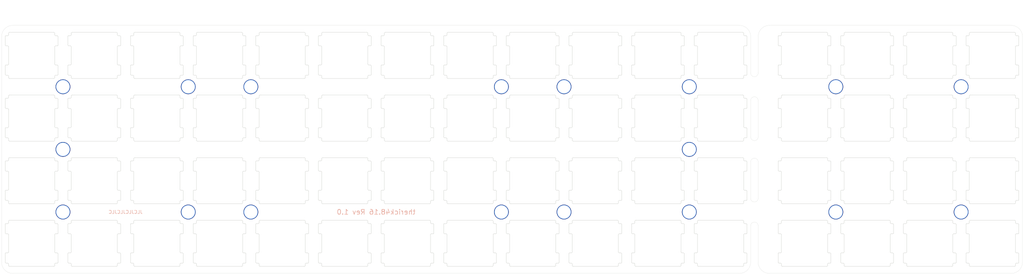
<source format=kicad_pcb>
(kicad_pcb (version 20171130) (host pcbnew "(5.1.2-1)-1")
  (layers (0 F.Cu signal) (31 B.Cu signal) (34 B.Paste user) (35 F.Paste user) (36 B.SilkS user) (37 F.SilkS user) (38 B.Mask user) (39 F.Mask user) (44 Edge.Cuts user))
  (net 0 "")
  (module random-keyboard-parts:plate_hole_4mm_tht (layer F.Cu) (at 254.9292 55.612)
    (fp_text reference H18)
    (fp_text value MountingHole)
    (pad 1 thru_hole circle (at 0.0508 -2.032) (size 4.5 4.5) (drill 4) (layers *.Cu *.Mask))
  )
  (module random-keyboard-parts:plate_hole_4mm_tht (layer F.Cu) (at 121.9292 93.612)
    (fp_text reference H17)
    (fp_text value MountingHole)
    (pad 1 thru_hole circle (at 0.0508 -2.032) (size 4.5 4.5) (drill 4) (layers *.Cu *.Mask))
  )
  (module random-keyboard-parts:plate_hole_4mm_tht (layer F.Cu) (at 197.9292 55.612)
    (fp_text reference H16)
    (fp_text value MountingHole)
    (pad 1 thru_hole circle (at 0.0508 -2.032) (size 4.5 4.5) (drill 4) (layers *.Cu *.Mask))
  )
  (module random-keyboard-parts:plate_hole_4mm_tht (layer F.Cu) (at 254.9292 93.612)
    (fp_text reference H15)
    (fp_text value MountingHole)
    (pad 1 thru_hole circle (at 0.0508 -2.032) (size 4.5 4.5) (drill 4) (layers *.Cu *.Mask))
  )
  (module random-keyboard-parts:plate_hole_4mm_tht (layer F.Cu) (at 121.9292 55.612)
    (fp_text reference H14)
    (fp_text value MountingHole)
    (pad 1 thru_hole circle (at 0.0508 -2.032) (size 4.5 4.5) (drill 4) (layers *.Cu *.Mask))
  )
  (module random-keyboard-parts:plate_hole_4mm_tht (layer F.Cu) (at 64.9292 93.612)
    (fp_text reference H13)
    (fp_text value MountingHole)
    (pad 1 thru_hole circle (at 0.0508 -2.032) (size 4.5 4.5) (drill 4) (layers *.Cu *.Mask))
  )
  (module random-keyboard-parts:plate_hole_4mm_tht (layer F.Cu) (at 197.9292 93.612)
    (fp_text reference H12)
    (fp_text value MountingHole)
    (pad 1 thru_hole circle (at 0.0508 -2.032) (size 4.5 4.5) (drill 4) (layers *.Cu *.Mask))
  )
  (module random-keyboard-parts:plate_hole_4mm_tht (layer F.Cu) (at 64.9292 55.612)
    (fp_text reference H11)
    (fp_text value MountingHole)
    (pad 1 thru_hole circle (at 0.0508 -2.032) (size 4.5 4.5) (drill 4) (layers *.Cu *.Mask))
  )
  (module acheron_Hardware:MouseBite_IPC7351 (layer F.Cu) (at 273.6 91.58 90)
    (fp_text reference U65)
    (fp_text value HOLE)
    (pad "" np_thru_hole circle (at -2.5 0 90) (size 0.8 0.8) (drill 0.8) (layers *.Cu *.Mask))
    (pad "" np_thru_hole circle (at -1.25 0 90) (size 0.8 0.8) (drill 0.8) (layers *.Cu *.Mask))
    (pad "" np_thru_hole circle (at 2.5 0 90) (size 0.8 0.8) (drill 0.8) (layers *.Cu *.Mask))
    (pad "" np_thru_hole circle (at 1.25 0 90) (size 0.8 0.8) (drill 0.8) (layers *.Cu *.Mask))
    (pad "" np_thru_hole circle (at 0 0 90) (size 0.8 0.8) (drill 0.8) (layers *.Cu *.Mask))
  )
  (module acheron_Hardware:MouseBite_IPC7351 (layer F.Cu) (at 273.22 72.58 90)
    (fp_text reference U66)
    (fp_text value HOLE)
    (pad "" np_thru_hole circle (at -2.5 0 90) (size 0.8 0.8) (drill 0.8) (layers *.Cu *.Mask))
    (pad "" np_thru_hole circle (at -1.25 0 90) (size 0.8 0.8) (drill 0.8) (layers *.Cu *.Mask))
    (pad "" np_thru_hole circle (at 2.5 0 90) (size 0.8 0.8) (drill 0.8) (layers *.Cu *.Mask))
    (pad "" np_thru_hole circle (at 1.25 0 90) (size 0.8 0.8) (drill 0.8) (layers *.Cu *.Mask))
    (pad "" np_thru_hole circle (at 0 0 90) (size 0.8 0.8) (drill 0.8) (layers *.Cu *.Mask))
  )
  (module acheron_Hardware:MouseBite_IPC7351 (layer F.Cu) (at 273.6 53.58 90)
    (fp_text reference U67)
    (fp_text value HOLE)
    (pad "" np_thru_hole circle (at -2.5 0 90) (size 0.8 0.8) (drill 0.8) (layers *.Cu *.Mask))
    (pad "" np_thru_hole circle (at -1.25 0 90) (size 0.8 0.8) (drill 0.8) (layers *.Cu *.Mask))
    (pad "" np_thru_hole circle (at 2.5 0 90) (size 0.8 0.8) (drill 0.8) (layers *.Cu *.Mask))
    (pad "" np_thru_hole circle (at 1.25 0 90) (size 0.8 0.8) (drill 0.8) (layers *.Cu *.Mask))
    (pad "" np_thru_hole circle (at 0 0 90) (size 0.8 0.8) (drill 0.8) (layers *.Cu *.Mask))
  )
  (module random-keyboard-parts:MX100_slot (layer F.Cu) (at 346.939087 101.079734)
    (fp_text reference U64)
    (fp_text value HOLE)
    (fp_line (start 6.7 7) (end -6.7 7) (layer Edge.Cuts) (width 0.1))
    (fp_arc (start -6.7 6.7) (end -7 6.7) (angle -90) (layer Edge.Cuts) (width 0.1))
    (fp_line (start -7 6.7) (end -7 6.3) (layer Edge.Cuts) (width 0.1))
    (fp_arc (start -6.7 -6.7) (end -6.7 -7) (angle -90) (layer Edge.Cuts) (width 0.1))
    (fp_line (start 6.7 -7) (end -6.7 -7) (layer Edge.Cuts) (width 0.1))
    (fp_line (start -7 -2.6) (end -7 2.6) (layer Edge.Cuts) (width 0.1))
    (fp_line (start -7 -6.3) (end -7 -6.7) (layer Edge.Cuts) (width 0.1))
    (fp_line (start 7 6.3) (end 7 6.7) (layer Edge.Cuts) (width 0.1))
    (fp_arc (start 6.7 -6.7) (end 7 -6.7) (angle -90) (layer Edge.Cuts) (width 0.1))
    (fp_arc (start 7.8 -3.1) (end 7.8 -2.9) (angle -90) (layer Edge.Cuts) (width 0.1))
    (fp_arc (start 7.3 -2.6) (end 7.3 -2.9) (angle -90) (layer Edge.Cuts) (width 0.1))
    (fp_line (start 7.3 -6) (end 7.7 -6) (layer Edge.Cuts) (width 0.1))
    (fp_line (start 8 -3.1) (end 8 -5.7) (layer Edge.Cuts) (width 0.1))
    (fp_line (start 7.8 -2.9) (end 7.3 -2.9) (layer Edge.Cuts) (width 0.1))
    (fp_line (start 7 2.6) (end 7 -2.6) (layer Edge.Cuts) (width 0.1))
    (fp_arc (start 6.7 6.7) (end 6.7 7) (angle -90) (layer Edge.Cuts) (width 0.1))
    (fp_arc (start 7.3 -6.3) (end 7 -6.3) (angle -90) (layer Edge.Cuts) (width 0.1))
    (fp_arc (start 7.7 -5.7) (end 8 -5.7) (angle -90) (layer Edge.Cuts) (width 0.1))
    (fp_line (start 7 -6.7) (end 7 -6.3) (layer Edge.Cuts) (width 0.1))
    (fp_arc (start 7.3 2.6) (end 7 2.6) (angle -90) (layer Edge.Cuts) (width 0.1))
    (fp_arc (start 7.7 3.2) (end 8 3.2) (angle -90) (layer Edge.Cuts) (width 0.1))
    (fp_line (start 7.8 6) (end 7.3 6) (layer Edge.Cuts) (width 0.1))
    (fp_line (start 8 5.8) (end 8 3.2) (layer Edge.Cuts) (width 0.1))
    (fp_line (start 7.3 2.9) (end 7.7 2.9) (layer Edge.Cuts) (width 0.1))
    (fp_arc (start 7.3 6.3) (end 7.3 6) (angle -90) (layer Edge.Cuts) (width 0.1))
    (fp_arc (start 7.8 5.8) (end 7.8 6) (angle -90) (layer Edge.Cuts) (width 0.1))
    (fp_arc (start -7.8 3.1) (end -7.8 2.9) (angle -90) (layer Edge.Cuts) (width 0.1))
    (fp_arc (start -7.3 2.6) (end -7.3 2.9) (angle -90) (layer Edge.Cuts) (width 0.1))
    (fp_line (start -7.3 6) (end -7.7 6) (layer Edge.Cuts) (width 0.1))
    (fp_line (start -8 3.1) (end -8 5.7) (layer Edge.Cuts) (width 0.1))
    (fp_line (start -7.8 2.9) (end -7.3 2.9) (layer Edge.Cuts) (width 0.1))
    (fp_arc (start -7.7 5.7) (end -8 5.7) (angle -90) (layer Edge.Cuts) (width 0.1))
    (fp_arc (start -7.3 6.3) (end -7 6.3) (angle -90) (layer Edge.Cuts) (width 0.1))
    (fp_line (start -7.8 -6) (end -7.3 -6) (layer Edge.Cuts) (width 0.1))
    (fp_line (start -7.3 -2.9) (end -7.7 -2.9) (layer Edge.Cuts) (width 0.1))
    (fp_line (start -8 -5.8) (end -8 -3.2) (layer Edge.Cuts) (width 0.1))
    (fp_arc (start -7.3 -6.3) (end -7.3 -6) (angle -90) (layer Edge.Cuts) (width 0.1))
    (fp_arc (start -7.3 -2.6) (end -7 -2.6) (angle -90) (layer Edge.Cuts) (width 0.1))
    (fp_arc (start -7.7 -3.2) (end -8 -3.2) (angle -90) (layer Edge.Cuts) (width 0.1))
    (fp_arc (start -7.8 -5.8) (end -7.8 -6) (angle -90) (layer Edge.Cuts) (width 0.1))
  )
  (module random-keyboard-parts:MX100_slot (layer F.Cu) (at 327.939137 101.079734)
    (fp_text reference U63)
    (fp_text value HOLE)
    (fp_line (start 6.7 7) (end -6.7 7) (layer Edge.Cuts) (width 0.1))
    (fp_arc (start -6.7 6.7) (end -7 6.7) (angle -90) (layer Edge.Cuts) (width 0.1))
    (fp_line (start -7 6.7) (end -7 6.3) (layer Edge.Cuts) (width 0.1))
    (fp_arc (start -6.7 -6.7) (end -6.7 -7) (angle -90) (layer Edge.Cuts) (width 0.1))
    (fp_line (start 6.7 -7) (end -6.7 -7) (layer Edge.Cuts) (width 0.1))
    (fp_line (start -7 -2.6) (end -7 2.6) (layer Edge.Cuts) (width 0.1))
    (fp_line (start -7 -6.3) (end -7 -6.7) (layer Edge.Cuts) (width 0.1))
    (fp_line (start 7 6.3) (end 7 6.7) (layer Edge.Cuts) (width 0.1))
    (fp_arc (start 6.7 -6.7) (end 7 -6.7) (angle -90) (layer Edge.Cuts) (width 0.1))
    (fp_arc (start 7.8 -3.1) (end 7.8 -2.9) (angle -90) (layer Edge.Cuts) (width 0.1))
    (fp_arc (start 7.3 -2.6) (end 7.3 -2.9) (angle -90) (layer Edge.Cuts) (width 0.1))
    (fp_line (start 7.3 -6) (end 7.7 -6) (layer Edge.Cuts) (width 0.1))
    (fp_line (start 8 -3.1) (end 8 -5.7) (layer Edge.Cuts) (width 0.1))
    (fp_line (start 7.8 -2.9) (end 7.3 -2.9) (layer Edge.Cuts) (width 0.1))
    (fp_line (start 7 2.6) (end 7 -2.6) (layer Edge.Cuts) (width 0.1))
    (fp_arc (start 6.7 6.7) (end 6.7 7) (angle -90) (layer Edge.Cuts) (width 0.1))
    (fp_arc (start 7.3 -6.3) (end 7 -6.3) (angle -90) (layer Edge.Cuts) (width 0.1))
    (fp_arc (start 7.7 -5.7) (end 8 -5.7) (angle -90) (layer Edge.Cuts) (width 0.1))
    (fp_line (start 7 -6.7) (end 7 -6.3) (layer Edge.Cuts) (width 0.1))
    (fp_arc (start 7.3 2.6) (end 7 2.6) (angle -90) (layer Edge.Cuts) (width 0.1))
    (fp_arc (start 7.7 3.2) (end 8 3.2) (angle -90) (layer Edge.Cuts) (width 0.1))
    (fp_line (start 7.8 6) (end 7.3 6) (layer Edge.Cuts) (width 0.1))
    (fp_line (start 8 5.8) (end 8 3.2) (layer Edge.Cuts) (width 0.1))
    (fp_line (start 7.3 2.9) (end 7.7 2.9) (layer Edge.Cuts) (width 0.1))
    (fp_arc (start 7.3 6.3) (end 7.3 6) (angle -90) (layer Edge.Cuts) (width 0.1))
    (fp_arc (start 7.8 5.8) (end 7.8 6) (angle -90) (layer Edge.Cuts) (width 0.1))
    (fp_arc (start -7.8 3.1) (end -7.8 2.9) (angle -90) (layer Edge.Cuts) (width 0.1))
    (fp_arc (start -7.3 2.6) (end -7.3 2.9) (angle -90) (layer Edge.Cuts) (width 0.1))
    (fp_line (start -7.3 6) (end -7.7 6) (layer Edge.Cuts) (width 0.1))
    (fp_line (start -8 3.1) (end -8 5.7) (layer Edge.Cuts) (width 0.1))
    (fp_line (start -7.8 2.9) (end -7.3 2.9) (layer Edge.Cuts) (width 0.1))
    (fp_arc (start -7.7 5.7) (end -8 5.7) (angle -90) (layer Edge.Cuts) (width 0.1))
    (fp_arc (start -7.3 6.3) (end -7 6.3) (angle -90) (layer Edge.Cuts) (width 0.1))
    (fp_line (start -7.8 -6) (end -7.3 -6) (layer Edge.Cuts) (width 0.1))
    (fp_line (start -7.3 -2.9) (end -7.7 -2.9) (layer Edge.Cuts) (width 0.1))
    (fp_line (start -8 -5.8) (end -8 -3.2) (layer Edge.Cuts) (width 0.1))
    (fp_arc (start -7.3 -6.3) (end -7.3 -6) (angle -90) (layer Edge.Cuts) (width 0.1))
    (fp_arc (start -7.3 -2.6) (end -7 -2.6) (angle -90) (layer Edge.Cuts) (width 0.1))
    (fp_arc (start -7.7 -3.2) (end -8 -3.2) (angle -90) (layer Edge.Cuts) (width 0.1))
    (fp_arc (start -7.8 -5.8) (end -7.8 -6) (angle -90) (layer Edge.Cuts) (width 0.1))
  )
  (module random-keyboard-parts:MX100_slot (layer F.Cu) (at 308.939187 101.079734)
    (fp_text reference U62)
    (fp_text value HOLE)
    (fp_line (start 6.7 7) (end -6.7 7) (layer Edge.Cuts) (width 0.1))
    (fp_arc (start -6.7 6.7) (end -7 6.7) (angle -90) (layer Edge.Cuts) (width 0.1))
    (fp_line (start -7 6.7) (end -7 6.3) (layer Edge.Cuts) (width 0.1))
    (fp_arc (start -6.7 -6.7) (end -6.7 -7) (angle -90) (layer Edge.Cuts) (width 0.1))
    (fp_line (start 6.7 -7) (end -6.7 -7) (layer Edge.Cuts) (width 0.1))
    (fp_line (start -7 -2.6) (end -7 2.6) (layer Edge.Cuts) (width 0.1))
    (fp_line (start -7 -6.3) (end -7 -6.7) (layer Edge.Cuts) (width 0.1))
    (fp_line (start 7 6.3) (end 7 6.7) (layer Edge.Cuts) (width 0.1))
    (fp_arc (start 6.7 -6.7) (end 7 -6.7) (angle -90) (layer Edge.Cuts) (width 0.1))
    (fp_arc (start 7.8 -3.1) (end 7.8 -2.9) (angle -90) (layer Edge.Cuts) (width 0.1))
    (fp_arc (start 7.3 -2.6) (end 7.3 -2.9) (angle -90) (layer Edge.Cuts) (width 0.1))
    (fp_line (start 7.3 -6) (end 7.7 -6) (layer Edge.Cuts) (width 0.1))
    (fp_line (start 8 -3.1) (end 8 -5.7) (layer Edge.Cuts) (width 0.1))
    (fp_line (start 7.8 -2.9) (end 7.3 -2.9) (layer Edge.Cuts) (width 0.1))
    (fp_line (start 7 2.6) (end 7 -2.6) (layer Edge.Cuts) (width 0.1))
    (fp_arc (start 6.7 6.7) (end 6.7 7) (angle -90) (layer Edge.Cuts) (width 0.1))
    (fp_arc (start 7.3 -6.3) (end 7 -6.3) (angle -90) (layer Edge.Cuts) (width 0.1))
    (fp_arc (start 7.7 -5.7) (end 8 -5.7) (angle -90) (layer Edge.Cuts) (width 0.1))
    (fp_line (start 7 -6.7) (end 7 -6.3) (layer Edge.Cuts) (width 0.1))
    (fp_arc (start 7.3 2.6) (end 7 2.6) (angle -90) (layer Edge.Cuts) (width 0.1))
    (fp_arc (start 7.7 3.2) (end 8 3.2) (angle -90) (layer Edge.Cuts) (width 0.1))
    (fp_line (start 7.8 6) (end 7.3 6) (layer Edge.Cuts) (width 0.1))
    (fp_line (start 8 5.8) (end 8 3.2) (layer Edge.Cuts) (width 0.1))
    (fp_line (start 7.3 2.9) (end 7.7 2.9) (layer Edge.Cuts) (width 0.1))
    (fp_arc (start 7.3 6.3) (end 7.3 6) (angle -90) (layer Edge.Cuts) (width 0.1))
    (fp_arc (start 7.8 5.8) (end 7.8 6) (angle -90) (layer Edge.Cuts) (width 0.1))
    (fp_arc (start -7.8 3.1) (end -7.8 2.9) (angle -90) (layer Edge.Cuts) (width 0.1))
    (fp_arc (start -7.3 2.6) (end -7.3 2.9) (angle -90) (layer Edge.Cuts) (width 0.1))
    (fp_line (start -7.3 6) (end -7.7 6) (layer Edge.Cuts) (width 0.1))
    (fp_line (start -8 3.1) (end -8 5.7) (layer Edge.Cuts) (width 0.1))
    (fp_line (start -7.8 2.9) (end -7.3 2.9) (layer Edge.Cuts) (width 0.1))
    (fp_arc (start -7.7 5.7) (end -8 5.7) (angle -90) (layer Edge.Cuts) (width 0.1))
    (fp_arc (start -7.3 6.3) (end -7 6.3) (angle -90) (layer Edge.Cuts) (width 0.1))
    (fp_line (start -7.8 -6) (end -7.3 -6) (layer Edge.Cuts) (width 0.1))
    (fp_line (start -7.3 -2.9) (end -7.7 -2.9) (layer Edge.Cuts) (width 0.1))
    (fp_line (start -8 -5.8) (end -8 -3.2) (layer Edge.Cuts) (width 0.1))
    (fp_arc (start -7.3 -6.3) (end -7.3 -6) (angle -90) (layer Edge.Cuts) (width 0.1))
    (fp_arc (start -7.3 -2.6) (end -7 -2.6) (angle -90) (layer Edge.Cuts) (width 0.1))
    (fp_arc (start -7.7 -3.2) (end -8 -3.2) (angle -90) (layer Edge.Cuts) (width 0.1))
    (fp_arc (start -7.8 -5.8) (end -7.8 -6) (angle -90) (layer Edge.Cuts) (width 0.1))
  )
  (module random-keyboard-parts:MX100_slot (layer F.Cu) (at 289.939237 101.079734)
    (fp_text reference U61)
    (fp_text value HOLE)
    (fp_line (start 6.7 7) (end -6.7 7) (layer Edge.Cuts) (width 0.1))
    (fp_arc (start -6.7 6.7) (end -7 6.7) (angle -90) (layer Edge.Cuts) (width 0.1))
    (fp_line (start -7 6.7) (end -7 6.3) (layer Edge.Cuts) (width 0.1))
    (fp_arc (start -6.7 -6.7) (end -6.7 -7) (angle -90) (layer Edge.Cuts) (width 0.1))
    (fp_line (start 6.7 -7) (end -6.7 -7) (layer Edge.Cuts) (width 0.1))
    (fp_line (start -7 -2.6) (end -7 2.6) (layer Edge.Cuts) (width 0.1))
    (fp_line (start -7 -6.3) (end -7 -6.7) (layer Edge.Cuts) (width 0.1))
    (fp_line (start 7 6.3) (end 7 6.7) (layer Edge.Cuts) (width 0.1))
    (fp_arc (start 6.7 -6.7) (end 7 -6.7) (angle -90) (layer Edge.Cuts) (width 0.1))
    (fp_arc (start 7.8 -3.1) (end 7.8 -2.9) (angle -90) (layer Edge.Cuts) (width 0.1))
    (fp_arc (start 7.3 -2.6) (end 7.3 -2.9) (angle -90) (layer Edge.Cuts) (width 0.1))
    (fp_line (start 7.3 -6) (end 7.7 -6) (layer Edge.Cuts) (width 0.1))
    (fp_line (start 8 -3.1) (end 8 -5.7) (layer Edge.Cuts) (width 0.1))
    (fp_line (start 7.8 -2.9) (end 7.3 -2.9) (layer Edge.Cuts) (width 0.1))
    (fp_line (start 7 2.6) (end 7 -2.6) (layer Edge.Cuts) (width 0.1))
    (fp_arc (start 6.7 6.7) (end 6.7 7) (angle -90) (layer Edge.Cuts) (width 0.1))
    (fp_arc (start 7.3 -6.3) (end 7 -6.3) (angle -90) (layer Edge.Cuts) (width 0.1))
    (fp_arc (start 7.7 -5.7) (end 8 -5.7) (angle -90) (layer Edge.Cuts) (width 0.1))
    (fp_line (start 7 -6.7) (end 7 -6.3) (layer Edge.Cuts) (width 0.1))
    (fp_arc (start 7.3 2.6) (end 7 2.6) (angle -90) (layer Edge.Cuts) (width 0.1))
    (fp_arc (start 7.7 3.2) (end 8 3.2) (angle -90) (layer Edge.Cuts) (width 0.1))
    (fp_line (start 7.8 6) (end 7.3 6) (layer Edge.Cuts) (width 0.1))
    (fp_line (start 8 5.8) (end 8 3.2) (layer Edge.Cuts) (width 0.1))
    (fp_line (start 7.3 2.9) (end 7.7 2.9) (layer Edge.Cuts) (width 0.1))
    (fp_arc (start 7.3 6.3) (end 7.3 6) (angle -90) (layer Edge.Cuts) (width 0.1))
    (fp_arc (start 7.8 5.8) (end 7.8 6) (angle -90) (layer Edge.Cuts) (width 0.1))
    (fp_arc (start -7.8 3.1) (end -7.8 2.9) (angle -90) (layer Edge.Cuts) (width 0.1))
    (fp_arc (start -7.3 2.6) (end -7.3 2.9) (angle -90) (layer Edge.Cuts) (width 0.1))
    (fp_line (start -7.3 6) (end -7.7 6) (layer Edge.Cuts) (width 0.1))
    (fp_line (start -8 3.1) (end -8 5.7) (layer Edge.Cuts) (width 0.1))
    (fp_line (start -7.8 2.9) (end -7.3 2.9) (layer Edge.Cuts) (width 0.1))
    (fp_arc (start -7.7 5.7) (end -8 5.7) (angle -90) (layer Edge.Cuts) (width 0.1))
    (fp_arc (start -7.3 6.3) (end -7 6.3) (angle -90) (layer Edge.Cuts) (width 0.1))
    (fp_line (start -7.8 -6) (end -7.3 -6) (layer Edge.Cuts) (width 0.1))
    (fp_line (start -7.3 -2.9) (end -7.7 -2.9) (layer Edge.Cuts) (width 0.1))
    (fp_line (start -8 -5.8) (end -8 -3.2) (layer Edge.Cuts) (width 0.1))
    (fp_arc (start -7.3 -6.3) (end -7.3 -6) (angle -90) (layer Edge.Cuts) (width 0.1))
    (fp_arc (start -7.3 -2.6) (end -7 -2.6) (angle -90) (layer Edge.Cuts) (width 0.1))
    (fp_arc (start -7.7 -3.2) (end -8 -3.2) (angle -90) (layer Edge.Cuts) (width 0.1))
    (fp_arc (start -7.8 -5.8) (end -7.8 -6) (angle -90) (layer Edge.Cuts) (width 0.1))
  )
  (module random-keyboard-parts:MX100_slot (layer F.Cu) (at 346.939087 82.079784)
    (fp_text reference U60)
    (fp_text value HOLE)
    (fp_line (start 6.7 7) (end -6.7 7) (layer Edge.Cuts) (width 0.1))
    (fp_arc (start -6.7 6.7) (end -7 6.7) (angle -90) (layer Edge.Cuts) (width 0.1))
    (fp_line (start -7 6.7) (end -7 6.3) (layer Edge.Cuts) (width 0.1))
    (fp_arc (start -6.7 -6.7) (end -6.7 -7) (angle -90) (layer Edge.Cuts) (width 0.1))
    (fp_line (start 6.7 -7) (end -6.7 -7) (layer Edge.Cuts) (width 0.1))
    (fp_line (start -7 -2.6) (end -7 2.6) (layer Edge.Cuts) (width 0.1))
    (fp_line (start -7 -6.3) (end -7 -6.7) (layer Edge.Cuts) (width 0.1))
    (fp_line (start 7 6.3) (end 7 6.7) (layer Edge.Cuts) (width 0.1))
    (fp_arc (start 6.7 -6.7) (end 7 -6.7) (angle -90) (layer Edge.Cuts) (width 0.1))
    (fp_arc (start 7.8 -3.1) (end 7.8 -2.9) (angle -90) (layer Edge.Cuts) (width 0.1))
    (fp_arc (start 7.3 -2.6) (end 7.3 -2.9) (angle -90) (layer Edge.Cuts) (width 0.1))
    (fp_line (start 7.3 -6) (end 7.7 -6) (layer Edge.Cuts) (width 0.1))
    (fp_line (start 8 -3.1) (end 8 -5.7) (layer Edge.Cuts) (width 0.1))
    (fp_line (start 7.8 -2.9) (end 7.3 -2.9) (layer Edge.Cuts) (width 0.1))
    (fp_line (start 7 2.6) (end 7 -2.6) (layer Edge.Cuts) (width 0.1))
    (fp_arc (start 6.7 6.7) (end 6.7 7) (angle -90) (layer Edge.Cuts) (width 0.1))
    (fp_arc (start 7.3 -6.3) (end 7 -6.3) (angle -90) (layer Edge.Cuts) (width 0.1))
    (fp_arc (start 7.7 -5.7) (end 8 -5.7) (angle -90) (layer Edge.Cuts) (width 0.1))
    (fp_line (start 7 -6.7) (end 7 -6.3) (layer Edge.Cuts) (width 0.1))
    (fp_arc (start 7.3 2.6) (end 7 2.6) (angle -90) (layer Edge.Cuts) (width 0.1))
    (fp_arc (start 7.7 3.2) (end 8 3.2) (angle -90) (layer Edge.Cuts) (width 0.1))
    (fp_line (start 7.8 6) (end 7.3 6) (layer Edge.Cuts) (width 0.1))
    (fp_line (start 8 5.8) (end 8 3.2) (layer Edge.Cuts) (width 0.1))
    (fp_line (start 7.3 2.9) (end 7.7 2.9) (layer Edge.Cuts) (width 0.1))
    (fp_arc (start 7.3 6.3) (end 7.3 6) (angle -90) (layer Edge.Cuts) (width 0.1))
    (fp_arc (start 7.8 5.8) (end 7.8 6) (angle -90) (layer Edge.Cuts) (width 0.1))
    (fp_arc (start -7.8 3.1) (end -7.8 2.9) (angle -90) (layer Edge.Cuts) (width 0.1))
    (fp_arc (start -7.3 2.6) (end -7.3 2.9) (angle -90) (layer Edge.Cuts) (width 0.1))
    (fp_line (start -7.3 6) (end -7.7 6) (layer Edge.Cuts) (width 0.1))
    (fp_line (start -8 3.1) (end -8 5.7) (layer Edge.Cuts) (width 0.1))
    (fp_line (start -7.8 2.9) (end -7.3 2.9) (layer Edge.Cuts) (width 0.1))
    (fp_arc (start -7.7 5.7) (end -8 5.7) (angle -90) (layer Edge.Cuts) (width 0.1))
    (fp_arc (start -7.3 6.3) (end -7 6.3) (angle -90) (layer Edge.Cuts) (width 0.1))
    (fp_line (start -7.8 -6) (end -7.3 -6) (layer Edge.Cuts) (width 0.1))
    (fp_line (start -7.3 -2.9) (end -7.7 -2.9) (layer Edge.Cuts) (width 0.1))
    (fp_line (start -8 -5.8) (end -8 -3.2) (layer Edge.Cuts) (width 0.1))
    (fp_arc (start -7.3 -6.3) (end -7.3 -6) (angle -90) (layer Edge.Cuts) (width 0.1))
    (fp_arc (start -7.3 -2.6) (end -7 -2.6) (angle -90) (layer Edge.Cuts) (width 0.1))
    (fp_arc (start -7.7 -3.2) (end -8 -3.2) (angle -90) (layer Edge.Cuts) (width 0.1))
    (fp_arc (start -7.8 -5.8) (end -7.8 -6) (angle -90) (layer Edge.Cuts) (width 0.1))
  )
  (module random-keyboard-parts:MX100_slot (layer F.Cu) (at 327.939137 82.079784)
    (fp_text reference U59)
    (fp_text value HOLE)
    (fp_line (start 6.7 7) (end -6.7 7) (layer Edge.Cuts) (width 0.1))
    (fp_arc (start -6.7 6.7) (end -7 6.7) (angle -90) (layer Edge.Cuts) (width 0.1))
    (fp_line (start -7 6.7) (end -7 6.3) (layer Edge.Cuts) (width 0.1))
    (fp_arc (start -6.7 -6.7) (end -6.7 -7) (angle -90) (layer Edge.Cuts) (width 0.1))
    (fp_line (start 6.7 -7) (end -6.7 -7) (layer Edge.Cuts) (width 0.1))
    (fp_line (start -7 -2.6) (end -7 2.6) (layer Edge.Cuts) (width 0.1))
    (fp_line (start -7 -6.3) (end -7 -6.7) (layer Edge.Cuts) (width 0.1))
    (fp_line (start 7 6.3) (end 7 6.7) (layer Edge.Cuts) (width 0.1))
    (fp_arc (start 6.7 -6.7) (end 7 -6.7) (angle -90) (layer Edge.Cuts) (width 0.1))
    (fp_arc (start 7.8 -3.1) (end 7.8 -2.9) (angle -90) (layer Edge.Cuts) (width 0.1))
    (fp_arc (start 7.3 -2.6) (end 7.3 -2.9) (angle -90) (layer Edge.Cuts) (width 0.1))
    (fp_line (start 7.3 -6) (end 7.7 -6) (layer Edge.Cuts) (width 0.1))
    (fp_line (start 8 -3.1) (end 8 -5.7) (layer Edge.Cuts) (width 0.1))
    (fp_line (start 7.8 -2.9) (end 7.3 -2.9) (layer Edge.Cuts) (width 0.1))
    (fp_line (start 7 2.6) (end 7 -2.6) (layer Edge.Cuts) (width 0.1))
    (fp_arc (start 6.7 6.7) (end 6.7 7) (angle -90) (layer Edge.Cuts) (width 0.1))
    (fp_arc (start 7.3 -6.3) (end 7 -6.3) (angle -90) (layer Edge.Cuts) (width 0.1))
    (fp_arc (start 7.7 -5.7) (end 8 -5.7) (angle -90) (layer Edge.Cuts) (width 0.1))
    (fp_line (start 7 -6.7) (end 7 -6.3) (layer Edge.Cuts) (width 0.1))
    (fp_arc (start 7.3 2.6) (end 7 2.6) (angle -90) (layer Edge.Cuts) (width 0.1))
    (fp_arc (start 7.7 3.2) (end 8 3.2) (angle -90) (layer Edge.Cuts) (width 0.1))
    (fp_line (start 7.8 6) (end 7.3 6) (layer Edge.Cuts) (width 0.1))
    (fp_line (start 8 5.8) (end 8 3.2) (layer Edge.Cuts) (width 0.1))
    (fp_line (start 7.3 2.9) (end 7.7 2.9) (layer Edge.Cuts) (width 0.1))
    (fp_arc (start 7.3 6.3) (end 7.3 6) (angle -90) (layer Edge.Cuts) (width 0.1))
    (fp_arc (start 7.8 5.8) (end 7.8 6) (angle -90) (layer Edge.Cuts) (width 0.1))
    (fp_arc (start -7.8 3.1) (end -7.8 2.9) (angle -90) (layer Edge.Cuts) (width 0.1))
    (fp_arc (start -7.3 2.6) (end -7.3 2.9) (angle -90) (layer Edge.Cuts) (width 0.1))
    (fp_line (start -7.3 6) (end -7.7 6) (layer Edge.Cuts) (width 0.1))
    (fp_line (start -8 3.1) (end -8 5.7) (layer Edge.Cuts) (width 0.1))
    (fp_line (start -7.8 2.9) (end -7.3 2.9) (layer Edge.Cuts) (width 0.1))
    (fp_arc (start -7.7 5.7) (end -8 5.7) (angle -90) (layer Edge.Cuts) (width 0.1))
    (fp_arc (start -7.3 6.3) (end -7 6.3) (angle -90) (layer Edge.Cuts) (width 0.1))
    (fp_line (start -7.8 -6) (end -7.3 -6) (layer Edge.Cuts) (width 0.1))
    (fp_line (start -7.3 -2.9) (end -7.7 -2.9) (layer Edge.Cuts) (width 0.1))
    (fp_line (start -8 -5.8) (end -8 -3.2) (layer Edge.Cuts) (width 0.1))
    (fp_arc (start -7.3 -6.3) (end -7.3 -6) (angle -90) (layer Edge.Cuts) (width 0.1))
    (fp_arc (start -7.3 -2.6) (end -7 -2.6) (angle -90) (layer Edge.Cuts) (width 0.1))
    (fp_arc (start -7.7 -3.2) (end -8 -3.2) (angle -90) (layer Edge.Cuts) (width 0.1))
    (fp_arc (start -7.8 -5.8) (end -7.8 -6) (angle -90) (layer Edge.Cuts) (width 0.1))
  )
  (module random-keyboard-parts:MX100_slot (layer F.Cu) (at 308.939187 82.079784)
    (fp_text reference U58)
    (fp_text value HOLE)
    (fp_line (start 6.7 7) (end -6.7 7) (layer Edge.Cuts) (width 0.1))
    (fp_arc (start -6.7 6.7) (end -7 6.7) (angle -90) (layer Edge.Cuts) (width 0.1))
    (fp_line (start -7 6.7) (end -7 6.3) (layer Edge.Cuts) (width 0.1))
    (fp_arc (start -6.7 -6.7) (end -6.7 -7) (angle -90) (layer Edge.Cuts) (width 0.1))
    (fp_line (start 6.7 -7) (end -6.7 -7) (layer Edge.Cuts) (width 0.1))
    (fp_line (start -7 -2.6) (end -7 2.6) (layer Edge.Cuts) (width 0.1))
    (fp_line (start -7 -6.3) (end -7 -6.7) (layer Edge.Cuts) (width 0.1))
    (fp_line (start 7 6.3) (end 7 6.7) (layer Edge.Cuts) (width 0.1))
    (fp_arc (start 6.7 -6.7) (end 7 -6.7) (angle -90) (layer Edge.Cuts) (width 0.1))
    (fp_arc (start 7.8 -3.1) (end 7.8 -2.9) (angle -90) (layer Edge.Cuts) (width 0.1))
    (fp_arc (start 7.3 -2.6) (end 7.3 -2.9) (angle -90) (layer Edge.Cuts) (width 0.1))
    (fp_line (start 7.3 -6) (end 7.7 -6) (layer Edge.Cuts) (width 0.1))
    (fp_line (start 8 -3.1) (end 8 -5.7) (layer Edge.Cuts) (width 0.1))
    (fp_line (start 7.8 -2.9) (end 7.3 -2.9) (layer Edge.Cuts) (width 0.1))
    (fp_line (start 7 2.6) (end 7 -2.6) (layer Edge.Cuts) (width 0.1))
    (fp_arc (start 6.7 6.7) (end 6.7 7) (angle -90) (layer Edge.Cuts) (width 0.1))
    (fp_arc (start 7.3 -6.3) (end 7 -6.3) (angle -90) (layer Edge.Cuts) (width 0.1))
    (fp_arc (start 7.7 -5.7) (end 8 -5.7) (angle -90) (layer Edge.Cuts) (width 0.1))
    (fp_line (start 7 -6.7) (end 7 -6.3) (layer Edge.Cuts) (width 0.1))
    (fp_arc (start 7.3 2.6) (end 7 2.6) (angle -90) (layer Edge.Cuts) (width 0.1))
    (fp_arc (start 7.7 3.2) (end 8 3.2) (angle -90) (layer Edge.Cuts) (width 0.1))
    (fp_line (start 7.8 6) (end 7.3 6) (layer Edge.Cuts) (width 0.1))
    (fp_line (start 8 5.8) (end 8 3.2) (layer Edge.Cuts) (width 0.1))
    (fp_line (start 7.3 2.9) (end 7.7 2.9) (layer Edge.Cuts) (width 0.1))
    (fp_arc (start 7.3 6.3) (end 7.3 6) (angle -90) (layer Edge.Cuts) (width 0.1))
    (fp_arc (start 7.8 5.8) (end 7.8 6) (angle -90) (layer Edge.Cuts) (width 0.1))
    (fp_arc (start -7.8 3.1) (end -7.8 2.9) (angle -90) (layer Edge.Cuts) (width 0.1))
    (fp_arc (start -7.3 2.6) (end -7.3 2.9) (angle -90) (layer Edge.Cuts) (width 0.1))
    (fp_line (start -7.3 6) (end -7.7 6) (layer Edge.Cuts) (width 0.1))
    (fp_line (start -8 3.1) (end -8 5.7) (layer Edge.Cuts) (width 0.1))
    (fp_line (start -7.8 2.9) (end -7.3 2.9) (layer Edge.Cuts) (width 0.1))
    (fp_arc (start -7.7 5.7) (end -8 5.7) (angle -90) (layer Edge.Cuts) (width 0.1))
    (fp_arc (start -7.3 6.3) (end -7 6.3) (angle -90) (layer Edge.Cuts) (width 0.1))
    (fp_line (start -7.8 -6) (end -7.3 -6) (layer Edge.Cuts) (width 0.1))
    (fp_line (start -7.3 -2.9) (end -7.7 -2.9) (layer Edge.Cuts) (width 0.1))
    (fp_line (start -8 -5.8) (end -8 -3.2) (layer Edge.Cuts) (width 0.1))
    (fp_arc (start -7.3 -6.3) (end -7.3 -6) (angle -90) (layer Edge.Cuts) (width 0.1))
    (fp_arc (start -7.3 -2.6) (end -7 -2.6) (angle -90) (layer Edge.Cuts) (width 0.1))
    (fp_arc (start -7.7 -3.2) (end -8 -3.2) (angle -90) (layer Edge.Cuts) (width 0.1))
    (fp_arc (start -7.8 -5.8) (end -7.8 -6) (angle -90) (layer Edge.Cuts) (width 0.1))
  )
  (module random-keyboard-parts:MX100_slot (layer F.Cu) (at 289.939237 82.079784)
    (fp_text reference U57)
    (fp_text value HOLE)
    (fp_line (start 6.7 7) (end -6.7 7) (layer Edge.Cuts) (width 0.1))
    (fp_arc (start -6.7 6.7) (end -7 6.7) (angle -90) (layer Edge.Cuts) (width 0.1))
    (fp_line (start -7 6.7) (end -7 6.3) (layer Edge.Cuts) (width 0.1))
    (fp_arc (start -6.7 -6.7) (end -6.7 -7) (angle -90) (layer Edge.Cuts) (width 0.1))
    (fp_line (start 6.7 -7) (end -6.7 -7) (layer Edge.Cuts) (width 0.1))
    (fp_line (start -7 -2.6) (end -7 2.6) (layer Edge.Cuts) (width 0.1))
    (fp_line (start -7 -6.3) (end -7 -6.7) (layer Edge.Cuts) (width 0.1))
    (fp_line (start 7 6.3) (end 7 6.7) (layer Edge.Cuts) (width 0.1))
    (fp_arc (start 6.7 -6.7) (end 7 -6.7) (angle -90) (layer Edge.Cuts) (width 0.1))
    (fp_arc (start 7.8 -3.1) (end 7.8 -2.9) (angle -90) (layer Edge.Cuts) (width 0.1))
    (fp_arc (start 7.3 -2.6) (end 7.3 -2.9) (angle -90) (layer Edge.Cuts) (width 0.1))
    (fp_line (start 7.3 -6) (end 7.7 -6) (layer Edge.Cuts) (width 0.1))
    (fp_line (start 8 -3.1) (end 8 -5.7) (layer Edge.Cuts) (width 0.1))
    (fp_line (start 7.8 -2.9) (end 7.3 -2.9) (layer Edge.Cuts) (width 0.1))
    (fp_line (start 7 2.6) (end 7 -2.6) (layer Edge.Cuts) (width 0.1))
    (fp_arc (start 6.7 6.7) (end 6.7 7) (angle -90) (layer Edge.Cuts) (width 0.1))
    (fp_arc (start 7.3 -6.3) (end 7 -6.3) (angle -90) (layer Edge.Cuts) (width 0.1))
    (fp_arc (start 7.7 -5.7) (end 8 -5.7) (angle -90) (layer Edge.Cuts) (width 0.1))
    (fp_line (start 7 -6.7) (end 7 -6.3) (layer Edge.Cuts) (width 0.1))
    (fp_arc (start 7.3 2.6) (end 7 2.6) (angle -90) (layer Edge.Cuts) (width 0.1))
    (fp_arc (start 7.7 3.2) (end 8 3.2) (angle -90) (layer Edge.Cuts) (width 0.1))
    (fp_line (start 7.8 6) (end 7.3 6) (layer Edge.Cuts) (width 0.1))
    (fp_line (start 8 5.8) (end 8 3.2) (layer Edge.Cuts) (width 0.1))
    (fp_line (start 7.3 2.9) (end 7.7 2.9) (layer Edge.Cuts) (width 0.1))
    (fp_arc (start 7.3 6.3) (end 7.3 6) (angle -90) (layer Edge.Cuts) (width 0.1))
    (fp_arc (start 7.8 5.8) (end 7.8 6) (angle -90) (layer Edge.Cuts) (width 0.1))
    (fp_arc (start -7.8 3.1) (end -7.8 2.9) (angle -90) (layer Edge.Cuts) (width 0.1))
    (fp_arc (start -7.3 2.6) (end -7.3 2.9) (angle -90) (layer Edge.Cuts) (width 0.1))
    (fp_line (start -7.3 6) (end -7.7 6) (layer Edge.Cuts) (width 0.1))
    (fp_line (start -8 3.1) (end -8 5.7) (layer Edge.Cuts) (width 0.1))
    (fp_line (start -7.8 2.9) (end -7.3 2.9) (layer Edge.Cuts) (width 0.1))
    (fp_arc (start -7.7 5.7) (end -8 5.7) (angle -90) (layer Edge.Cuts) (width 0.1))
    (fp_arc (start -7.3 6.3) (end -7 6.3) (angle -90) (layer Edge.Cuts) (width 0.1))
    (fp_line (start -7.8 -6) (end -7.3 -6) (layer Edge.Cuts) (width 0.1))
    (fp_line (start -7.3 -2.9) (end -7.7 -2.9) (layer Edge.Cuts) (width 0.1))
    (fp_line (start -8 -5.8) (end -8 -3.2) (layer Edge.Cuts) (width 0.1))
    (fp_arc (start -7.3 -6.3) (end -7.3 -6) (angle -90) (layer Edge.Cuts) (width 0.1))
    (fp_arc (start -7.3 -2.6) (end -7 -2.6) (angle -90) (layer Edge.Cuts) (width 0.1))
    (fp_arc (start -7.7 -3.2) (end -8 -3.2) (angle -90) (layer Edge.Cuts) (width 0.1))
    (fp_arc (start -7.8 -5.8) (end -7.8 -6) (angle -90) (layer Edge.Cuts) (width 0.1))
  )
  (module random-keyboard-parts:MX100_slot (layer F.Cu) (at 346.939087 63.079834)
    (fp_text reference U56)
    (fp_text value HOLE)
    (fp_line (start 6.7 7) (end -6.7 7) (layer Edge.Cuts) (width 0.1))
    (fp_arc (start -6.7 6.7) (end -7 6.7) (angle -90) (layer Edge.Cuts) (width 0.1))
    (fp_line (start -7 6.7) (end -7 6.3) (layer Edge.Cuts) (width 0.1))
    (fp_arc (start -6.7 -6.7) (end -6.7 -7) (angle -90) (layer Edge.Cuts) (width 0.1))
    (fp_line (start 6.7 -7) (end -6.7 -7) (layer Edge.Cuts) (width 0.1))
    (fp_line (start -7 -2.6) (end -7 2.6) (layer Edge.Cuts) (width 0.1))
    (fp_line (start -7 -6.3) (end -7 -6.7) (layer Edge.Cuts) (width 0.1))
    (fp_line (start 7 6.3) (end 7 6.7) (layer Edge.Cuts) (width 0.1))
    (fp_arc (start 6.7 -6.7) (end 7 -6.7) (angle -90) (layer Edge.Cuts) (width 0.1))
    (fp_arc (start 7.8 -3.1) (end 7.8 -2.9) (angle -90) (layer Edge.Cuts) (width 0.1))
    (fp_arc (start 7.3 -2.6) (end 7.3 -2.9) (angle -90) (layer Edge.Cuts) (width 0.1))
    (fp_line (start 7.3 -6) (end 7.7 -6) (layer Edge.Cuts) (width 0.1))
    (fp_line (start 8 -3.1) (end 8 -5.7) (layer Edge.Cuts) (width 0.1))
    (fp_line (start 7.8 -2.9) (end 7.3 -2.9) (layer Edge.Cuts) (width 0.1))
    (fp_line (start 7 2.6) (end 7 -2.6) (layer Edge.Cuts) (width 0.1))
    (fp_arc (start 6.7 6.7) (end 6.7 7) (angle -90) (layer Edge.Cuts) (width 0.1))
    (fp_arc (start 7.3 -6.3) (end 7 -6.3) (angle -90) (layer Edge.Cuts) (width 0.1))
    (fp_arc (start 7.7 -5.7) (end 8 -5.7) (angle -90) (layer Edge.Cuts) (width 0.1))
    (fp_line (start 7 -6.7) (end 7 -6.3) (layer Edge.Cuts) (width 0.1))
    (fp_arc (start 7.3 2.6) (end 7 2.6) (angle -90) (layer Edge.Cuts) (width 0.1))
    (fp_arc (start 7.7 3.2) (end 8 3.2) (angle -90) (layer Edge.Cuts) (width 0.1))
    (fp_line (start 7.8 6) (end 7.3 6) (layer Edge.Cuts) (width 0.1))
    (fp_line (start 8 5.8) (end 8 3.2) (layer Edge.Cuts) (width 0.1))
    (fp_line (start 7.3 2.9) (end 7.7 2.9) (layer Edge.Cuts) (width 0.1))
    (fp_arc (start 7.3 6.3) (end 7.3 6) (angle -90) (layer Edge.Cuts) (width 0.1))
    (fp_arc (start 7.8 5.8) (end 7.8 6) (angle -90) (layer Edge.Cuts) (width 0.1))
    (fp_arc (start -7.8 3.1) (end -7.8 2.9) (angle -90) (layer Edge.Cuts) (width 0.1))
    (fp_arc (start -7.3 2.6) (end -7.3 2.9) (angle -90) (layer Edge.Cuts) (width 0.1))
    (fp_line (start -7.3 6) (end -7.7 6) (layer Edge.Cuts) (width 0.1))
    (fp_line (start -8 3.1) (end -8 5.7) (layer Edge.Cuts) (width 0.1))
    (fp_line (start -7.8 2.9) (end -7.3 2.9) (layer Edge.Cuts) (width 0.1))
    (fp_arc (start -7.7 5.7) (end -8 5.7) (angle -90) (layer Edge.Cuts) (width 0.1))
    (fp_arc (start -7.3 6.3) (end -7 6.3) (angle -90) (layer Edge.Cuts) (width 0.1))
    (fp_line (start -7.8 -6) (end -7.3 -6) (layer Edge.Cuts) (width 0.1))
    (fp_line (start -7.3 -2.9) (end -7.7 -2.9) (layer Edge.Cuts) (width 0.1))
    (fp_line (start -8 -5.8) (end -8 -3.2) (layer Edge.Cuts) (width 0.1))
    (fp_arc (start -7.3 -6.3) (end -7.3 -6) (angle -90) (layer Edge.Cuts) (width 0.1))
    (fp_arc (start -7.3 -2.6) (end -7 -2.6) (angle -90) (layer Edge.Cuts) (width 0.1))
    (fp_arc (start -7.7 -3.2) (end -8 -3.2) (angle -90) (layer Edge.Cuts) (width 0.1))
    (fp_arc (start -7.8 -5.8) (end -7.8 -6) (angle -90) (layer Edge.Cuts) (width 0.1))
  )
  (module random-keyboard-parts:MX100_slot (layer F.Cu) (at 327.939137 63.079834)
    (fp_text reference U55)
    (fp_text value HOLE)
    (fp_line (start 6.7 7) (end -6.7 7) (layer Edge.Cuts) (width 0.1))
    (fp_arc (start -6.7 6.7) (end -7 6.7) (angle -90) (layer Edge.Cuts) (width 0.1))
    (fp_line (start -7 6.7) (end -7 6.3) (layer Edge.Cuts) (width 0.1))
    (fp_arc (start -6.7 -6.7) (end -6.7 -7) (angle -90) (layer Edge.Cuts) (width 0.1))
    (fp_line (start 6.7 -7) (end -6.7 -7) (layer Edge.Cuts) (width 0.1))
    (fp_line (start -7 -2.6) (end -7 2.6) (layer Edge.Cuts) (width 0.1))
    (fp_line (start -7 -6.3) (end -7 -6.7) (layer Edge.Cuts) (width 0.1))
    (fp_line (start 7 6.3) (end 7 6.7) (layer Edge.Cuts) (width 0.1))
    (fp_arc (start 6.7 -6.7) (end 7 -6.7) (angle -90) (layer Edge.Cuts) (width 0.1))
    (fp_arc (start 7.8 -3.1) (end 7.8 -2.9) (angle -90) (layer Edge.Cuts) (width 0.1))
    (fp_arc (start 7.3 -2.6) (end 7.3 -2.9) (angle -90) (layer Edge.Cuts) (width 0.1))
    (fp_line (start 7.3 -6) (end 7.7 -6) (layer Edge.Cuts) (width 0.1))
    (fp_line (start 8 -3.1) (end 8 -5.7) (layer Edge.Cuts) (width 0.1))
    (fp_line (start 7.8 -2.9) (end 7.3 -2.9) (layer Edge.Cuts) (width 0.1))
    (fp_line (start 7 2.6) (end 7 -2.6) (layer Edge.Cuts) (width 0.1))
    (fp_arc (start 6.7 6.7) (end 6.7 7) (angle -90) (layer Edge.Cuts) (width 0.1))
    (fp_arc (start 7.3 -6.3) (end 7 -6.3) (angle -90) (layer Edge.Cuts) (width 0.1))
    (fp_arc (start 7.7 -5.7) (end 8 -5.7) (angle -90) (layer Edge.Cuts) (width 0.1))
    (fp_line (start 7 -6.7) (end 7 -6.3) (layer Edge.Cuts) (width 0.1))
    (fp_arc (start 7.3 2.6) (end 7 2.6) (angle -90) (layer Edge.Cuts) (width 0.1))
    (fp_arc (start 7.7 3.2) (end 8 3.2) (angle -90) (layer Edge.Cuts) (width 0.1))
    (fp_line (start 7.8 6) (end 7.3 6) (layer Edge.Cuts) (width 0.1))
    (fp_line (start 8 5.8) (end 8 3.2) (layer Edge.Cuts) (width 0.1))
    (fp_line (start 7.3 2.9) (end 7.7 2.9) (layer Edge.Cuts) (width 0.1))
    (fp_arc (start 7.3 6.3) (end 7.3 6) (angle -90) (layer Edge.Cuts) (width 0.1))
    (fp_arc (start 7.8 5.8) (end 7.8 6) (angle -90) (layer Edge.Cuts) (width 0.1))
    (fp_arc (start -7.8 3.1) (end -7.8 2.9) (angle -90) (layer Edge.Cuts) (width 0.1))
    (fp_arc (start -7.3 2.6) (end -7.3 2.9) (angle -90) (layer Edge.Cuts) (width 0.1))
    (fp_line (start -7.3 6) (end -7.7 6) (layer Edge.Cuts) (width 0.1))
    (fp_line (start -8 3.1) (end -8 5.7) (layer Edge.Cuts) (width 0.1))
    (fp_line (start -7.8 2.9) (end -7.3 2.9) (layer Edge.Cuts) (width 0.1))
    (fp_arc (start -7.7 5.7) (end -8 5.7) (angle -90) (layer Edge.Cuts) (width 0.1))
    (fp_arc (start -7.3 6.3) (end -7 6.3) (angle -90) (layer Edge.Cuts) (width 0.1))
    (fp_line (start -7.8 -6) (end -7.3 -6) (layer Edge.Cuts) (width 0.1))
    (fp_line (start -7.3 -2.9) (end -7.7 -2.9) (layer Edge.Cuts) (width 0.1))
    (fp_line (start -8 -5.8) (end -8 -3.2) (layer Edge.Cuts) (width 0.1))
    (fp_arc (start -7.3 -6.3) (end -7.3 -6) (angle -90) (layer Edge.Cuts) (width 0.1))
    (fp_arc (start -7.3 -2.6) (end -7 -2.6) (angle -90) (layer Edge.Cuts) (width 0.1))
    (fp_arc (start -7.7 -3.2) (end -8 -3.2) (angle -90) (layer Edge.Cuts) (width 0.1))
    (fp_arc (start -7.8 -5.8) (end -7.8 -6) (angle -90) (layer Edge.Cuts) (width 0.1))
  )
  (module random-keyboard-parts:MX100_slot (layer F.Cu) (at 308.939187 63.079834)
    (fp_text reference U54)
    (fp_text value HOLE)
    (fp_line (start 6.7 7) (end -6.7 7) (layer Edge.Cuts) (width 0.1))
    (fp_arc (start -6.7 6.7) (end -7 6.7) (angle -90) (layer Edge.Cuts) (width 0.1))
    (fp_line (start -7 6.7) (end -7 6.3) (layer Edge.Cuts) (width 0.1))
    (fp_arc (start -6.7 -6.7) (end -6.7 -7) (angle -90) (layer Edge.Cuts) (width 0.1))
    (fp_line (start 6.7 -7) (end -6.7 -7) (layer Edge.Cuts) (width 0.1))
    (fp_line (start -7 -2.6) (end -7 2.6) (layer Edge.Cuts) (width 0.1))
    (fp_line (start -7 -6.3) (end -7 -6.7) (layer Edge.Cuts) (width 0.1))
    (fp_line (start 7 6.3) (end 7 6.7) (layer Edge.Cuts) (width 0.1))
    (fp_arc (start 6.7 -6.7) (end 7 -6.7) (angle -90) (layer Edge.Cuts) (width 0.1))
    (fp_arc (start 7.8 -3.1) (end 7.8 -2.9) (angle -90) (layer Edge.Cuts) (width 0.1))
    (fp_arc (start 7.3 -2.6) (end 7.3 -2.9) (angle -90) (layer Edge.Cuts) (width 0.1))
    (fp_line (start 7.3 -6) (end 7.7 -6) (layer Edge.Cuts) (width 0.1))
    (fp_line (start 8 -3.1) (end 8 -5.7) (layer Edge.Cuts) (width 0.1))
    (fp_line (start 7.8 -2.9) (end 7.3 -2.9) (layer Edge.Cuts) (width 0.1))
    (fp_line (start 7 2.6) (end 7 -2.6) (layer Edge.Cuts) (width 0.1))
    (fp_arc (start 6.7 6.7) (end 6.7 7) (angle -90) (layer Edge.Cuts) (width 0.1))
    (fp_arc (start 7.3 -6.3) (end 7 -6.3) (angle -90) (layer Edge.Cuts) (width 0.1))
    (fp_arc (start 7.7 -5.7) (end 8 -5.7) (angle -90) (layer Edge.Cuts) (width 0.1))
    (fp_line (start 7 -6.7) (end 7 -6.3) (layer Edge.Cuts) (width 0.1))
    (fp_arc (start 7.3 2.6) (end 7 2.6) (angle -90) (layer Edge.Cuts) (width 0.1))
    (fp_arc (start 7.7 3.2) (end 8 3.2) (angle -90) (layer Edge.Cuts) (width 0.1))
    (fp_line (start 7.8 6) (end 7.3 6) (layer Edge.Cuts) (width 0.1))
    (fp_line (start 8 5.8) (end 8 3.2) (layer Edge.Cuts) (width 0.1))
    (fp_line (start 7.3 2.9) (end 7.7 2.9) (layer Edge.Cuts) (width 0.1))
    (fp_arc (start 7.3 6.3) (end 7.3 6) (angle -90) (layer Edge.Cuts) (width 0.1))
    (fp_arc (start 7.8 5.8) (end 7.8 6) (angle -90) (layer Edge.Cuts) (width 0.1))
    (fp_arc (start -7.8 3.1) (end -7.8 2.9) (angle -90) (layer Edge.Cuts) (width 0.1))
    (fp_arc (start -7.3 2.6) (end -7.3 2.9) (angle -90) (layer Edge.Cuts) (width 0.1))
    (fp_line (start -7.3 6) (end -7.7 6) (layer Edge.Cuts) (width 0.1))
    (fp_line (start -8 3.1) (end -8 5.7) (layer Edge.Cuts) (width 0.1))
    (fp_line (start -7.8 2.9) (end -7.3 2.9) (layer Edge.Cuts) (width 0.1))
    (fp_arc (start -7.7 5.7) (end -8 5.7) (angle -90) (layer Edge.Cuts) (width 0.1))
    (fp_arc (start -7.3 6.3) (end -7 6.3) (angle -90) (layer Edge.Cuts) (width 0.1))
    (fp_line (start -7.8 -6) (end -7.3 -6) (layer Edge.Cuts) (width 0.1))
    (fp_line (start -7.3 -2.9) (end -7.7 -2.9) (layer Edge.Cuts) (width 0.1))
    (fp_line (start -8 -5.8) (end -8 -3.2) (layer Edge.Cuts) (width 0.1))
    (fp_arc (start -7.3 -6.3) (end -7.3 -6) (angle -90) (layer Edge.Cuts) (width 0.1))
    (fp_arc (start -7.3 -2.6) (end -7 -2.6) (angle -90) (layer Edge.Cuts) (width 0.1))
    (fp_arc (start -7.7 -3.2) (end -8 -3.2) (angle -90) (layer Edge.Cuts) (width 0.1))
    (fp_arc (start -7.8 -5.8) (end -7.8 -6) (angle -90) (layer Edge.Cuts) (width 0.1))
  )
  (module random-keyboard-parts:MX100_slot (layer F.Cu) (at 289.939237 63.079834)
    (fp_text reference U53)
    (fp_text value HOLE)
    (fp_line (start 6.7 7) (end -6.7 7) (layer Edge.Cuts) (width 0.1))
    (fp_arc (start -6.7 6.7) (end -7 6.7) (angle -90) (layer Edge.Cuts) (width 0.1))
    (fp_line (start -7 6.7) (end -7 6.3) (layer Edge.Cuts) (width 0.1))
    (fp_arc (start -6.7 -6.7) (end -6.7 -7) (angle -90) (layer Edge.Cuts) (width 0.1))
    (fp_line (start 6.7 -7) (end -6.7 -7) (layer Edge.Cuts) (width 0.1))
    (fp_line (start -7 -2.6) (end -7 2.6) (layer Edge.Cuts) (width 0.1))
    (fp_line (start -7 -6.3) (end -7 -6.7) (layer Edge.Cuts) (width 0.1))
    (fp_line (start 7 6.3) (end 7 6.7) (layer Edge.Cuts) (width 0.1))
    (fp_arc (start 6.7 -6.7) (end 7 -6.7) (angle -90) (layer Edge.Cuts) (width 0.1))
    (fp_arc (start 7.8 -3.1) (end 7.8 -2.9) (angle -90) (layer Edge.Cuts) (width 0.1))
    (fp_arc (start 7.3 -2.6) (end 7.3 -2.9) (angle -90) (layer Edge.Cuts) (width 0.1))
    (fp_line (start 7.3 -6) (end 7.7 -6) (layer Edge.Cuts) (width 0.1))
    (fp_line (start 8 -3.1) (end 8 -5.7) (layer Edge.Cuts) (width 0.1))
    (fp_line (start 7.8 -2.9) (end 7.3 -2.9) (layer Edge.Cuts) (width 0.1))
    (fp_line (start 7 2.6) (end 7 -2.6) (layer Edge.Cuts) (width 0.1))
    (fp_arc (start 6.7 6.7) (end 6.7 7) (angle -90) (layer Edge.Cuts) (width 0.1))
    (fp_arc (start 7.3 -6.3) (end 7 -6.3) (angle -90) (layer Edge.Cuts) (width 0.1))
    (fp_arc (start 7.7 -5.7) (end 8 -5.7) (angle -90) (layer Edge.Cuts) (width 0.1))
    (fp_line (start 7 -6.7) (end 7 -6.3) (layer Edge.Cuts) (width 0.1))
    (fp_arc (start 7.3 2.6) (end 7 2.6) (angle -90) (layer Edge.Cuts) (width 0.1))
    (fp_arc (start 7.7 3.2) (end 8 3.2) (angle -90) (layer Edge.Cuts) (width 0.1))
    (fp_line (start 7.8 6) (end 7.3 6) (layer Edge.Cuts) (width 0.1))
    (fp_line (start 8 5.8) (end 8 3.2) (layer Edge.Cuts) (width 0.1))
    (fp_line (start 7.3 2.9) (end 7.7 2.9) (layer Edge.Cuts) (width 0.1))
    (fp_arc (start 7.3 6.3) (end 7.3 6) (angle -90) (layer Edge.Cuts) (width 0.1))
    (fp_arc (start 7.8 5.8) (end 7.8 6) (angle -90) (layer Edge.Cuts) (width 0.1))
    (fp_arc (start -7.8 3.1) (end -7.8 2.9) (angle -90) (layer Edge.Cuts) (width 0.1))
    (fp_arc (start -7.3 2.6) (end -7.3 2.9) (angle -90) (layer Edge.Cuts) (width 0.1))
    (fp_line (start -7.3 6) (end -7.7 6) (layer Edge.Cuts) (width 0.1))
    (fp_line (start -8 3.1) (end -8 5.7) (layer Edge.Cuts) (width 0.1))
    (fp_line (start -7.8 2.9) (end -7.3 2.9) (layer Edge.Cuts) (width 0.1))
    (fp_arc (start -7.7 5.7) (end -8 5.7) (angle -90) (layer Edge.Cuts) (width 0.1))
    (fp_arc (start -7.3 6.3) (end -7 6.3) (angle -90) (layer Edge.Cuts) (width 0.1))
    (fp_line (start -7.8 -6) (end -7.3 -6) (layer Edge.Cuts) (width 0.1))
    (fp_line (start -7.3 -2.9) (end -7.7 -2.9) (layer Edge.Cuts) (width 0.1))
    (fp_line (start -8 -5.8) (end -8 -3.2) (layer Edge.Cuts) (width 0.1))
    (fp_arc (start -7.3 -6.3) (end -7.3 -6) (angle -90) (layer Edge.Cuts) (width 0.1))
    (fp_arc (start -7.3 -2.6) (end -7 -2.6) (angle -90) (layer Edge.Cuts) (width 0.1))
    (fp_arc (start -7.7 -3.2) (end -8 -3.2) (angle -90) (layer Edge.Cuts) (width 0.1))
    (fp_arc (start -7.8 -5.8) (end -7.8 -6) (angle -90) (layer Edge.Cuts) (width 0.1))
  )
  (module random-keyboard-parts:MX100_slot (layer F.Cu) (at 346.939087 44.079884)
    (fp_text reference U52)
    (fp_text value HOLE)
    (fp_line (start 6.7 7) (end -6.7 7) (layer Edge.Cuts) (width 0.1))
    (fp_arc (start -6.7 6.7) (end -7 6.7) (angle -90) (layer Edge.Cuts) (width 0.1))
    (fp_line (start -7 6.7) (end -7 6.3) (layer Edge.Cuts) (width 0.1))
    (fp_arc (start -6.7 -6.7) (end -6.7 -7) (angle -90) (layer Edge.Cuts) (width 0.1))
    (fp_line (start 6.7 -7) (end -6.7 -7) (layer Edge.Cuts) (width 0.1))
    (fp_line (start -7 -2.6) (end -7 2.6) (layer Edge.Cuts) (width 0.1))
    (fp_line (start -7 -6.3) (end -7 -6.7) (layer Edge.Cuts) (width 0.1))
    (fp_line (start 7 6.3) (end 7 6.7) (layer Edge.Cuts) (width 0.1))
    (fp_arc (start 6.7 -6.7) (end 7 -6.7) (angle -90) (layer Edge.Cuts) (width 0.1))
    (fp_arc (start 7.8 -3.1) (end 7.8 -2.9) (angle -90) (layer Edge.Cuts) (width 0.1))
    (fp_arc (start 7.3 -2.6) (end 7.3 -2.9) (angle -90) (layer Edge.Cuts) (width 0.1))
    (fp_line (start 7.3 -6) (end 7.7 -6) (layer Edge.Cuts) (width 0.1))
    (fp_line (start 8 -3.1) (end 8 -5.7) (layer Edge.Cuts) (width 0.1))
    (fp_line (start 7.8 -2.9) (end 7.3 -2.9) (layer Edge.Cuts) (width 0.1))
    (fp_line (start 7 2.6) (end 7 -2.6) (layer Edge.Cuts) (width 0.1))
    (fp_arc (start 6.7 6.7) (end 6.7 7) (angle -90) (layer Edge.Cuts) (width 0.1))
    (fp_arc (start 7.3 -6.3) (end 7 -6.3) (angle -90) (layer Edge.Cuts) (width 0.1))
    (fp_arc (start 7.7 -5.7) (end 8 -5.7) (angle -90) (layer Edge.Cuts) (width 0.1))
    (fp_line (start 7 -6.7) (end 7 -6.3) (layer Edge.Cuts) (width 0.1))
    (fp_arc (start 7.3 2.6) (end 7 2.6) (angle -90) (layer Edge.Cuts) (width 0.1))
    (fp_arc (start 7.7 3.2) (end 8 3.2) (angle -90) (layer Edge.Cuts) (width 0.1))
    (fp_line (start 7.8 6) (end 7.3 6) (layer Edge.Cuts) (width 0.1))
    (fp_line (start 8 5.8) (end 8 3.2) (layer Edge.Cuts) (width 0.1))
    (fp_line (start 7.3 2.9) (end 7.7 2.9) (layer Edge.Cuts) (width 0.1))
    (fp_arc (start 7.3 6.3) (end 7.3 6) (angle -90) (layer Edge.Cuts) (width 0.1))
    (fp_arc (start 7.8 5.8) (end 7.8 6) (angle -90) (layer Edge.Cuts) (width 0.1))
    (fp_arc (start -7.8 3.1) (end -7.8 2.9) (angle -90) (layer Edge.Cuts) (width 0.1))
    (fp_arc (start -7.3 2.6) (end -7.3 2.9) (angle -90) (layer Edge.Cuts) (width 0.1))
    (fp_line (start -7.3 6) (end -7.7 6) (layer Edge.Cuts) (width 0.1))
    (fp_line (start -8 3.1) (end -8 5.7) (layer Edge.Cuts) (width 0.1))
    (fp_line (start -7.8 2.9) (end -7.3 2.9) (layer Edge.Cuts) (width 0.1))
    (fp_arc (start -7.7 5.7) (end -8 5.7) (angle -90) (layer Edge.Cuts) (width 0.1))
    (fp_arc (start -7.3 6.3) (end -7 6.3) (angle -90) (layer Edge.Cuts) (width 0.1))
    (fp_line (start -7.8 -6) (end -7.3 -6) (layer Edge.Cuts) (width 0.1))
    (fp_line (start -7.3 -2.9) (end -7.7 -2.9) (layer Edge.Cuts) (width 0.1))
    (fp_line (start -8 -5.8) (end -8 -3.2) (layer Edge.Cuts) (width 0.1))
    (fp_arc (start -7.3 -6.3) (end -7.3 -6) (angle -90) (layer Edge.Cuts) (width 0.1))
    (fp_arc (start -7.3 -2.6) (end -7 -2.6) (angle -90) (layer Edge.Cuts) (width 0.1))
    (fp_arc (start -7.7 -3.2) (end -8 -3.2) (angle -90) (layer Edge.Cuts) (width 0.1))
    (fp_arc (start -7.8 -5.8) (end -7.8 -6) (angle -90) (layer Edge.Cuts) (width 0.1))
  )
  (module random-keyboard-parts:MX100_slot (layer F.Cu) (at 327.939137 44.079884)
    (fp_text reference U51)
    (fp_text value HOLE)
    (fp_line (start 6.7 7) (end -6.7 7) (layer Edge.Cuts) (width 0.1))
    (fp_arc (start -6.7 6.7) (end -7 6.7) (angle -90) (layer Edge.Cuts) (width 0.1))
    (fp_line (start -7 6.7) (end -7 6.3) (layer Edge.Cuts) (width 0.1))
    (fp_arc (start -6.7 -6.7) (end -6.7 -7) (angle -90) (layer Edge.Cuts) (width 0.1))
    (fp_line (start 6.7 -7) (end -6.7 -7) (layer Edge.Cuts) (width 0.1))
    (fp_line (start -7 -2.6) (end -7 2.6) (layer Edge.Cuts) (width 0.1))
    (fp_line (start -7 -6.3) (end -7 -6.7) (layer Edge.Cuts) (width 0.1))
    (fp_line (start 7 6.3) (end 7 6.7) (layer Edge.Cuts) (width 0.1))
    (fp_arc (start 6.7 -6.7) (end 7 -6.7) (angle -90) (layer Edge.Cuts) (width 0.1))
    (fp_arc (start 7.8 -3.1) (end 7.8 -2.9) (angle -90) (layer Edge.Cuts) (width 0.1))
    (fp_arc (start 7.3 -2.6) (end 7.3 -2.9) (angle -90) (layer Edge.Cuts) (width 0.1))
    (fp_line (start 7.3 -6) (end 7.7 -6) (layer Edge.Cuts) (width 0.1))
    (fp_line (start 8 -3.1) (end 8 -5.7) (layer Edge.Cuts) (width 0.1))
    (fp_line (start 7.8 -2.9) (end 7.3 -2.9) (layer Edge.Cuts) (width 0.1))
    (fp_line (start 7 2.6) (end 7 -2.6) (layer Edge.Cuts) (width 0.1))
    (fp_arc (start 6.7 6.7) (end 6.7 7) (angle -90) (layer Edge.Cuts) (width 0.1))
    (fp_arc (start 7.3 -6.3) (end 7 -6.3) (angle -90) (layer Edge.Cuts) (width 0.1))
    (fp_arc (start 7.7 -5.7) (end 8 -5.7) (angle -90) (layer Edge.Cuts) (width 0.1))
    (fp_line (start 7 -6.7) (end 7 -6.3) (layer Edge.Cuts) (width 0.1))
    (fp_arc (start 7.3 2.6) (end 7 2.6) (angle -90) (layer Edge.Cuts) (width 0.1))
    (fp_arc (start 7.7 3.2) (end 8 3.2) (angle -90) (layer Edge.Cuts) (width 0.1))
    (fp_line (start 7.8 6) (end 7.3 6) (layer Edge.Cuts) (width 0.1))
    (fp_line (start 8 5.8) (end 8 3.2) (layer Edge.Cuts) (width 0.1))
    (fp_line (start 7.3 2.9) (end 7.7 2.9) (layer Edge.Cuts) (width 0.1))
    (fp_arc (start 7.3 6.3) (end 7.3 6) (angle -90) (layer Edge.Cuts) (width 0.1))
    (fp_arc (start 7.8 5.8) (end 7.8 6) (angle -90) (layer Edge.Cuts) (width 0.1))
    (fp_arc (start -7.8 3.1) (end -7.8 2.9) (angle -90) (layer Edge.Cuts) (width 0.1))
    (fp_arc (start -7.3 2.6) (end -7.3 2.9) (angle -90) (layer Edge.Cuts) (width 0.1))
    (fp_line (start -7.3 6) (end -7.7 6) (layer Edge.Cuts) (width 0.1))
    (fp_line (start -8 3.1) (end -8 5.7) (layer Edge.Cuts) (width 0.1))
    (fp_line (start -7.8 2.9) (end -7.3 2.9) (layer Edge.Cuts) (width 0.1))
    (fp_arc (start -7.7 5.7) (end -8 5.7) (angle -90) (layer Edge.Cuts) (width 0.1))
    (fp_arc (start -7.3 6.3) (end -7 6.3) (angle -90) (layer Edge.Cuts) (width 0.1))
    (fp_line (start -7.8 -6) (end -7.3 -6) (layer Edge.Cuts) (width 0.1))
    (fp_line (start -7.3 -2.9) (end -7.7 -2.9) (layer Edge.Cuts) (width 0.1))
    (fp_line (start -8 -5.8) (end -8 -3.2) (layer Edge.Cuts) (width 0.1))
    (fp_arc (start -7.3 -6.3) (end -7.3 -6) (angle -90) (layer Edge.Cuts) (width 0.1))
    (fp_arc (start -7.3 -2.6) (end -7 -2.6) (angle -90) (layer Edge.Cuts) (width 0.1))
    (fp_arc (start -7.7 -3.2) (end -8 -3.2) (angle -90) (layer Edge.Cuts) (width 0.1))
    (fp_arc (start -7.8 -5.8) (end -7.8 -6) (angle -90) (layer Edge.Cuts) (width 0.1))
  )
  (module random-keyboard-parts:MX100_slot (layer F.Cu) (at 308.939187 44.079884)
    (fp_text reference U50)
    (fp_text value HOLE)
    (fp_line (start 6.7 7) (end -6.7 7) (layer Edge.Cuts) (width 0.1))
    (fp_arc (start -6.7 6.7) (end -7 6.7) (angle -90) (layer Edge.Cuts) (width 0.1))
    (fp_line (start -7 6.7) (end -7 6.3) (layer Edge.Cuts) (width 0.1))
    (fp_arc (start -6.7 -6.7) (end -6.7 -7) (angle -90) (layer Edge.Cuts) (width 0.1))
    (fp_line (start 6.7 -7) (end -6.7 -7) (layer Edge.Cuts) (width 0.1))
    (fp_line (start -7 -2.6) (end -7 2.6) (layer Edge.Cuts) (width 0.1))
    (fp_line (start -7 -6.3) (end -7 -6.7) (layer Edge.Cuts) (width 0.1))
    (fp_line (start 7 6.3) (end 7 6.7) (layer Edge.Cuts) (width 0.1))
    (fp_arc (start 6.7 -6.7) (end 7 -6.7) (angle -90) (layer Edge.Cuts) (width 0.1))
    (fp_arc (start 7.8 -3.1) (end 7.8 -2.9) (angle -90) (layer Edge.Cuts) (width 0.1))
    (fp_arc (start 7.3 -2.6) (end 7.3 -2.9) (angle -90) (layer Edge.Cuts) (width 0.1))
    (fp_line (start 7.3 -6) (end 7.7 -6) (layer Edge.Cuts) (width 0.1))
    (fp_line (start 8 -3.1) (end 8 -5.7) (layer Edge.Cuts) (width 0.1))
    (fp_line (start 7.8 -2.9) (end 7.3 -2.9) (layer Edge.Cuts) (width 0.1))
    (fp_line (start 7 2.6) (end 7 -2.6) (layer Edge.Cuts) (width 0.1))
    (fp_arc (start 6.7 6.7) (end 6.7 7) (angle -90) (layer Edge.Cuts) (width 0.1))
    (fp_arc (start 7.3 -6.3) (end 7 -6.3) (angle -90) (layer Edge.Cuts) (width 0.1))
    (fp_arc (start 7.7 -5.7) (end 8 -5.7) (angle -90) (layer Edge.Cuts) (width 0.1))
    (fp_line (start 7 -6.7) (end 7 -6.3) (layer Edge.Cuts) (width 0.1))
    (fp_arc (start 7.3 2.6) (end 7 2.6) (angle -90) (layer Edge.Cuts) (width 0.1))
    (fp_arc (start 7.7 3.2) (end 8 3.2) (angle -90) (layer Edge.Cuts) (width 0.1))
    (fp_line (start 7.8 6) (end 7.3 6) (layer Edge.Cuts) (width 0.1))
    (fp_line (start 8 5.8) (end 8 3.2) (layer Edge.Cuts) (width 0.1))
    (fp_line (start 7.3 2.9) (end 7.7 2.9) (layer Edge.Cuts) (width 0.1))
    (fp_arc (start 7.3 6.3) (end 7.3 6) (angle -90) (layer Edge.Cuts) (width 0.1))
    (fp_arc (start 7.8 5.8) (end 7.8 6) (angle -90) (layer Edge.Cuts) (width 0.1))
    (fp_arc (start -7.8 3.1) (end -7.8 2.9) (angle -90) (layer Edge.Cuts) (width 0.1))
    (fp_arc (start -7.3 2.6) (end -7.3 2.9) (angle -90) (layer Edge.Cuts) (width 0.1))
    (fp_line (start -7.3 6) (end -7.7 6) (layer Edge.Cuts) (width 0.1))
    (fp_line (start -8 3.1) (end -8 5.7) (layer Edge.Cuts) (width 0.1))
    (fp_line (start -7.8 2.9) (end -7.3 2.9) (layer Edge.Cuts) (width 0.1))
    (fp_arc (start -7.7 5.7) (end -8 5.7) (angle -90) (layer Edge.Cuts) (width 0.1))
    (fp_arc (start -7.3 6.3) (end -7 6.3) (angle -90) (layer Edge.Cuts) (width 0.1))
    (fp_line (start -7.8 -6) (end -7.3 -6) (layer Edge.Cuts) (width 0.1))
    (fp_line (start -7.3 -2.9) (end -7.7 -2.9) (layer Edge.Cuts) (width 0.1))
    (fp_line (start -8 -5.8) (end -8 -3.2) (layer Edge.Cuts) (width 0.1))
    (fp_arc (start -7.3 -6.3) (end -7.3 -6) (angle -90) (layer Edge.Cuts) (width 0.1))
    (fp_arc (start -7.3 -2.6) (end -7 -2.6) (angle -90) (layer Edge.Cuts) (width 0.1))
    (fp_arc (start -7.7 -3.2) (end -8 -3.2) (angle -90) (layer Edge.Cuts) (width 0.1))
    (fp_arc (start -7.8 -5.8) (end -7.8 -6) (angle -90) (layer Edge.Cuts) (width 0.1))
  )
  (module random-keyboard-parts:MX100_slot (layer F.Cu) (at 289.939237 44.079884)
    (fp_text reference U49)
    (fp_text value HOLE)
    (fp_line (start 6.7 7) (end -6.7 7) (layer Edge.Cuts) (width 0.1))
    (fp_arc (start -6.7 6.7) (end -7 6.7) (angle -90) (layer Edge.Cuts) (width 0.1))
    (fp_line (start -7 6.7) (end -7 6.3) (layer Edge.Cuts) (width 0.1))
    (fp_arc (start -6.7 -6.7) (end -6.7 -7) (angle -90) (layer Edge.Cuts) (width 0.1))
    (fp_line (start 6.7 -7) (end -6.7 -7) (layer Edge.Cuts) (width 0.1))
    (fp_line (start -7 -2.6) (end -7 2.6) (layer Edge.Cuts) (width 0.1))
    (fp_line (start -7 -6.3) (end -7 -6.7) (layer Edge.Cuts) (width 0.1))
    (fp_line (start 7 6.3) (end 7 6.7) (layer Edge.Cuts) (width 0.1))
    (fp_arc (start 6.7 -6.7) (end 7 -6.7) (angle -90) (layer Edge.Cuts) (width 0.1))
    (fp_arc (start 7.8 -3.1) (end 7.8 -2.9) (angle -90) (layer Edge.Cuts) (width 0.1))
    (fp_arc (start 7.3 -2.6) (end 7.3 -2.9) (angle -90) (layer Edge.Cuts) (width 0.1))
    (fp_line (start 7.3 -6) (end 7.7 -6) (layer Edge.Cuts) (width 0.1))
    (fp_line (start 8 -3.1) (end 8 -5.7) (layer Edge.Cuts) (width 0.1))
    (fp_line (start 7.8 -2.9) (end 7.3 -2.9) (layer Edge.Cuts) (width 0.1))
    (fp_line (start 7 2.6) (end 7 -2.6) (layer Edge.Cuts) (width 0.1))
    (fp_arc (start 6.7 6.7) (end 6.7 7) (angle -90) (layer Edge.Cuts) (width 0.1))
    (fp_arc (start 7.3 -6.3) (end 7 -6.3) (angle -90) (layer Edge.Cuts) (width 0.1))
    (fp_arc (start 7.7 -5.7) (end 8 -5.7) (angle -90) (layer Edge.Cuts) (width 0.1))
    (fp_line (start 7 -6.7) (end 7 -6.3) (layer Edge.Cuts) (width 0.1))
    (fp_arc (start 7.3 2.6) (end 7 2.6) (angle -90) (layer Edge.Cuts) (width 0.1))
    (fp_arc (start 7.7 3.2) (end 8 3.2) (angle -90) (layer Edge.Cuts) (width 0.1))
    (fp_line (start 7.8 6) (end 7.3 6) (layer Edge.Cuts) (width 0.1))
    (fp_line (start 8 5.8) (end 8 3.2) (layer Edge.Cuts) (width 0.1))
    (fp_line (start 7.3 2.9) (end 7.7 2.9) (layer Edge.Cuts) (width 0.1))
    (fp_arc (start 7.3 6.3) (end 7.3 6) (angle -90) (layer Edge.Cuts) (width 0.1))
    (fp_arc (start 7.8 5.8) (end 7.8 6) (angle -90) (layer Edge.Cuts) (width 0.1))
    (fp_arc (start -7.8 3.1) (end -7.8 2.9) (angle -90) (layer Edge.Cuts) (width 0.1))
    (fp_arc (start -7.3 2.6) (end -7.3 2.9) (angle -90) (layer Edge.Cuts) (width 0.1))
    (fp_line (start -7.3 6) (end -7.7 6) (layer Edge.Cuts) (width 0.1))
    (fp_line (start -8 3.1) (end -8 5.7) (layer Edge.Cuts) (width 0.1))
    (fp_line (start -7.8 2.9) (end -7.3 2.9) (layer Edge.Cuts) (width 0.1))
    (fp_arc (start -7.7 5.7) (end -8 5.7) (angle -90) (layer Edge.Cuts) (width 0.1))
    (fp_arc (start -7.3 6.3) (end -7 6.3) (angle -90) (layer Edge.Cuts) (width 0.1))
    (fp_line (start -7.8 -6) (end -7.3 -6) (layer Edge.Cuts) (width 0.1))
    (fp_line (start -7.3 -2.9) (end -7.7 -2.9) (layer Edge.Cuts) (width 0.1))
    (fp_line (start -8 -5.8) (end -8 -3.2) (layer Edge.Cuts) (width 0.1))
    (fp_arc (start -7.3 -6.3) (end -7.3 -6) (angle -90) (layer Edge.Cuts) (width 0.1))
    (fp_arc (start -7.3 -2.6) (end -7 -2.6) (angle -90) (layer Edge.Cuts) (width 0.1))
    (fp_arc (start -7.7 -3.2) (end -8 -3.2) (angle -90) (layer Edge.Cuts) (width 0.1))
    (fp_arc (start -7.8 -5.8) (end -7.8 -6) (angle -90) (layer Edge.Cuts) (width 0.1))
  )
  (module random-keyboard-parts:plate_hole_4mm_tht (layer F.Cu) (at 337.389209 93.612)
    (fp_text reference H10)
    (fp_text value MountingHole)
    (pad 1 thru_hole circle (at 0.0508 -2.032) (size 4.5 4.5) (drill 4) (layers *.Cu *.Mask))
  )
  (module random-keyboard-parts:plate_hole_4mm_tht (layer F.Cu) (at 299.389209 93.612)
    (fp_text reference H9)
    (fp_text value MountingHole)
    (pad 1 thru_hole circle (at 0.0508 -2.032) (size 4.5 4.5) (drill 4) (layers *.Cu *.Mask))
  )
  (module random-keyboard-parts:plate_hole_4mm_tht (layer F.Cu) (at 337.389209 55.612)
    (fp_text reference H8)
    (fp_text value MountingHole)
    (pad 1 thru_hole circle (at 0.0508 -2.032) (size 4.5 4.5) (drill 4) (layers *.Cu *.Mask))
  )
  (module random-keyboard-parts:plate_hole_4mm_tht (layer F.Cu) (at 299.389209 55.612)
    (fp_text reference H7)
    (fp_text value MountingHole)
    (pad 1 thru_hole circle (at 0.0508 -2.032) (size 4.5 4.5) (drill 4) (layers *.Cu *.Mask))
  )
  (module random-keyboard-parts:MX100_slot (layer F.Cu) (at 55.479854 44.08)
    (fp_text reference U1)
    (fp_text value HOLE)
    (fp_line (start 6.7 7) (end -6.7 7) (layer Edge.Cuts) (width 0.1))
    (fp_arc (start -6.7 6.7) (end -7 6.7) (angle -90) (layer Edge.Cuts) (width 0.1))
    (fp_line (start -7 6.7) (end -7 6.3) (layer Edge.Cuts) (width 0.1))
    (fp_arc (start -6.7 -6.7) (end -6.7 -7) (angle -90) (layer Edge.Cuts) (width 0.1))
    (fp_line (start 6.7 -7) (end -6.7 -7) (layer Edge.Cuts) (width 0.1))
    (fp_line (start -7 -2.6) (end -7 2.6) (layer Edge.Cuts) (width 0.1))
    (fp_line (start -7 -6.3) (end -7 -6.7) (layer Edge.Cuts) (width 0.1))
    (fp_line (start 7 6.3) (end 7 6.7) (layer Edge.Cuts) (width 0.1))
    (fp_arc (start 6.7 -6.7) (end 7 -6.7) (angle -90) (layer Edge.Cuts) (width 0.1))
    (fp_arc (start 7.8 -3.1) (end 7.8 -2.9) (angle -90) (layer Edge.Cuts) (width 0.1))
    (fp_arc (start 7.3 -2.6) (end 7.3 -2.9) (angle -90) (layer Edge.Cuts) (width 0.1))
    (fp_line (start 7.3 -6) (end 7.7 -6) (layer Edge.Cuts) (width 0.1))
    (fp_line (start 8 -3.1) (end 8 -5.7) (layer Edge.Cuts) (width 0.1))
    (fp_line (start 7.8 -2.9) (end 7.3 -2.9) (layer Edge.Cuts) (width 0.1))
    (fp_line (start 7 2.6) (end 7 -2.6) (layer Edge.Cuts) (width 0.1))
    (fp_arc (start 6.7 6.7) (end 6.7 7) (angle -90) (layer Edge.Cuts) (width 0.1))
    (fp_arc (start 7.3 -6.3) (end 7 -6.3) (angle -90) (layer Edge.Cuts) (width 0.1))
    (fp_arc (start 7.7 -5.7) (end 8 -5.7) (angle -90) (layer Edge.Cuts) (width 0.1))
    (fp_line (start 7 -6.7) (end 7 -6.3) (layer Edge.Cuts) (width 0.1))
    (fp_arc (start 7.3 2.6) (end 7 2.6) (angle -90) (layer Edge.Cuts) (width 0.1))
    (fp_arc (start 7.7 3.2) (end 8 3.2) (angle -90) (layer Edge.Cuts) (width 0.1))
    (fp_line (start 7.8 6) (end 7.3 6) (layer Edge.Cuts) (width 0.1))
    (fp_line (start 8 5.8) (end 8 3.2) (layer Edge.Cuts) (width 0.1))
    (fp_line (start 7.3 2.9) (end 7.7 2.9) (layer Edge.Cuts) (width 0.1))
    (fp_arc (start 7.3 6.3) (end 7.3 6) (angle -90) (layer Edge.Cuts) (width 0.1))
    (fp_arc (start 7.8 5.8) (end 7.8 6) (angle -90) (layer Edge.Cuts) (width 0.1))
    (fp_arc (start -7.8 3.1) (end -7.8 2.9) (angle -90) (layer Edge.Cuts) (width 0.1))
    (fp_arc (start -7.3 2.6) (end -7.3 2.9) (angle -90) (layer Edge.Cuts) (width 0.1))
    (fp_line (start -7.3 6) (end -7.7 6) (layer Edge.Cuts) (width 0.1))
    (fp_line (start -8 3.1) (end -8 5.7) (layer Edge.Cuts) (width 0.1))
    (fp_line (start -7.8 2.9) (end -7.3 2.9) (layer Edge.Cuts) (width 0.1))
    (fp_arc (start -7.7 5.7) (end -8 5.7) (angle -90) (layer Edge.Cuts) (width 0.1))
    (fp_arc (start -7.3 6.3) (end -7 6.3) (angle -90) (layer Edge.Cuts) (width 0.1))
    (fp_line (start -7.8 -6) (end -7.3 -6) (layer Edge.Cuts) (width 0.1))
    (fp_line (start -7.3 -2.9) (end -7.7 -2.9) (layer Edge.Cuts) (width 0.1))
    (fp_line (start -8 -5.8) (end -8 -3.2) (layer Edge.Cuts) (width 0.1))
    (fp_arc (start -7.3 -6.3) (end -7.3 -6) (angle -90) (layer Edge.Cuts) (width 0.1))
    (fp_arc (start -7.3 -2.6) (end -7 -2.6) (angle -90) (layer Edge.Cuts) (width 0.1))
    (fp_arc (start -7.7 -3.2) (end -8 -3.2) (angle -90) (layer Edge.Cuts) (width 0.1))
    (fp_arc (start -7.8 -5.8) (end -7.8 -6) (angle -90) (layer Edge.Cuts) (width 0.1))
  )
  (module random-keyboard-parts:MX100_slot (layer F.Cu) (at 74.479804 44.079884)
    (fp_text reference U2)
    (fp_text value HOLE)
    (fp_line (start 6.7 7) (end -6.7 7) (layer Edge.Cuts) (width 0.1))
    (fp_arc (start -6.7 6.7) (end -7 6.7) (angle -90) (layer Edge.Cuts) (width 0.1))
    (fp_line (start -7 6.7) (end -7 6.3) (layer Edge.Cuts) (width 0.1))
    (fp_arc (start -6.7 -6.7) (end -6.7 -7) (angle -90) (layer Edge.Cuts) (width 0.1))
    (fp_line (start 6.7 -7) (end -6.7 -7) (layer Edge.Cuts) (width 0.1))
    (fp_line (start -7 -2.6) (end -7 2.6) (layer Edge.Cuts) (width 0.1))
    (fp_line (start -7 -6.3) (end -7 -6.7) (layer Edge.Cuts) (width 0.1))
    (fp_line (start 7 6.3) (end 7 6.7) (layer Edge.Cuts) (width 0.1))
    (fp_arc (start 6.7 -6.7) (end 7 -6.7) (angle -90) (layer Edge.Cuts) (width 0.1))
    (fp_arc (start 7.8 -3.1) (end 7.8 -2.9) (angle -90) (layer Edge.Cuts) (width 0.1))
    (fp_arc (start 7.3 -2.6) (end 7.3 -2.9) (angle -90) (layer Edge.Cuts) (width 0.1))
    (fp_line (start 7.3 -6) (end 7.7 -6) (layer Edge.Cuts) (width 0.1))
    (fp_line (start 8 -3.1) (end 8 -5.7) (layer Edge.Cuts) (width 0.1))
    (fp_line (start 7.8 -2.9) (end 7.3 -2.9) (layer Edge.Cuts) (width 0.1))
    (fp_line (start 7 2.6) (end 7 -2.6) (layer Edge.Cuts) (width 0.1))
    (fp_arc (start 6.7 6.7) (end 6.7 7) (angle -90) (layer Edge.Cuts) (width 0.1))
    (fp_arc (start 7.3 -6.3) (end 7 -6.3) (angle -90) (layer Edge.Cuts) (width 0.1))
    (fp_arc (start 7.7 -5.7) (end 8 -5.7) (angle -90) (layer Edge.Cuts) (width 0.1))
    (fp_line (start 7 -6.7) (end 7 -6.3) (layer Edge.Cuts) (width 0.1))
    (fp_arc (start 7.3 2.6) (end 7 2.6) (angle -90) (layer Edge.Cuts) (width 0.1))
    (fp_arc (start 7.7 3.2) (end 8 3.2) (angle -90) (layer Edge.Cuts) (width 0.1))
    (fp_line (start 7.8 6) (end 7.3 6) (layer Edge.Cuts) (width 0.1))
    (fp_line (start 8 5.8) (end 8 3.2) (layer Edge.Cuts) (width 0.1))
    (fp_line (start 7.3 2.9) (end 7.7 2.9) (layer Edge.Cuts) (width 0.1))
    (fp_arc (start 7.3 6.3) (end 7.3 6) (angle -90) (layer Edge.Cuts) (width 0.1))
    (fp_arc (start 7.8 5.8) (end 7.8 6) (angle -90) (layer Edge.Cuts) (width 0.1))
    (fp_arc (start -7.8 3.1) (end -7.8 2.9) (angle -90) (layer Edge.Cuts) (width 0.1))
    (fp_arc (start -7.3 2.6) (end -7.3 2.9) (angle -90) (layer Edge.Cuts) (width 0.1))
    (fp_line (start -7.3 6) (end -7.7 6) (layer Edge.Cuts) (width 0.1))
    (fp_line (start -8 3.1) (end -8 5.7) (layer Edge.Cuts) (width 0.1))
    (fp_line (start -7.8 2.9) (end -7.3 2.9) (layer Edge.Cuts) (width 0.1))
    (fp_arc (start -7.7 5.7) (end -8 5.7) (angle -90) (layer Edge.Cuts) (width 0.1))
    (fp_arc (start -7.3 6.3) (end -7 6.3) (angle -90) (layer Edge.Cuts) (width 0.1))
    (fp_line (start -7.8 -6) (end -7.3 -6) (layer Edge.Cuts) (width 0.1))
    (fp_line (start -7.3 -2.9) (end -7.7 -2.9) (layer Edge.Cuts) (width 0.1))
    (fp_line (start -8 -5.8) (end -8 -3.2) (layer Edge.Cuts) (width 0.1))
    (fp_arc (start -7.3 -6.3) (end -7.3 -6) (angle -90) (layer Edge.Cuts) (width 0.1))
    (fp_arc (start -7.3 -2.6) (end -7 -2.6) (angle -90) (layer Edge.Cuts) (width 0.1))
    (fp_arc (start -7.7 -3.2) (end -8 -3.2) (angle -90) (layer Edge.Cuts) (width 0.1))
    (fp_arc (start -7.8 -5.8) (end -7.8 -6) (angle -90) (layer Edge.Cuts) (width 0.1))
  )
  (module random-keyboard-parts:MX100_slot (layer F.Cu) (at 93.479754 44.079884)
    (fp_text reference U3)
    (fp_text value HOLE)
    (fp_line (start 6.7 7) (end -6.7 7) (layer Edge.Cuts) (width 0.1))
    (fp_arc (start -6.7 6.7) (end -7 6.7) (angle -90) (layer Edge.Cuts) (width 0.1))
    (fp_line (start -7 6.7) (end -7 6.3) (layer Edge.Cuts) (width 0.1))
    (fp_arc (start -6.7 -6.7) (end -6.7 -7) (angle -90) (layer Edge.Cuts) (width 0.1))
    (fp_line (start 6.7 -7) (end -6.7 -7) (layer Edge.Cuts) (width 0.1))
    (fp_line (start -7 -2.6) (end -7 2.6) (layer Edge.Cuts) (width 0.1))
    (fp_line (start -7 -6.3) (end -7 -6.7) (layer Edge.Cuts) (width 0.1))
    (fp_line (start 7 6.3) (end 7 6.7) (layer Edge.Cuts) (width 0.1))
    (fp_arc (start 6.7 -6.7) (end 7 -6.7) (angle -90) (layer Edge.Cuts) (width 0.1))
    (fp_arc (start 7.8 -3.1) (end 7.8 -2.9) (angle -90) (layer Edge.Cuts) (width 0.1))
    (fp_arc (start 7.3 -2.6) (end 7.3 -2.9) (angle -90) (layer Edge.Cuts) (width 0.1))
    (fp_line (start 7.3 -6) (end 7.7 -6) (layer Edge.Cuts) (width 0.1))
    (fp_line (start 8 -3.1) (end 8 -5.7) (layer Edge.Cuts) (width 0.1))
    (fp_line (start 7.8 -2.9) (end 7.3 -2.9) (layer Edge.Cuts) (width 0.1))
    (fp_line (start 7 2.6) (end 7 -2.6) (layer Edge.Cuts) (width 0.1))
    (fp_arc (start 6.7 6.7) (end 6.7 7) (angle -90) (layer Edge.Cuts) (width 0.1))
    (fp_arc (start 7.3 -6.3) (end 7 -6.3) (angle -90) (layer Edge.Cuts) (width 0.1))
    (fp_arc (start 7.7 -5.7) (end 8 -5.7) (angle -90) (layer Edge.Cuts) (width 0.1))
    (fp_line (start 7 -6.7) (end 7 -6.3) (layer Edge.Cuts) (width 0.1))
    (fp_arc (start 7.3 2.6) (end 7 2.6) (angle -90) (layer Edge.Cuts) (width 0.1))
    (fp_arc (start 7.7 3.2) (end 8 3.2) (angle -90) (layer Edge.Cuts) (width 0.1))
    (fp_line (start 7.8 6) (end 7.3 6) (layer Edge.Cuts) (width 0.1))
    (fp_line (start 8 5.8) (end 8 3.2) (layer Edge.Cuts) (width 0.1))
    (fp_line (start 7.3 2.9) (end 7.7 2.9) (layer Edge.Cuts) (width 0.1))
    (fp_arc (start 7.3 6.3) (end 7.3 6) (angle -90) (layer Edge.Cuts) (width 0.1))
    (fp_arc (start 7.8 5.8) (end 7.8 6) (angle -90) (layer Edge.Cuts) (width 0.1))
    (fp_arc (start -7.8 3.1) (end -7.8 2.9) (angle -90) (layer Edge.Cuts) (width 0.1))
    (fp_arc (start -7.3 2.6) (end -7.3 2.9) (angle -90) (layer Edge.Cuts) (width 0.1))
    (fp_line (start -7.3 6) (end -7.7 6) (layer Edge.Cuts) (width 0.1))
    (fp_line (start -8 3.1) (end -8 5.7) (layer Edge.Cuts) (width 0.1))
    (fp_line (start -7.8 2.9) (end -7.3 2.9) (layer Edge.Cuts) (width 0.1))
    (fp_arc (start -7.7 5.7) (end -8 5.7) (angle -90) (layer Edge.Cuts) (width 0.1))
    (fp_arc (start -7.3 6.3) (end -7 6.3) (angle -90) (layer Edge.Cuts) (width 0.1))
    (fp_line (start -7.8 -6) (end -7.3 -6) (layer Edge.Cuts) (width 0.1))
    (fp_line (start -7.3 -2.9) (end -7.7 -2.9) (layer Edge.Cuts) (width 0.1))
    (fp_line (start -8 -5.8) (end -8 -3.2) (layer Edge.Cuts) (width 0.1))
    (fp_arc (start -7.3 -6.3) (end -7.3 -6) (angle -90) (layer Edge.Cuts) (width 0.1))
    (fp_arc (start -7.3 -2.6) (end -7 -2.6) (angle -90) (layer Edge.Cuts) (width 0.1))
    (fp_arc (start -7.7 -3.2) (end -8 -3.2) (angle -90) (layer Edge.Cuts) (width 0.1))
    (fp_arc (start -7.8 -5.8) (end -7.8 -6) (angle -90) (layer Edge.Cuts) (width 0.1))
  )
  (module random-keyboard-parts:MX100_slot (layer F.Cu) (at 112.479704 44.079884)
    (fp_text reference U4)
    (fp_text value HOLE)
    (fp_line (start 6.7 7) (end -6.7 7) (layer Edge.Cuts) (width 0.1))
    (fp_arc (start -6.7 6.7) (end -7 6.7) (angle -90) (layer Edge.Cuts) (width 0.1))
    (fp_line (start -7 6.7) (end -7 6.3) (layer Edge.Cuts) (width 0.1))
    (fp_arc (start -6.7 -6.7) (end -6.7 -7) (angle -90) (layer Edge.Cuts) (width 0.1))
    (fp_line (start 6.7 -7) (end -6.7 -7) (layer Edge.Cuts) (width 0.1))
    (fp_line (start -7 -2.6) (end -7 2.6) (layer Edge.Cuts) (width 0.1))
    (fp_line (start -7 -6.3) (end -7 -6.7) (layer Edge.Cuts) (width 0.1))
    (fp_line (start 7 6.3) (end 7 6.7) (layer Edge.Cuts) (width 0.1))
    (fp_arc (start 6.7 -6.7) (end 7 -6.7) (angle -90) (layer Edge.Cuts) (width 0.1))
    (fp_arc (start 7.8 -3.1) (end 7.8 -2.9) (angle -90) (layer Edge.Cuts) (width 0.1))
    (fp_arc (start 7.3 -2.6) (end 7.3 -2.9) (angle -90) (layer Edge.Cuts) (width 0.1))
    (fp_line (start 7.3 -6) (end 7.7 -6) (layer Edge.Cuts) (width 0.1))
    (fp_line (start 8 -3.1) (end 8 -5.7) (layer Edge.Cuts) (width 0.1))
    (fp_line (start 7.8 -2.9) (end 7.3 -2.9) (layer Edge.Cuts) (width 0.1))
    (fp_line (start 7 2.6) (end 7 -2.6) (layer Edge.Cuts) (width 0.1))
    (fp_arc (start 6.7 6.7) (end 6.7 7) (angle -90) (layer Edge.Cuts) (width 0.1))
    (fp_arc (start 7.3 -6.3) (end 7 -6.3) (angle -90) (layer Edge.Cuts) (width 0.1))
    (fp_arc (start 7.7 -5.7) (end 8 -5.7) (angle -90) (layer Edge.Cuts) (width 0.1))
    (fp_line (start 7 -6.7) (end 7 -6.3) (layer Edge.Cuts) (width 0.1))
    (fp_arc (start 7.3 2.6) (end 7 2.6) (angle -90) (layer Edge.Cuts) (width 0.1))
    (fp_arc (start 7.7 3.2) (end 8 3.2) (angle -90) (layer Edge.Cuts) (width 0.1))
    (fp_line (start 7.8 6) (end 7.3 6) (layer Edge.Cuts) (width 0.1))
    (fp_line (start 8 5.8) (end 8 3.2) (layer Edge.Cuts) (width 0.1))
    (fp_line (start 7.3 2.9) (end 7.7 2.9) (layer Edge.Cuts) (width 0.1))
    (fp_arc (start 7.3 6.3) (end 7.3 6) (angle -90) (layer Edge.Cuts) (width 0.1))
    (fp_arc (start 7.8 5.8) (end 7.8 6) (angle -90) (layer Edge.Cuts) (width 0.1))
    (fp_arc (start -7.8 3.1) (end -7.8 2.9) (angle -90) (layer Edge.Cuts) (width 0.1))
    (fp_arc (start -7.3 2.6) (end -7.3 2.9) (angle -90) (layer Edge.Cuts) (width 0.1))
    (fp_line (start -7.3 6) (end -7.7 6) (layer Edge.Cuts) (width 0.1))
    (fp_line (start -8 3.1) (end -8 5.7) (layer Edge.Cuts) (width 0.1))
    (fp_line (start -7.8 2.9) (end -7.3 2.9) (layer Edge.Cuts) (width 0.1))
    (fp_arc (start -7.7 5.7) (end -8 5.7) (angle -90) (layer Edge.Cuts) (width 0.1))
    (fp_arc (start -7.3 6.3) (end -7 6.3) (angle -90) (layer Edge.Cuts) (width 0.1))
    (fp_line (start -7.8 -6) (end -7.3 -6) (layer Edge.Cuts) (width 0.1))
    (fp_line (start -7.3 -2.9) (end -7.7 -2.9) (layer Edge.Cuts) (width 0.1))
    (fp_line (start -8 -5.8) (end -8 -3.2) (layer Edge.Cuts) (width 0.1))
    (fp_arc (start -7.3 -6.3) (end -7.3 -6) (angle -90) (layer Edge.Cuts) (width 0.1))
    (fp_arc (start -7.3 -2.6) (end -7 -2.6) (angle -90) (layer Edge.Cuts) (width 0.1))
    (fp_arc (start -7.7 -3.2) (end -8 -3.2) (angle -90) (layer Edge.Cuts) (width 0.1))
    (fp_arc (start -7.8 -5.8) (end -7.8 -6) (angle -90) (layer Edge.Cuts) (width 0.1))
  )
  (module random-keyboard-parts:MX100_slot (layer F.Cu) (at 131.479654 44.079884)
    (fp_text reference U5)
    (fp_text value HOLE)
    (fp_line (start 6.7 7) (end -6.7 7) (layer Edge.Cuts) (width 0.1))
    (fp_arc (start -6.7 6.7) (end -7 6.7) (angle -90) (layer Edge.Cuts) (width 0.1))
    (fp_line (start -7 6.7) (end -7 6.3) (layer Edge.Cuts) (width 0.1))
    (fp_arc (start -6.7 -6.7) (end -6.7 -7) (angle -90) (layer Edge.Cuts) (width 0.1))
    (fp_line (start 6.7 -7) (end -6.7 -7) (layer Edge.Cuts) (width 0.1))
    (fp_line (start -7 -2.6) (end -7 2.6) (layer Edge.Cuts) (width 0.1))
    (fp_line (start -7 -6.3) (end -7 -6.7) (layer Edge.Cuts) (width 0.1))
    (fp_line (start 7 6.3) (end 7 6.7) (layer Edge.Cuts) (width 0.1))
    (fp_arc (start 6.7 -6.7) (end 7 -6.7) (angle -90) (layer Edge.Cuts) (width 0.1))
    (fp_arc (start 7.8 -3.1) (end 7.8 -2.9) (angle -90) (layer Edge.Cuts) (width 0.1))
    (fp_arc (start 7.3 -2.6) (end 7.3 -2.9) (angle -90) (layer Edge.Cuts) (width 0.1))
    (fp_line (start 7.3 -6) (end 7.7 -6) (layer Edge.Cuts) (width 0.1))
    (fp_line (start 8 -3.1) (end 8 -5.7) (layer Edge.Cuts) (width 0.1))
    (fp_line (start 7.8 -2.9) (end 7.3 -2.9) (layer Edge.Cuts) (width 0.1))
    (fp_line (start 7 2.6) (end 7 -2.6) (layer Edge.Cuts) (width 0.1))
    (fp_arc (start 6.7 6.7) (end 6.7 7) (angle -90) (layer Edge.Cuts) (width 0.1))
    (fp_arc (start 7.3 -6.3) (end 7 -6.3) (angle -90) (layer Edge.Cuts) (width 0.1))
    (fp_arc (start 7.7 -5.7) (end 8 -5.7) (angle -90) (layer Edge.Cuts) (width 0.1))
    (fp_line (start 7 -6.7) (end 7 -6.3) (layer Edge.Cuts) (width 0.1))
    (fp_arc (start 7.3 2.6) (end 7 2.6) (angle -90) (layer Edge.Cuts) (width 0.1))
    (fp_arc (start 7.7 3.2) (end 8 3.2) (angle -90) (layer Edge.Cuts) (width 0.1))
    (fp_line (start 7.8 6) (end 7.3 6) (layer Edge.Cuts) (width 0.1))
    (fp_line (start 8 5.8) (end 8 3.2) (layer Edge.Cuts) (width 0.1))
    (fp_line (start 7.3 2.9) (end 7.7 2.9) (layer Edge.Cuts) (width 0.1))
    (fp_arc (start 7.3 6.3) (end 7.3 6) (angle -90) (layer Edge.Cuts) (width 0.1))
    (fp_arc (start 7.8 5.8) (end 7.8 6) (angle -90) (layer Edge.Cuts) (width 0.1))
    (fp_arc (start -7.8 3.1) (end -7.8 2.9) (angle -90) (layer Edge.Cuts) (width 0.1))
    (fp_arc (start -7.3 2.6) (end -7.3 2.9) (angle -90) (layer Edge.Cuts) (width 0.1))
    (fp_line (start -7.3 6) (end -7.7 6) (layer Edge.Cuts) (width 0.1))
    (fp_line (start -8 3.1) (end -8 5.7) (layer Edge.Cuts) (width 0.1))
    (fp_line (start -7.8 2.9) (end -7.3 2.9) (layer Edge.Cuts) (width 0.1))
    (fp_arc (start -7.7 5.7) (end -8 5.7) (angle -90) (layer Edge.Cuts) (width 0.1))
    (fp_arc (start -7.3 6.3) (end -7 6.3) (angle -90) (layer Edge.Cuts) (width 0.1))
    (fp_line (start -7.8 -6) (end -7.3 -6) (layer Edge.Cuts) (width 0.1))
    (fp_line (start -7.3 -2.9) (end -7.7 -2.9) (layer Edge.Cuts) (width 0.1))
    (fp_line (start -8 -5.8) (end -8 -3.2) (layer Edge.Cuts) (width 0.1))
    (fp_arc (start -7.3 -6.3) (end -7.3 -6) (angle -90) (layer Edge.Cuts) (width 0.1))
    (fp_arc (start -7.3 -2.6) (end -7 -2.6) (angle -90) (layer Edge.Cuts) (width 0.1))
    (fp_arc (start -7.7 -3.2) (end -8 -3.2) (angle -90) (layer Edge.Cuts) (width 0.1))
    (fp_arc (start -7.8 -5.8) (end -7.8 -6) (angle -90) (layer Edge.Cuts) (width 0.1))
  )
  (module random-keyboard-parts:MX100_slot (layer F.Cu) (at 150.479604 44.079884)
    (fp_text reference U6)
    (fp_text value HOLE)
    (fp_line (start 6.7 7) (end -6.7 7) (layer Edge.Cuts) (width 0.1))
    (fp_arc (start -6.7 6.7) (end -7 6.7) (angle -90) (layer Edge.Cuts) (width 0.1))
    (fp_line (start -7 6.7) (end -7 6.3) (layer Edge.Cuts) (width 0.1))
    (fp_arc (start -6.7 -6.7) (end -6.7 -7) (angle -90) (layer Edge.Cuts) (width 0.1))
    (fp_line (start 6.7 -7) (end -6.7 -7) (layer Edge.Cuts) (width 0.1))
    (fp_line (start -7 -2.6) (end -7 2.6) (layer Edge.Cuts) (width 0.1))
    (fp_line (start -7 -6.3) (end -7 -6.7) (layer Edge.Cuts) (width 0.1))
    (fp_line (start 7 6.3) (end 7 6.7) (layer Edge.Cuts) (width 0.1))
    (fp_arc (start 6.7 -6.7) (end 7 -6.7) (angle -90) (layer Edge.Cuts) (width 0.1))
    (fp_arc (start 7.8 -3.1) (end 7.8 -2.9) (angle -90) (layer Edge.Cuts) (width 0.1))
    (fp_arc (start 7.3 -2.6) (end 7.3 -2.9) (angle -90) (layer Edge.Cuts) (width 0.1))
    (fp_line (start 7.3 -6) (end 7.7 -6) (layer Edge.Cuts) (width 0.1))
    (fp_line (start 8 -3.1) (end 8 -5.7) (layer Edge.Cuts) (width 0.1))
    (fp_line (start 7.8 -2.9) (end 7.3 -2.9) (layer Edge.Cuts) (width 0.1))
    (fp_line (start 7 2.6) (end 7 -2.6) (layer Edge.Cuts) (width 0.1))
    (fp_arc (start 6.7 6.7) (end 6.7 7) (angle -90) (layer Edge.Cuts) (width 0.1))
    (fp_arc (start 7.3 -6.3) (end 7 -6.3) (angle -90) (layer Edge.Cuts) (width 0.1))
    (fp_arc (start 7.7 -5.7) (end 8 -5.7) (angle -90) (layer Edge.Cuts) (width 0.1))
    (fp_line (start 7 -6.7) (end 7 -6.3) (layer Edge.Cuts) (width 0.1))
    (fp_arc (start 7.3 2.6) (end 7 2.6) (angle -90) (layer Edge.Cuts) (width 0.1))
    (fp_arc (start 7.7 3.2) (end 8 3.2) (angle -90) (layer Edge.Cuts) (width 0.1))
    (fp_line (start 7.8 6) (end 7.3 6) (layer Edge.Cuts) (width 0.1))
    (fp_line (start 8 5.8) (end 8 3.2) (layer Edge.Cuts) (width 0.1))
    (fp_line (start 7.3 2.9) (end 7.7 2.9) (layer Edge.Cuts) (width 0.1))
    (fp_arc (start 7.3 6.3) (end 7.3 6) (angle -90) (layer Edge.Cuts) (width 0.1))
    (fp_arc (start 7.8 5.8) (end 7.8 6) (angle -90) (layer Edge.Cuts) (width 0.1))
    (fp_arc (start -7.8 3.1) (end -7.8 2.9) (angle -90) (layer Edge.Cuts) (width 0.1))
    (fp_arc (start -7.3 2.6) (end -7.3 2.9) (angle -90) (layer Edge.Cuts) (width 0.1))
    (fp_line (start -7.3 6) (end -7.7 6) (layer Edge.Cuts) (width 0.1))
    (fp_line (start -8 3.1) (end -8 5.7) (layer Edge.Cuts) (width 0.1))
    (fp_line (start -7.8 2.9) (end -7.3 2.9) (layer Edge.Cuts) (width 0.1))
    (fp_arc (start -7.7 5.7) (end -8 5.7) (angle -90) (layer Edge.Cuts) (width 0.1))
    (fp_arc (start -7.3 6.3) (end -7 6.3) (angle -90) (layer Edge.Cuts) (width 0.1))
    (fp_line (start -7.8 -6) (end -7.3 -6) (layer Edge.Cuts) (width 0.1))
    (fp_line (start -7.3 -2.9) (end -7.7 -2.9) (layer Edge.Cuts) (width 0.1))
    (fp_line (start -8 -5.8) (end -8 -3.2) (layer Edge.Cuts) (width 0.1))
    (fp_arc (start -7.3 -6.3) (end -7.3 -6) (angle -90) (layer Edge.Cuts) (width 0.1))
    (fp_arc (start -7.3 -2.6) (end -7 -2.6) (angle -90) (layer Edge.Cuts) (width 0.1))
    (fp_arc (start -7.7 -3.2) (end -8 -3.2) (angle -90) (layer Edge.Cuts) (width 0.1))
    (fp_arc (start -7.8 -5.8) (end -7.8 -6) (angle -90) (layer Edge.Cuts) (width 0.1))
  )
  (module random-keyboard-parts:MX100_slot (layer F.Cu) (at 169.479554 44.079884)
    (fp_text reference U7)
    (fp_text value HOLE)
    (fp_line (start 6.7 7) (end -6.7 7) (layer Edge.Cuts) (width 0.1))
    (fp_arc (start -6.7 6.7) (end -7 6.7) (angle -90) (layer Edge.Cuts) (width 0.1))
    (fp_line (start -7 6.7) (end -7 6.3) (layer Edge.Cuts) (width 0.1))
    (fp_arc (start -6.7 -6.7) (end -6.7 -7) (angle -90) (layer Edge.Cuts) (width 0.1))
    (fp_line (start 6.7 -7) (end -6.7 -7) (layer Edge.Cuts) (width 0.1))
    (fp_line (start -7 -2.6) (end -7 2.6) (layer Edge.Cuts) (width 0.1))
    (fp_line (start -7 -6.3) (end -7 -6.7) (layer Edge.Cuts) (width 0.1))
    (fp_line (start 7 6.3) (end 7 6.7) (layer Edge.Cuts) (width 0.1))
    (fp_arc (start 6.7 -6.7) (end 7 -6.7) (angle -90) (layer Edge.Cuts) (width 0.1))
    (fp_arc (start 7.8 -3.1) (end 7.8 -2.9) (angle -90) (layer Edge.Cuts) (width 0.1))
    (fp_arc (start 7.3 -2.6) (end 7.3 -2.9) (angle -90) (layer Edge.Cuts) (width 0.1))
    (fp_line (start 7.3 -6) (end 7.7 -6) (layer Edge.Cuts) (width 0.1))
    (fp_line (start 8 -3.1) (end 8 -5.7) (layer Edge.Cuts) (width 0.1))
    (fp_line (start 7.8 -2.9) (end 7.3 -2.9) (layer Edge.Cuts) (width 0.1))
    (fp_line (start 7 2.6) (end 7 -2.6) (layer Edge.Cuts) (width 0.1))
    (fp_arc (start 6.7 6.7) (end 6.7 7) (angle -90) (layer Edge.Cuts) (width 0.1))
    (fp_arc (start 7.3 -6.3) (end 7 -6.3) (angle -90) (layer Edge.Cuts) (width 0.1))
    (fp_arc (start 7.7 -5.7) (end 8 -5.7) (angle -90) (layer Edge.Cuts) (width 0.1))
    (fp_line (start 7 -6.7) (end 7 -6.3) (layer Edge.Cuts) (width 0.1))
    (fp_arc (start 7.3 2.6) (end 7 2.6) (angle -90) (layer Edge.Cuts) (width 0.1))
    (fp_arc (start 7.7 3.2) (end 8 3.2) (angle -90) (layer Edge.Cuts) (width 0.1))
    (fp_line (start 7.8 6) (end 7.3 6) (layer Edge.Cuts) (width 0.1))
    (fp_line (start 8 5.8) (end 8 3.2) (layer Edge.Cuts) (width 0.1))
    (fp_line (start 7.3 2.9) (end 7.7 2.9) (layer Edge.Cuts) (width 0.1))
    (fp_arc (start 7.3 6.3) (end 7.3 6) (angle -90) (layer Edge.Cuts) (width 0.1))
    (fp_arc (start 7.8 5.8) (end 7.8 6) (angle -90) (layer Edge.Cuts) (width 0.1))
    (fp_arc (start -7.8 3.1) (end -7.8 2.9) (angle -90) (layer Edge.Cuts) (width 0.1))
    (fp_arc (start -7.3 2.6) (end -7.3 2.9) (angle -90) (layer Edge.Cuts) (width 0.1))
    (fp_line (start -7.3 6) (end -7.7 6) (layer Edge.Cuts) (width 0.1))
    (fp_line (start -8 3.1) (end -8 5.7) (layer Edge.Cuts) (width 0.1))
    (fp_line (start -7.8 2.9) (end -7.3 2.9) (layer Edge.Cuts) (width 0.1))
    (fp_arc (start -7.7 5.7) (end -8 5.7) (angle -90) (layer Edge.Cuts) (width 0.1))
    (fp_arc (start -7.3 6.3) (end -7 6.3) (angle -90) (layer Edge.Cuts) (width 0.1))
    (fp_line (start -7.8 -6) (end -7.3 -6) (layer Edge.Cuts) (width 0.1))
    (fp_line (start -7.3 -2.9) (end -7.7 -2.9) (layer Edge.Cuts) (width 0.1))
    (fp_line (start -8 -5.8) (end -8 -3.2) (layer Edge.Cuts) (width 0.1))
    (fp_arc (start -7.3 -6.3) (end -7.3 -6) (angle -90) (layer Edge.Cuts) (width 0.1))
    (fp_arc (start -7.3 -2.6) (end -7 -2.6) (angle -90) (layer Edge.Cuts) (width 0.1))
    (fp_arc (start -7.7 -3.2) (end -8 -3.2) (angle -90) (layer Edge.Cuts) (width 0.1))
    (fp_arc (start -7.8 -5.8) (end -7.8 -6) (angle -90) (layer Edge.Cuts) (width 0.1))
  )
  (module random-keyboard-parts:MX100_slot (layer F.Cu) (at 188.479504 44.079884)
    (fp_text reference U8)
    (fp_text value HOLE)
    (fp_line (start 6.7 7) (end -6.7 7) (layer Edge.Cuts) (width 0.1))
    (fp_arc (start -6.7 6.7) (end -7 6.7) (angle -90) (layer Edge.Cuts) (width 0.1))
    (fp_line (start -7 6.7) (end -7 6.3) (layer Edge.Cuts) (width 0.1))
    (fp_arc (start -6.7 -6.7) (end -6.7 -7) (angle -90) (layer Edge.Cuts) (width 0.1))
    (fp_line (start 6.7 -7) (end -6.7 -7) (layer Edge.Cuts) (width 0.1))
    (fp_line (start -7 -2.6) (end -7 2.6) (layer Edge.Cuts) (width 0.1))
    (fp_line (start -7 -6.3) (end -7 -6.7) (layer Edge.Cuts) (width 0.1))
    (fp_line (start 7 6.3) (end 7 6.7) (layer Edge.Cuts) (width 0.1))
    (fp_arc (start 6.7 -6.7) (end 7 -6.7) (angle -90) (layer Edge.Cuts) (width 0.1))
    (fp_arc (start 7.8 -3.1) (end 7.8 -2.9) (angle -90) (layer Edge.Cuts) (width 0.1))
    (fp_arc (start 7.3 -2.6) (end 7.3 -2.9) (angle -90) (layer Edge.Cuts) (width 0.1))
    (fp_line (start 7.3 -6) (end 7.7 -6) (layer Edge.Cuts) (width 0.1))
    (fp_line (start 8 -3.1) (end 8 -5.7) (layer Edge.Cuts) (width 0.1))
    (fp_line (start 7.8 -2.9) (end 7.3 -2.9) (layer Edge.Cuts) (width 0.1))
    (fp_line (start 7 2.6) (end 7 -2.6) (layer Edge.Cuts) (width 0.1))
    (fp_arc (start 6.7 6.7) (end 6.7 7) (angle -90) (layer Edge.Cuts) (width 0.1))
    (fp_arc (start 7.3 -6.3) (end 7 -6.3) (angle -90) (layer Edge.Cuts) (width 0.1))
    (fp_arc (start 7.7 -5.7) (end 8 -5.7) (angle -90) (layer Edge.Cuts) (width 0.1))
    (fp_line (start 7 -6.7) (end 7 -6.3) (layer Edge.Cuts) (width 0.1))
    (fp_arc (start 7.3 2.6) (end 7 2.6) (angle -90) (layer Edge.Cuts) (width 0.1))
    (fp_arc (start 7.7 3.2) (end 8 3.2) (angle -90) (layer Edge.Cuts) (width 0.1))
    (fp_line (start 7.8 6) (end 7.3 6) (layer Edge.Cuts) (width 0.1))
    (fp_line (start 8 5.8) (end 8 3.2) (layer Edge.Cuts) (width 0.1))
    (fp_line (start 7.3 2.9) (end 7.7 2.9) (layer Edge.Cuts) (width 0.1))
    (fp_arc (start 7.3 6.3) (end 7.3 6) (angle -90) (layer Edge.Cuts) (width 0.1))
    (fp_arc (start 7.8 5.8) (end 7.8 6) (angle -90) (layer Edge.Cuts) (width 0.1))
    (fp_arc (start -7.8 3.1) (end -7.8 2.9) (angle -90) (layer Edge.Cuts) (width 0.1))
    (fp_arc (start -7.3 2.6) (end -7.3 2.9) (angle -90) (layer Edge.Cuts) (width 0.1))
    (fp_line (start -7.3 6) (end -7.7 6) (layer Edge.Cuts) (width 0.1))
    (fp_line (start -8 3.1) (end -8 5.7) (layer Edge.Cuts) (width 0.1))
    (fp_line (start -7.8 2.9) (end -7.3 2.9) (layer Edge.Cuts) (width 0.1))
    (fp_arc (start -7.7 5.7) (end -8 5.7) (angle -90) (layer Edge.Cuts) (width 0.1))
    (fp_arc (start -7.3 6.3) (end -7 6.3) (angle -90) (layer Edge.Cuts) (width 0.1))
    (fp_line (start -7.8 -6) (end -7.3 -6) (layer Edge.Cuts) (width 0.1))
    (fp_line (start -7.3 -2.9) (end -7.7 -2.9) (layer Edge.Cuts) (width 0.1))
    (fp_line (start -8 -5.8) (end -8 -3.2) (layer Edge.Cuts) (width 0.1))
    (fp_arc (start -7.3 -6.3) (end -7.3 -6) (angle -90) (layer Edge.Cuts) (width 0.1))
    (fp_arc (start -7.3 -2.6) (end -7 -2.6) (angle -90) (layer Edge.Cuts) (width 0.1))
    (fp_arc (start -7.7 -3.2) (end -8 -3.2) (angle -90) (layer Edge.Cuts) (width 0.1))
    (fp_arc (start -7.8 -5.8) (end -7.8 -6) (angle -90) (layer Edge.Cuts) (width 0.1))
  )
  (module random-keyboard-parts:MX100_slot (layer F.Cu) (at 207.479454 44.079884)
    (fp_text reference U9)
    (fp_text value HOLE)
    (fp_line (start 6.7 7) (end -6.7 7) (layer Edge.Cuts) (width 0.1))
    (fp_arc (start -6.7 6.7) (end -7 6.7) (angle -90) (layer Edge.Cuts) (width 0.1))
    (fp_line (start -7 6.7) (end -7 6.3) (layer Edge.Cuts) (width 0.1))
    (fp_arc (start -6.7 -6.7) (end -6.7 -7) (angle -90) (layer Edge.Cuts) (width 0.1))
    (fp_line (start 6.7 -7) (end -6.7 -7) (layer Edge.Cuts) (width 0.1))
    (fp_line (start -7 -2.6) (end -7 2.6) (layer Edge.Cuts) (width 0.1))
    (fp_line (start -7 -6.3) (end -7 -6.7) (layer Edge.Cuts) (width 0.1))
    (fp_line (start 7 6.3) (end 7 6.7) (layer Edge.Cuts) (width 0.1))
    (fp_arc (start 6.7 -6.7) (end 7 -6.7) (angle -90) (layer Edge.Cuts) (width 0.1))
    (fp_arc (start 7.8 -3.1) (end 7.8 -2.9) (angle -90) (layer Edge.Cuts) (width 0.1))
    (fp_arc (start 7.3 -2.6) (end 7.3 -2.9) (angle -90) (layer Edge.Cuts) (width 0.1))
    (fp_line (start 7.3 -6) (end 7.7 -6) (layer Edge.Cuts) (width 0.1))
    (fp_line (start 8 -3.1) (end 8 -5.7) (layer Edge.Cuts) (width 0.1))
    (fp_line (start 7.8 -2.9) (end 7.3 -2.9) (layer Edge.Cuts) (width 0.1))
    (fp_line (start 7 2.6) (end 7 -2.6) (layer Edge.Cuts) (width 0.1))
    (fp_arc (start 6.7 6.7) (end 6.7 7) (angle -90) (layer Edge.Cuts) (width 0.1))
    (fp_arc (start 7.3 -6.3) (end 7 -6.3) (angle -90) (layer Edge.Cuts) (width 0.1))
    (fp_arc (start 7.7 -5.7) (end 8 -5.7) (angle -90) (layer Edge.Cuts) (width 0.1))
    (fp_line (start 7 -6.7) (end 7 -6.3) (layer Edge.Cuts) (width 0.1))
    (fp_arc (start 7.3 2.6) (end 7 2.6) (angle -90) (layer Edge.Cuts) (width 0.1))
    (fp_arc (start 7.7 3.2) (end 8 3.2) (angle -90) (layer Edge.Cuts) (width 0.1))
    (fp_line (start 7.8 6) (end 7.3 6) (layer Edge.Cuts) (width 0.1))
    (fp_line (start 8 5.8) (end 8 3.2) (layer Edge.Cuts) (width 0.1))
    (fp_line (start 7.3 2.9) (end 7.7 2.9) (layer Edge.Cuts) (width 0.1))
    (fp_arc (start 7.3 6.3) (end 7.3 6) (angle -90) (layer Edge.Cuts) (width 0.1))
    (fp_arc (start 7.8 5.8) (end 7.8 6) (angle -90) (layer Edge.Cuts) (width 0.1))
    (fp_arc (start -7.8 3.1) (end -7.8 2.9) (angle -90) (layer Edge.Cuts) (width 0.1))
    (fp_arc (start -7.3 2.6) (end -7.3 2.9) (angle -90) (layer Edge.Cuts) (width 0.1))
    (fp_line (start -7.3 6) (end -7.7 6) (layer Edge.Cuts) (width 0.1))
    (fp_line (start -8 3.1) (end -8 5.7) (layer Edge.Cuts) (width 0.1))
    (fp_line (start -7.8 2.9) (end -7.3 2.9) (layer Edge.Cuts) (width 0.1))
    (fp_arc (start -7.7 5.7) (end -8 5.7) (angle -90) (layer Edge.Cuts) (width 0.1))
    (fp_arc (start -7.3 6.3) (end -7 6.3) (angle -90) (layer Edge.Cuts) (width 0.1))
    (fp_line (start -7.8 -6) (end -7.3 -6) (layer Edge.Cuts) (width 0.1))
    (fp_line (start -7.3 -2.9) (end -7.7 -2.9) (layer Edge.Cuts) (width 0.1))
    (fp_line (start -8 -5.8) (end -8 -3.2) (layer Edge.Cuts) (width 0.1))
    (fp_arc (start -7.3 -6.3) (end -7.3 -6) (angle -90) (layer Edge.Cuts) (width 0.1))
    (fp_arc (start -7.3 -2.6) (end -7 -2.6) (angle -90) (layer Edge.Cuts) (width 0.1))
    (fp_arc (start -7.7 -3.2) (end -8 -3.2) (angle -90) (layer Edge.Cuts) (width 0.1))
    (fp_arc (start -7.8 -5.8) (end -7.8 -6) (angle -90) (layer Edge.Cuts) (width 0.1))
  )
  (module random-keyboard-parts:MX100_slot (layer F.Cu) (at 226.479404 44.079884)
    (fp_text reference U10)
    (fp_text value HOLE)
    (fp_line (start 6.7 7) (end -6.7 7) (layer Edge.Cuts) (width 0.1))
    (fp_arc (start -6.7 6.7) (end -7 6.7) (angle -90) (layer Edge.Cuts) (width 0.1))
    (fp_line (start -7 6.7) (end -7 6.3) (layer Edge.Cuts) (width 0.1))
    (fp_arc (start -6.7 -6.7) (end -6.7 -7) (angle -90) (layer Edge.Cuts) (width 0.1))
    (fp_line (start 6.7 -7) (end -6.7 -7) (layer Edge.Cuts) (width 0.1))
    (fp_line (start -7 -2.6) (end -7 2.6) (layer Edge.Cuts) (width 0.1))
    (fp_line (start -7 -6.3) (end -7 -6.7) (layer Edge.Cuts) (width 0.1))
    (fp_line (start 7 6.3) (end 7 6.7) (layer Edge.Cuts) (width 0.1))
    (fp_arc (start 6.7 -6.7) (end 7 -6.7) (angle -90) (layer Edge.Cuts) (width 0.1))
    (fp_arc (start 7.8 -3.1) (end 7.8 -2.9) (angle -90) (layer Edge.Cuts) (width 0.1))
    (fp_arc (start 7.3 -2.6) (end 7.3 -2.9) (angle -90) (layer Edge.Cuts) (width 0.1))
    (fp_line (start 7.3 -6) (end 7.7 -6) (layer Edge.Cuts) (width 0.1))
    (fp_line (start 8 -3.1) (end 8 -5.7) (layer Edge.Cuts) (width 0.1))
    (fp_line (start 7.8 -2.9) (end 7.3 -2.9) (layer Edge.Cuts) (width 0.1))
    (fp_line (start 7 2.6) (end 7 -2.6) (layer Edge.Cuts) (width 0.1))
    (fp_arc (start 6.7 6.7) (end 6.7 7) (angle -90) (layer Edge.Cuts) (width 0.1))
    (fp_arc (start 7.3 -6.3) (end 7 -6.3) (angle -90) (layer Edge.Cuts) (width 0.1))
    (fp_arc (start 7.7 -5.7) (end 8 -5.7) (angle -90) (layer Edge.Cuts) (width 0.1))
    (fp_line (start 7 -6.7) (end 7 -6.3) (layer Edge.Cuts) (width 0.1))
    (fp_arc (start 7.3 2.6) (end 7 2.6) (angle -90) (layer Edge.Cuts) (width 0.1))
    (fp_arc (start 7.7 3.2) (end 8 3.2) (angle -90) (layer Edge.Cuts) (width 0.1))
    (fp_line (start 7.8 6) (end 7.3 6) (layer Edge.Cuts) (width 0.1))
    (fp_line (start 8 5.8) (end 8 3.2) (layer Edge.Cuts) (width 0.1))
    (fp_line (start 7.3 2.9) (end 7.7 2.9) (layer Edge.Cuts) (width 0.1))
    (fp_arc (start 7.3 6.3) (end 7.3 6) (angle -90) (layer Edge.Cuts) (width 0.1))
    (fp_arc (start 7.8 5.8) (end 7.8 6) (angle -90) (layer Edge.Cuts) (width 0.1))
    (fp_arc (start -7.8 3.1) (end -7.8 2.9) (angle -90) (layer Edge.Cuts) (width 0.1))
    (fp_arc (start -7.3 2.6) (end -7.3 2.9) (angle -90) (layer Edge.Cuts) (width 0.1))
    (fp_line (start -7.3 6) (end -7.7 6) (layer Edge.Cuts) (width 0.1))
    (fp_line (start -8 3.1) (end -8 5.7) (layer Edge.Cuts) (width 0.1))
    (fp_line (start -7.8 2.9) (end -7.3 2.9) (layer Edge.Cuts) (width 0.1))
    (fp_arc (start -7.7 5.7) (end -8 5.7) (angle -90) (layer Edge.Cuts) (width 0.1))
    (fp_arc (start -7.3 6.3) (end -7 6.3) (angle -90) (layer Edge.Cuts) (width 0.1))
    (fp_line (start -7.8 -6) (end -7.3 -6) (layer Edge.Cuts) (width 0.1))
    (fp_line (start -7.3 -2.9) (end -7.7 -2.9) (layer Edge.Cuts) (width 0.1))
    (fp_line (start -8 -5.8) (end -8 -3.2) (layer Edge.Cuts) (width 0.1))
    (fp_arc (start -7.3 -6.3) (end -7.3 -6) (angle -90) (layer Edge.Cuts) (width 0.1))
    (fp_arc (start -7.3 -2.6) (end -7 -2.6) (angle -90) (layer Edge.Cuts) (width 0.1))
    (fp_arc (start -7.7 -3.2) (end -8 -3.2) (angle -90) (layer Edge.Cuts) (width 0.1))
    (fp_arc (start -7.8 -5.8) (end -7.8 -6) (angle -90) (layer Edge.Cuts) (width 0.1))
  )
  (module random-keyboard-parts:MX100_slot (layer F.Cu) (at 245.479354 44.079884)
    (fp_text reference U11)
    (fp_text value HOLE)
    (fp_line (start 6.7 7) (end -6.7 7) (layer Edge.Cuts) (width 0.1))
    (fp_arc (start -6.7 6.7) (end -7 6.7) (angle -90) (layer Edge.Cuts) (width 0.1))
    (fp_line (start -7 6.7) (end -7 6.3) (layer Edge.Cuts) (width 0.1))
    (fp_arc (start -6.7 -6.7) (end -6.7 -7) (angle -90) (layer Edge.Cuts) (width 0.1))
    (fp_line (start 6.7 -7) (end -6.7 -7) (layer Edge.Cuts) (width 0.1))
    (fp_line (start -7 -2.6) (end -7 2.6) (layer Edge.Cuts) (width 0.1))
    (fp_line (start -7 -6.3) (end -7 -6.7) (layer Edge.Cuts) (width 0.1))
    (fp_line (start 7 6.3) (end 7 6.7) (layer Edge.Cuts) (width 0.1))
    (fp_arc (start 6.7 -6.7) (end 7 -6.7) (angle -90) (layer Edge.Cuts) (width 0.1))
    (fp_arc (start 7.8 -3.1) (end 7.8 -2.9) (angle -90) (layer Edge.Cuts) (width 0.1))
    (fp_arc (start 7.3 -2.6) (end 7.3 -2.9) (angle -90) (layer Edge.Cuts) (width 0.1))
    (fp_line (start 7.3 -6) (end 7.7 -6) (layer Edge.Cuts) (width 0.1))
    (fp_line (start 8 -3.1) (end 8 -5.7) (layer Edge.Cuts) (width 0.1))
    (fp_line (start 7.8 -2.9) (end 7.3 -2.9) (layer Edge.Cuts) (width 0.1))
    (fp_line (start 7 2.6) (end 7 -2.6) (layer Edge.Cuts) (width 0.1))
    (fp_arc (start 6.7 6.7) (end 6.7 7) (angle -90) (layer Edge.Cuts) (width 0.1))
    (fp_arc (start 7.3 -6.3) (end 7 -6.3) (angle -90) (layer Edge.Cuts) (width 0.1))
    (fp_arc (start 7.7 -5.7) (end 8 -5.7) (angle -90) (layer Edge.Cuts) (width 0.1))
    (fp_line (start 7 -6.7) (end 7 -6.3) (layer Edge.Cuts) (width 0.1))
    (fp_arc (start 7.3 2.6) (end 7 2.6) (angle -90) (layer Edge.Cuts) (width 0.1))
    (fp_arc (start 7.7 3.2) (end 8 3.2) (angle -90) (layer Edge.Cuts) (width 0.1))
    (fp_line (start 7.8 6) (end 7.3 6) (layer Edge.Cuts) (width 0.1))
    (fp_line (start 8 5.8) (end 8 3.2) (layer Edge.Cuts) (width 0.1))
    (fp_line (start 7.3 2.9) (end 7.7 2.9) (layer Edge.Cuts) (width 0.1))
    (fp_arc (start 7.3 6.3) (end 7.3 6) (angle -90) (layer Edge.Cuts) (width 0.1))
    (fp_arc (start 7.8 5.8) (end 7.8 6) (angle -90) (layer Edge.Cuts) (width 0.1))
    (fp_arc (start -7.8 3.1) (end -7.8 2.9) (angle -90) (layer Edge.Cuts) (width 0.1))
    (fp_arc (start -7.3 2.6) (end -7.3 2.9) (angle -90) (layer Edge.Cuts) (width 0.1))
    (fp_line (start -7.3 6) (end -7.7 6) (layer Edge.Cuts) (width 0.1))
    (fp_line (start -8 3.1) (end -8 5.7) (layer Edge.Cuts) (width 0.1))
    (fp_line (start -7.8 2.9) (end -7.3 2.9) (layer Edge.Cuts) (width 0.1))
    (fp_arc (start -7.7 5.7) (end -8 5.7) (angle -90) (layer Edge.Cuts) (width 0.1))
    (fp_arc (start -7.3 6.3) (end -7 6.3) (angle -90) (layer Edge.Cuts) (width 0.1))
    (fp_line (start -7.8 -6) (end -7.3 -6) (layer Edge.Cuts) (width 0.1))
    (fp_line (start -7.3 -2.9) (end -7.7 -2.9) (layer Edge.Cuts) (width 0.1))
    (fp_line (start -8 -5.8) (end -8 -3.2) (layer Edge.Cuts) (width 0.1))
    (fp_arc (start -7.3 -6.3) (end -7.3 -6) (angle -90) (layer Edge.Cuts) (width 0.1))
    (fp_arc (start -7.3 -2.6) (end -7 -2.6) (angle -90) (layer Edge.Cuts) (width 0.1))
    (fp_arc (start -7.7 -3.2) (end -8 -3.2) (angle -90) (layer Edge.Cuts) (width 0.1))
    (fp_arc (start -7.8 -5.8) (end -7.8 -6) (angle -90) (layer Edge.Cuts) (width 0.1))
  )
  (module random-keyboard-parts:MX100_slot (layer F.Cu) (at 264.479304 44.079884)
    (fp_text reference U12)
    (fp_text value HOLE)
    (fp_line (start 6.7 7) (end -6.7 7) (layer Edge.Cuts) (width 0.1))
    (fp_arc (start -6.7 6.7) (end -7 6.7) (angle -90) (layer Edge.Cuts) (width 0.1))
    (fp_line (start -7 6.7) (end -7 6.3) (layer Edge.Cuts) (width 0.1))
    (fp_arc (start -6.7 -6.7) (end -6.7 -7) (angle -90) (layer Edge.Cuts) (width 0.1))
    (fp_line (start 6.7 -7) (end -6.7 -7) (layer Edge.Cuts) (width 0.1))
    (fp_line (start -7 -2.6) (end -7 2.6) (layer Edge.Cuts) (width 0.1))
    (fp_line (start -7 -6.3) (end -7 -6.7) (layer Edge.Cuts) (width 0.1))
    (fp_line (start 7 6.3) (end 7 6.7) (layer Edge.Cuts) (width 0.1))
    (fp_arc (start 6.7 -6.7) (end 7 -6.7) (angle -90) (layer Edge.Cuts) (width 0.1))
    (fp_arc (start 7.8 -3.1) (end 7.8 -2.9) (angle -90) (layer Edge.Cuts) (width 0.1))
    (fp_arc (start 7.3 -2.6) (end 7.3 -2.9) (angle -90) (layer Edge.Cuts) (width 0.1))
    (fp_line (start 7.3 -6) (end 7.7 -6) (layer Edge.Cuts) (width 0.1))
    (fp_line (start 8 -3.1) (end 8 -5.7) (layer Edge.Cuts) (width 0.1))
    (fp_line (start 7.8 -2.9) (end 7.3 -2.9) (layer Edge.Cuts) (width 0.1))
    (fp_line (start 7 2.6) (end 7 -2.6) (layer Edge.Cuts) (width 0.1))
    (fp_arc (start 6.7 6.7) (end 6.7 7) (angle -90) (layer Edge.Cuts) (width 0.1))
    (fp_arc (start 7.3 -6.3) (end 7 -6.3) (angle -90) (layer Edge.Cuts) (width 0.1))
    (fp_arc (start 7.7 -5.7) (end 8 -5.7) (angle -90) (layer Edge.Cuts) (width 0.1))
    (fp_line (start 7 -6.7) (end 7 -6.3) (layer Edge.Cuts) (width 0.1))
    (fp_arc (start 7.3 2.6) (end 7 2.6) (angle -90) (layer Edge.Cuts) (width 0.1))
    (fp_arc (start 7.7 3.2) (end 8 3.2) (angle -90) (layer Edge.Cuts) (width 0.1))
    (fp_line (start 7.8 6) (end 7.3 6) (layer Edge.Cuts) (width 0.1))
    (fp_line (start 8 5.8) (end 8 3.2) (layer Edge.Cuts) (width 0.1))
    (fp_line (start 7.3 2.9) (end 7.7 2.9) (layer Edge.Cuts) (width 0.1))
    (fp_arc (start 7.3 6.3) (end 7.3 6) (angle -90) (layer Edge.Cuts) (width 0.1))
    (fp_arc (start 7.8 5.8) (end 7.8 6) (angle -90) (layer Edge.Cuts) (width 0.1))
    (fp_arc (start -7.8 3.1) (end -7.8 2.9) (angle -90) (layer Edge.Cuts) (width 0.1))
    (fp_arc (start -7.3 2.6) (end -7.3 2.9) (angle -90) (layer Edge.Cuts) (width 0.1))
    (fp_line (start -7.3 6) (end -7.7 6) (layer Edge.Cuts) (width 0.1))
    (fp_line (start -8 3.1) (end -8 5.7) (layer Edge.Cuts) (width 0.1))
    (fp_line (start -7.8 2.9) (end -7.3 2.9) (layer Edge.Cuts) (width 0.1))
    (fp_arc (start -7.7 5.7) (end -8 5.7) (angle -90) (layer Edge.Cuts) (width 0.1))
    (fp_arc (start -7.3 6.3) (end -7 6.3) (angle -90) (layer Edge.Cuts) (width 0.1))
    (fp_line (start -7.8 -6) (end -7.3 -6) (layer Edge.Cuts) (width 0.1))
    (fp_line (start -7.3 -2.9) (end -7.7 -2.9) (layer Edge.Cuts) (width 0.1))
    (fp_line (start -8 -5.8) (end -8 -3.2) (layer Edge.Cuts) (width 0.1))
    (fp_arc (start -7.3 -6.3) (end -7.3 -6) (angle -90) (layer Edge.Cuts) (width 0.1))
    (fp_arc (start -7.3 -2.6) (end -7 -2.6) (angle -90) (layer Edge.Cuts) (width 0.1))
    (fp_arc (start -7.7 -3.2) (end -8 -3.2) (angle -90) (layer Edge.Cuts) (width 0.1))
    (fp_arc (start -7.8 -5.8) (end -7.8 -6) (angle -90) (layer Edge.Cuts) (width 0.1))
  )
  (module random-keyboard-parts:MX100_slot (layer F.Cu) (at 55.479854 63.079834)
    (fp_text reference U13)
    (fp_text value HOLE)
    (fp_line (start 6.7 7) (end -6.7 7) (layer Edge.Cuts) (width 0.1))
    (fp_arc (start -6.7 6.7) (end -7 6.7) (angle -90) (layer Edge.Cuts) (width 0.1))
    (fp_line (start -7 6.7) (end -7 6.3) (layer Edge.Cuts) (width 0.1))
    (fp_arc (start -6.7 -6.7) (end -6.7 -7) (angle -90) (layer Edge.Cuts) (width 0.1))
    (fp_line (start 6.7 -7) (end -6.7 -7) (layer Edge.Cuts) (width 0.1))
    (fp_line (start -7 -2.6) (end -7 2.6) (layer Edge.Cuts) (width 0.1))
    (fp_line (start -7 -6.3) (end -7 -6.7) (layer Edge.Cuts) (width 0.1))
    (fp_line (start 7 6.3) (end 7 6.7) (layer Edge.Cuts) (width 0.1))
    (fp_arc (start 6.7 -6.7) (end 7 -6.7) (angle -90) (layer Edge.Cuts) (width 0.1))
    (fp_arc (start 7.8 -3.1) (end 7.8 -2.9) (angle -90) (layer Edge.Cuts) (width 0.1))
    (fp_arc (start 7.3 -2.6) (end 7.3 -2.9) (angle -90) (layer Edge.Cuts) (width 0.1))
    (fp_line (start 7.3 -6) (end 7.7 -6) (layer Edge.Cuts) (width 0.1))
    (fp_line (start 8 -3.1) (end 8 -5.7) (layer Edge.Cuts) (width 0.1))
    (fp_line (start 7.8 -2.9) (end 7.3 -2.9) (layer Edge.Cuts) (width 0.1))
    (fp_line (start 7 2.6) (end 7 -2.6) (layer Edge.Cuts) (width 0.1))
    (fp_arc (start 6.7 6.7) (end 6.7 7) (angle -90) (layer Edge.Cuts) (width 0.1))
    (fp_arc (start 7.3 -6.3) (end 7 -6.3) (angle -90) (layer Edge.Cuts) (width 0.1))
    (fp_arc (start 7.7 -5.7) (end 8 -5.7) (angle -90) (layer Edge.Cuts) (width 0.1))
    (fp_line (start 7 -6.7) (end 7 -6.3) (layer Edge.Cuts) (width 0.1))
    (fp_arc (start 7.3 2.6) (end 7 2.6) (angle -90) (layer Edge.Cuts) (width 0.1))
    (fp_arc (start 7.7 3.2) (end 8 3.2) (angle -90) (layer Edge.Cuts) (width 0.1))
    (fp_line (start 7.8 6) (end 7.3 6) (layer Edge.Cuts) (width 0.1))
    (fp_line (start 8 5.8) (end 8 3.2) (layer Edge.Cuts) (width 0.1))
    (fp_line (start 7.3 2.9) (end 7.7 2.9) (layer Edge.Cuts) (width 0.1))
    (fp_arc (start 7.3 6.3) (end 7.3 6) (angle -90) (layer Edge.Cuts) (width 0.1))
    (fp_arc (start 7.8 5.8) (end 7.8 6) (angle -90) (layer Edge.Cuts) (width 0.1))
    (fp_arc (start -7.8 3.1) (end -7.8 2.9) (angle -90) (layer Edge.Cuts) (width 0.1))
    (fp_arc (start -7.3 2.6) (end -7.3 2.9) (angle -90) (layer Edge.Cuts) (width 0.1))
    (fp_line (start -7.3 6) (end -7.7 6) (layer Edge.Cuts) (width 0.1))
    (fp_line (start -8 3.1) (end -8 5.7) (layer Edge.Cuts) (width 0.1))
    (fp_line (start -7.8 2.9) (end -7.3 2.9) (layer Edge.Cuts) (width 0.1))
    (fp_arc (start -7.7 5.7) (end -8 5.7) (angle -90) (layer Edge.Cuts) (width 0.1))
    (fp_arc (start -7.3 6.3) (end -7 6.3) (angle -90) (layer Edge.Cuts) (width 0.1))
    (fp_line (start -7.8 -6) (end -7.3 -6) (layer Edge.Cuts) (width 0.1))
    (fp_line (start -7.3 -2.9) (end -7.7 -2.9) (layer Edge.Cuts) (width 0.1))
    (fp_line (start -8 -5.8) (end -8 -3.2) (layer Edge.Cuts) (width 0.1))
    (fp_arc (start -7.3 -6.3) (end -7.3 -6) (angle -90) (layer Edge.Cuts) (width 0.1))
    (fp_arc (start -7.3 -2.6) (end -7 -2.6) (angle -90) (layer Edge.Cuts) (width 0.1))
    (fp_arc (start -7.7 -3.2) (end -8 -3.2) (angle -90) (layer Edge.Cuts) (width 0.1))
    (fp_arc (start -7.8 -5.8) (end -7.8 -6) (angle -90) (layer Edge.Cuts) (width 0.1))
  )
  (module random-keyboard-parts:MX100_slot (layer F.Cu) (at 74.479804 63.079834)
    (fp_text reference U14)
    (fp_text value HOLE)
    (fp_line (start 6.7 7) (end -6.7 7) (layer Edge.Cuts) (width 0.1))
    (fp_arc (start -6.7 6.7) (end -7 6.7) (angle -90) (layer Edge.Cuts) (width 0.1))
    (fp_line (start -7 6.7) (end -7 6.3) (layer Edge.Cuts) (width 0.1))
    (fp_arc (start -6.7 -6.7) (end -6.7 -7) (angle -90) (layer Edge.Cuts) (width 0.1))
    (fp_line (start 6.7 -7) (end -6.7 -7) (layer Edge.Cuts) (width 0.1))
    (fp_line (start -7 -2.6) (end -7 2.6) (layer Edge.Cuts) (width 0.1))
    (fp_line (start -7 -6.3) (end -7 -6.7) (layer Edge.Cuts) (width 0.1))
    (fp_line (start 7 6.3) (end 7 6.7) (layer Edge.Cuts) (width 0.1))
    (fp_arc (start 6.7 -6.7) (end 7 -6.7) (angle -90) (layer Edge.Cuts) (width 0.1))
    (fp_arc (start 7.8 -3.1) (end 7.8 -2.9) (angle -90) (layer Edge.Cuts) (width 0.1))
    (fp_arc (start 7.3 -2.6) (end 7.3 -2.9) (angle -90) (layer Edge.Cuts) (width 0.1))
    (fp_line (start 7.3 -6) (end 7.7 -6) (layer Edge.Cuts) (width 0.1))
    (fp_line (start 8 -3.1) (end 8 -5.7) (layer Edge.Cuts) (width 0.1))
    (fp_line (start 7.8 -2.9) (end 7.3 -2.9) (layer Edge.Cuts) (width 0.1))
    (fp_line (start 7 2.6) (end 7 -2.6) (layer Edge.Cuts) (width 0.1))
    (fp_arc (start 6.7 6.7) (end 6.7 7) (angle -90) (layer Edge.Cuts) (width 0.1))
    (fp_arc (start 7.3 -6.3) (end 7 -6.3) (angle -90) (layer Edge.Cuts) (width 0.1))
    (fp_arc (start 7.7 -5.7) (end 8 -5.7) (angle -90) (layer Edge.Cuts) (width 0.1))
    (fp_line (start 7 -6.7) (end 7 -6.3) (layer Edge.Cuts) (width 0.1))
    (fp_arc (start 7.3 2.6) (end 7 2.6) (angle -90) (layer Edge.Cuts) (width 0.1))
    (fp_arc (start 7.7 3.2) (end 8 3.2) (angle -90) (layer Edge.Cuts) (width 0.1))
    (fp_line (start 7.8 6) (end 7.3 6) (layer Edge.Cuts) (width 0.1))
    (fp_line (start 8 5.8) (end 8 3.2) (layer Edge.Cuts) (width 0.1))
    (fp_line (start 7.3 2.9) (end 7.7 2.9) (layer Edge.Cuts) (width 0.1))
    (fp_arc (start 7.3 6.3) (end 7.3 6) (angle -90) (layer Edge.Cuts) (width 0.1))
    (fp_arc (start 7.8 5.8) (end 7.8 6) (angle -90) (layer Edge.Cuts) (width 0.1))
    (fp_arc (start -7.8 3.1) (end -7.8 2.9) (angle -90) (layer Edge.Cuts) (width 0.1))
    (fp_arc (start -7.3 2.6) (end -7.3 2.9) (angle -90) (layer Edge.Cuts) (width 0.1))
    (fp_line (start -7.3 6) (end -7.7 6) (layer Edge.Cuts) (width 0.1))
    (fp_line (start -8 3.1) (end -8 5.7) (layer Edge.Cuts) (width 0.1))
    (fp_line (start -7.8 2.9) (end -7.3 2.9) (layer Edge.Cuts) (width 0.1))
    (fp_arc (start -7.7 5.7) (end -8 5.7) (angle -90) (layer Edge.Cuts) (width 0.1))
    (fp_arc (start -7.3 6.3) (end -7 6.3) (angle -90) (layer Edge.Cuts) (width 0.1))
    (fp_line (start -7.8 -6) (end -7.3 -6) (layer Edge.Cuts) (width 0.1))
    (fp_line (start -7.3 -2.9) (end -7.7 -2.9) (layer Edge.Cuts) (width 0.1))
    (fp_line (start -8 -5.8) (end -8 -3.2) (layer Edge.Cuts) (width 0.1))
    (fp_arc (start -7.3 -6.3) (end -7.3 -6) (angle -90) (layer Edge.Cuts) (width 0.1))
    (fp_arc (start -7.3 -2.6) (end -7 -2.6) (angle -90) (layer Edge.Cuts) (width 0.1))
    (fp_arc (start -7.7 -3.2) (end -8 -3.2) (angle -90) (layer Edge.Cuts) (width 0.1))
    (fp_arc (start -7.8 -5.8) (end -7.8 -6) (angle -90) (layer Edge.Cuts) (width 0.1))
  )
  (module random-keyboard-parts:MX100_slot (layer F.Cu) (at 93.479754 63.079834)
    (fp_text reference U15)
    (fp_text value HOLE)
    (fp_line (start 6.7 7) (end -6.7 7) (layer Edge.Cuts) (width 0.1))
    (fp_arc (start -6.7 6.7) (end -7 6.7) (angle -90) (layer Edge.Cuts) (width 0.1))
    (fp_line (start -7 6.7) (end -7 6.3) (layer Edge.Cuts) (width 0.1))
    (fp_arc (start -6.7 -6.7) (end -6.7 -7) (angle -90) (layer Edge.Cuts) (width 0.1))
    (fp_line (start 6.7 -7) (end -6.7 -7) (layer Edge.Cuts) (width 0.1))
    (fp_line (start -7 -2.6) (end -7 2.6) (layer Edge.Cuts) (width 0.1))
    (fp_line (start -7 -6.3) (end -7 -6.7) (layer Edge.Cuts) (width 0.1))
    (fp_line (start 7 6.3) (end 7 6.7) (layer Edge.Cuts) (width 0.1))
    (fp_arc (start 6.7 -6.7) (end 7 -6.7) (angle -90) (layer Edge.Cuts) (width 0.1))
    (fp_arc (start 7.8 -3.1) (end 7.8 -2.9) (angle -90) (layer Edge.Cuts) (width 0.1))
    (fp_arc (start 7.3 -2.6) (end 7.3 -2.9) (angle -90) (layer Edge.Cuts) (width 0.1))
    (fp_line (start 7.3 -6) (end 7.7 -6) (layer Edge.Cuts) (width 0.1))
    (fp_line (start 8 -3.1) (end 8 -5.7) (layer Edge.Cuts) (width 0.1))
    (fp_line (start 7.8 -2.9) (end 7.3 -2.9) (layer Edge.Cuts) (width 0.1))
    (fp_line (start 7 2.6) (end 7 -2.6) (layer Edge.Cuts) (width 0.1))
    (fp_arc (start 6.7 6.7) (end 6.7 7) (angle -90) (layer Edge.Cuts) (width 0.1))
    (fp_arc (start 7.3 -6.3) (end 7 -6.3) (angle -90) (layer Edge.Cuts) (width 0.1))
    (fp_arc (start 7.7 -5.7) (end 8 -5.7) (angle -90) (layer Edge.Cuts) (width 0.1))
    (fp_line (start 7 -6.7) (end 7 -6.3) (layer Edge.Cuts) (width 0.1))
    (fp_arc (start 7.3 2.6) (end 7 2.6) (angle -90) (layer Edge.Cuts) (width 0.1))
    (fp_arc (start 7.7 3.2) (end 8 3.2) (angle -90) (layer Edge.Cuts) (width 0.1))
    (fp_line (start 7.8 6) (end 7.3 6) (layer Edge.Cuts) (width 0.1))
    (fp_line (start 8 5.8) (end 8 3.2) (layer Edge.Cuts) (width 0.1))
    (fp_line (start 7.3 2.9) (end 7.7 2.9) (layer Edge.Cuts) (width 0.1))
    (fp_arc (start 7.3 6.3) (end 7.3 6) (angle -90) (layer Edge.Cuts) (width 0.1))
    (fp_arc (start 7.8 5.8) (end 7.8 6) (angle -90) (layer Edge.Cuts) (width 0.1))
    (fp_arc (start -7.8 3.1) (end -7.8 2.9) (angle -90) (layer Edge.Cuts) (width 0.1))
    (fp_arc (start -7.3 2.6) (end -7.3 2.9) (angle -90) (layer Edge.Cuts) (width 0.1))
    (fp_line (start -7.3 6) (end -7.7 6) (layer Edge.Cuts) (width 0.1))
    (fp_line (start -8 3.1) (end -8 5.7) (layer Edge.Cuts) (width 0.1))
    (fp_line (start -7.8 2.9) (end -7.3 2.9) (layer Edge.Cuts) (width 0.1))
    (fp_arc (start -7.7 5.7) (end -8 5.7) (angle -90) (layer Edge.Cuts) (width 0.1))
    (fp_arc (start -7.3 6.3) (end -7 6.3) (angle -90) (layer Edge.Cuts) (width 0.1))
    (fp_line (start -7.8 -6) (end -7.3 -6) (layer Edge.Cuts) (width 0.1))
    (fp_line (start -7.3 -2.9) (end -7.7 -2.9) (layer Edge.Cuts) (width 0.1))
    (fp_line (start -8 -5.8) (end -8 -3.2) (layer Edge.Cuts) (width 0.1))
    (fp_arc (start -7.3 -6.3) (end -7.3 -6) (angle -90) (layer Edge.Cuts) (width 0.1))
    (fp_arc (start -7.3 -2.6) (end -7 -2.6) (angle -90) (layer Edge.Cuts) (width 0.1))
    (fp_arc (start -7.7 -3.2) (end -8 -3.2) (angle -90) (layer Edge.Cuts) (width 0.1))
    (fp_arc (start -7.8 -5.8) (end -7.8 -6) (angle -90) (layer Edge.Cuts) (width 0.1))
  )
  (module random-keyboard-parts:MX100_slot (layer F.Cu) (at 112.479704 63.079834)
    (fp_text reference U16)
    (fp_text value HOLE)
    (fp_line (start 6.7 7) (end -6.7 7) (layer Edge.Cuts) (width 0.1))
    (fp_arc (start -6.7 6.7) (end -7 6.7) (angle -90) (layer Edge.Cuts) (width 0.1))
    (fp_line (start -7 6.7) (end -7 6.3) (layer Edge.Cuts) (width 0.1))
    (fp_arc (start -6.7 -6.7) (end -6.7 -7) (angle -90) (layer Edge.Cuts) (width 0.1))
    (fp_line (start 6.7 -7) (end -6.7 -7) (layer Edge.Cuts) (width 0.1))
    (fp_line (start -7 -2.6) (end -7 2.6) (layer Edge.Cuts) (width 0.1))
    (fp_line (start -7 -6.3) (end -7 -6.7) (layer Edge.Cuts) (width 0.1))
    (fp_line (start 7 6.3) (end 7 6.7) (layer Edge.Cuts) (width 0.1))
    (fp_arc (start 6.7 -6.7) (end 7 -6.7) (angle -90) (layer Edge.Cuts) (width 0.1))
    (fp_arc (start 7.8 -3.1) (end 7.8 -2.9) (angle -90) (layer Edge.Cuts) (width 0.1))
    (fp_arc (start 7.3 -2.6) (end 7.3 -2.9) (angle -90) (layer Edge.Cuts) (width 0.1))
    (fp_line (start 7.3 -6) (end 7.7 -6) (layer Edge.Cuts) (width 0.1))
    (fp_line (start 8 -3.1) (end 8 -5.7) (layer Edge.Cuts) (width 0.1))
    (fp_line (start 7.8 -2.9) (end 7.3 -2.9) (layer Edge.Cuts) (width 0.1))
    (fp_line (start 7 2.6) (end 7 -2.6) (layer Edge.Cuts) (width 0.1))
    (fp_arc (start 6.7 6.7) (end 6.7 7) (angle -90) (layer Edge.Cuts) (width 0.1))
    (fp_arc (start 7.3 -6.3) (end 7 -6.3) (angle -90) (layer Edge.Cuts) (width 0.1))
    (fp_arc (start 7.7 -5.7) (end 8 -5.7) (angle -90) (layer Edge.Cuts) (width 0.1))
    (fp_line (start 7 -6.7) (end 7 -6.3) (layer Edge.Cuts) (width 0.1))
    (fp_arc (start 7.3 2.6) (end 7 2.6) (angle -90) (layer Edge.Cuts) (width 0.1))
    (fp_arc (start 7.7 3.2) (end 8 3.2) (angle -90) (layer Edge.Cuts) (width 0.1))
    (fp_line (start 7.8 6) (end 7.3 6) (layer Edge.Cuts) (width 0.1))
    (fp_line (start 8 5.8) (end 8 3.2) (layer Edge.Cuts) (width 0.1))
    (fp_line (start 7.3 2.9) (end 7.7 2.9) (layer Edge.Cuts) (width 0.1))
    (fp_arc (start 7.3 6.3) (end 7.3 6) (angle -90) (layer Edge.Cuts) (width 0.1))
    (fp_arc (start 7.8 5.8) (end 7.8 6) (angle -90) (layer Edge.Cuts) (width 0.1))
    (fp_arc (start -7.8 3.1) (end -7.8 2.9) (angle -90) (layer Edge.Cuts) (width 0.1))
    (fp_arc (start -7.3 2.6) (end -7.3 2.9) (angle -90) (layer Edge.Cuts) (width 0.1))
    (fp_line (start -7.3 6) (end -7.7 6) (layer Edge.Cuts) (width 0.1))
    (fp_line (start -8 3.1) (end -8 5.7) (layer Edge.Cuts) (width 0.1))
    (fp_line (start -7.8 2.9) (end -7.3 2.9) (layer Edge.Cuts) (width 0.1))
    (fp_arc (start -7.7 5.7) (end -8 5.7) (angle -90) (layer Edge.Cuts) (width 0.1))
    (fp_arc (start -7.3 6.3) (end -7 6.3) (angle -90) (layer Edge.Cuts) (width 0.1))
    (fp_line (start -7.8 -6) (end -7.3 -6) (layer Edge.Cuts) (width 0.1))
    (fp_line (start -7.3 -2.9) (end -7.7 -2.9) (layer Edge.Cuts) (width 0.1))
    (fp_line (start -8 -5.8) (end -8 -3.2) (layer Edge.Cuts) (width 0.1))
    (fp_arc (start -7.3 -6.3) (end -7.3 -6) (angle -90) (layer Edge.Cuts) (width 0.1))
    (fp_arc (start -7.3 -2.6) (end -7 -2.6) (angle -90) (layer Edge.Cuts) (width 0.1))
    (fp_arc (start -7.7 -3.2) (end -8 -3.2) (angle -90) (layer Edge.Cuts) (width 0.1))
    (fp_arc (start -7.8 -5.8) (end -7.8 -6) (angle -90) (layer Edge.Cuts) (width 0.1))
  )
  (module random-keyboard-parts:MX100_slot (layer F.Cu) (at 131.479654 63.079834)
    (fp_text reference U17)
    (fp_text value HOLE)
    (fp_line (start 6.7 7) (end -6.7 7) (layer Edge.Cuts) (width 0.1))
    (fp_arc (start -6.7 6.7) (end -7 6.7) (angle -90) (layer Edge.Cuts) (width 0.1))
    (fp_line (start -7 6.7) (end -7 6.3) (layer Edge.Cuts) (width 0.1))
    (fp_arc (start -6.7 -6.7) (end -6.7 -7) (angle -90) (layer Edge.Cuts) (width 0.1))
    (fp_line (start 6.7 -7) (end -6.7 -7) (layer Edge.Cuts) (width 0.1))
    (fp_line (start -7 -2.6) (end -7 2.6) (layer Edge.Cuts) (width 0.1))
    (fp_line (start -7 -6.3) (end -7 -6.7) (layer Edge.Cuts) (width 0.1))
    (fp_line (start 7 6.3) (end 7 6.7) (layer Edge.Cuts) (width 0.1))
    (fp_arc (start 6.7 -6.7) (end 7 -6.7) (angle -90) (layer Edge.Cuts) (width 0.1))
    (fp_arc (start 7.8 -3.1) (end 7.8 -2.9) (angle -90) (layer Edge.Cuts) (width 0.1))
    (fp_arc (start 7.3 -2.6) (end 7.3 -2.9) (angle -90) (layer Edge.Cuts) (width 0.1))
    (fp_line (start 7.3 -6) (end 7.7 -6) (layer Edge.Cuts) (width 0.1))
    (fp_line (start 8 -3.1) (end 8 -5.7) (layer Edge.Cuts) (width 0.1))
    (fp_line (start 7.8 -2.9) (end 7.3 -2.9) (layer Edge.Cuts) (width 0.1))
    (fp_line (start 7 2.6) (end 7 -2.6) (layer Edge.Cuts) (width 0.1))
    (fp_arc (start 6.7 6.7) (end 6.7 7) (angle -90) (layer Edge.Cuts) (width 0.1))
    (fp_arc (start 7.3 -6.3) (end 7 -6.3) (angle -90) (layer Edge.Cuts) (width 0.1))
    (fp_arc (start 7.7 -5.7) (end 8 -5.7) (angle -90) (layer Edge.Cuts) (width 0.1))
    (fp_line (start 7 -6.7) (end 7 -6.3) (layer Edge.Cuts) (width 0.1))
    (fp_arc (start 7.3 2.6) (end 7 2.6) (angle -90) (layer Edge.Cuts) (width 0.1))
    (fp_arc (start 7.7 3.2) (end 8 3.2) (angle -90) (layer Edge.Cuts) (width 0.1))
    (fp_line (start 7.8 6) (end 7.3 6) (layer Edge.Cuts) (width 0.1))
    (fp_line (start 8 5.8) (end 8 3.2) (layer Edge.Cuts) (width 0.1))
    (fp_line (start 7.3 2.9) (end 7.7 2.9) (layer Edge.Cuts) (width 0.1))
    (fp_arc (start 7.3 6.3) (end 7.3 6) (angle -90) (layer Edge.Cuts) (width 0.1))
    (fp_arc (start 7.8 5.8) (end 7.8 6) (angle -90) (layer Edge.Cuts) (width 0.1))
    (fp_arc (start -7.8 3.1) (end -7.8 2.9) (angle -90) (layer Edge.Cuts) (width 0.1))
    (fp_arc (start -7.3 2.6) (end -7.3 2.9) (angle -90) (layer Edge.Cuts) (width 0.1))
    (fp_line (start -7.3 6) (end -7.7 6) (layer Edge.Cuts) (width 0.1))
    (fp_line (start -8 3.1) (end -8 5.7) (layer Edge.Cuts) (width 0.1))
    (fp_line (start -7.8 2.9) (end -7.3 2.9) (layer Edge.Cuts) (width 0.1))
    (fp_arc (start -7.7 5.7) (end -8 5.7) (angle -90) (layer Edge.Cuts) (width 0.1))
    (fp_arc (start -7.3 6.3) (end -7 6.3) (angle -90) (layer Edge.Cuts) (width 0.1))
    (fp_line (start -7.8 -6) (end -7.3 -6) (layer Edge.Cuts) (width 0.1))
    (fp_line (start -7.3 -2.9) (end -7.7 -2.9) (layer Edge.Cuts) (width 0.1))
    (fp_line (start -8 -5.8) (end -8 -3.2) (layer Edge.Cuts) (width 0.1))
    (fp_arc (start -7.3 -6.3) (end -7.3 -6) (angle -90) (layer Edge.Cuts) (width 0.1))
    (fp_arc (start -7.3 -2.6) (end -7 -2.6) (angle -90) (layer Edge.Cuts) (width 0.1))
    (fp_arc (start -7.7 -3.2) (end -8 -3.2) (angle -90) (layer Edge.Cuts) (width 0.1))
    (fp_arc (start -7.8 -5.8) (end -7.8 -6) (angle -90) (layer Edge.Cuts) (width 0.1))
  )
  (module random-keyboard-parts:MX100_slot (layer F.Cu) (at 150.479604 63.079834)
    (fp_text reference U18)
    (fp_text value HOLE)
    (fp_line (start 6.7 7) (end -6.7 7) (layer Edge.Cuts) (width 0.1))
    (fp_arc (start -6.7 6.7) (end -7 6.7) (angle -90) (layer Edge.Cuts) (width 0.1))
    (fp_line (start -7 6.7) (end -7 6.3) (layer Edge.Cuts) (width 0.1))
    (fp_arc (start -6.7 -6.7) (end -6.7 -7) (angle -90) (layer Edge.Cuts) (width 0.1))
    (fp_line (start 6.7 -7) (end -6.7 -7) (layer Edge.Cuts) (width 0.1))
    (fp_line (start -7 -2.6) (end -7 2.6) (layer Edge.Cuts) (width 0.1))
    (fp_line (start -7 -6.3) (end -7 -6.7) (layer Edge.Cuts) (width 0.1))
    (fp_line (start 7 6.3) (end 7 6.7) (layer Edge.Cuts) (width 0.1))
    (fp_arc (start 6.7 -6.7) (end 7 -6.7) (angle -90) (layer Edge.Cuts) (width 0.1))
    (fp_arc (start 7.8 -3.1) (end 7.8 -2.9) (angle -90) (layer Edge.Cuts) (width 0.1))
    (fp_arc (start 7.3 -2.6) (end 7.3 -2.9) (angle -90) (layer Edge.Cuts) (width 0.1))
    (fp_line (start 7.3 -6) (end 7.7 -6) (layer Edge.Cuts) (width 0.1))
    (fp_line (start 8 -3.1) (end 8 -5.7) (layer Edge.Cuts) (width 0.1))
    (fp_line (start 7.8 -2.9) (end 7.3 -2.9) (layer Edge.Cuts) (width 0.1))
    (fp_line (start 7 2.6) (end 7 -2.6) (layer Edge.Cuts) (width 0.1))
    (fp_arc (start 6.7 6.7) (end 6.7 7) (angle -90) (layer Edge.Cuts) (width 0.1))
    (fp_arc (start 7.3 -6.3) (end 7 -6.3) (angle -90) (layer Edge.Cuts) (width 0.1))
    (fp_arc (start 7.7 -5.7) (end 8 -5.7) (angle -90) (layer Edge.Cuts) (width 0.1))
    (fp_line (start 7 -6.7) (end 7 -6.3) (layer Edge.Cuts) (width 0.1))
    (fp_arc (start 7.3 2.6) (end 7 2.6) (angle -90) (layer Edge.Cuts) (width 0.1))
    (fp_arc (start 7.7 3.2) (end 8 3.2) (angle -90) (layer Edge.Cuts) (width 0.1))
    (fp_line (start 7.8 6) (end 7.3 6) (layer Edge.Cuts) (width 0.1))
    (fp_line (start 8 5.8) (end 8 3.2) (layer Edge.Cuts) (width 0.1))
    (fp_line (start 7.3 2.9) (end 7.7 2.9) (layer Edge.Cuts) (width 0.1))
    (fp_arc (start 7.3 6.3) (end 7.3 6) (angle -90) (layer Edge.Cuts) (width 0.1))
    (fp_arc (start 7.8 5.8) (end 7.8 6) (angle -90) (layer Edge.Cuts) (width 0.1))
    (fp_arc (start -7.8 3.1) (end -7.8 2.9) (angle -90) (layer Edge.Cuts) (width 0.1))
    (fp_arc (start -7.3 2.6) (end -7.3 2.9) (angle -90) (layer Edge.Cuts) (width 0.1))
    (fp_line (start -7.3 6) (end -7.7 6) (layer Edge.Cuts) (width 0.1))
    (fp_line (start -8 3.1) (end -8 5.7) (layer Edge.Cuts) (width 0.1))
    (fp_line (start -7.8 2.9) (end -7.3 2.9) (layer Edge.Cuts) (width 0.1))
    (fp_arc (start -7.7 5.7) (end -8 5.7) (angle -90) (layer Edge.Cuts) (width 0.1))
    (fp_arc (start -7.3 6.3) (end -7 6.3) (angle -90) (layer Edge.Cuts) (width 0.1))
    (fp_line (start -7.8 -6) (end -7.3 -6) (layer Edge.Cuts) (width 0.1))
    (fp_line (start -7.3 -2.9) (end -7.7 -2.9) (layer Edge.Cuts) (width 0.1))
    (fp_line (start -8 -5.8) (end -8 -3.2) (layer Edge.Cuts) (width 0.1))
    (fp_arc (start -7.3 -6.3) (end -7.3 -6) (angle -90) (layer Edge.Cuts) (width 0.1))
    (fp_arc (start -7.3 -2.6) (end -7 -2.6) (angle -90) (layer Edge.Cuts) (width 0.1))
    (fp_arc (start -7.7 -3.2) (end -8 -3.2) (angle -90) (layer Edge.Cuts) (width 0.1))
    (fp_arc (start -7.8 -5.8) (end -7.8 -6) (angle -90) (layer Edge.Cuts) (width 0.1))
  )
  (module random-keyboard-parts:MX100_slot (layer F.Cu) (at 169.479554 63.079834)
    (fp_text reference U19)
    (fp_text value HOLE)
    (fp_line (start 6.7 7) (end -6.7 7) (layer Edge.Cuts) (width 0.1))
    (fp_arc (start -6.7 6.7) (end -7 6.7) (angle -90) (layer Edge.Cuts) (width 0.1))
    (fp_line (start -7 6.7) (end -7 6.3) (layer Edge.Cuts) (width 0.1))
    (fp_arc (start -6.7 -6.7) (end -6.7 -7) (angle -90) (layer Edge.Cuts) (width 0.1))
    (fp_line (start 6.7 -7) (end -6.7 -7) (layer Edge.Cuts) (width 0.1))
    (fp_line (start -7 -2.6) (end -7 2.6) (layer Edge.Cuts) (width 0.1))
    (fp_line (start -7 -6.3) (end -7 -6.7) (layer Edge.Cuts) (width 0.1))
    (fp_line (start 7 6.3) (end 7 6.7) (layer Edge.Cuts) (width 0.1))
    (fp_arc (start 6.7 -6.7) (end 7 -6.7) (angle -90) (layer Edge.Cuts) (width 0.1))
    (fp_arc (start 7.8 -3.1) (end 7.8 -2.9) (angle -90) (layer Edge.Cuts) (width 0.1))
    (fp_arc (start 7.3 -2.6) (end 7.3 -2.9) (angle -90) (layer Edge.Cuts) (width 0.1))
    (fp_line (start 7.3 -6) (end 7.7 -6) (layer Edge.Cuts) (width 0.1))
    (fp_line (start 8 -3.1) (end 8 -5.7) (layer Edge.Cuts) (width 0.1))
    (fp_line (start 7.8 -2.9) (end 7.3 -2.9) (layer Edge.Cuts) (width 0.1))
    (fp_line (start 7 2.6) (end 7 -2.6) (layer Edge.Cuts) (width 0.1))
    (fp_arc (start 6.7 6.7) (end 6.7 7) (angle -90) (layer Edge.Cuts) (width 0.1))
    (fp_arc (start 7.3 -6.3) (end 7 -6.3) (angle -90) (layer Edge.Cuts) (width 0.1))
    (fp_arc (start 7.7 -5.7) (end 8 -5.7) (angle -90) (layer Edge.Cuts) (width 0.1))
    (fp_line (start 7 -6.7) (end 7 -6.3) (layer Edge.Cuts) (width 0.1))
    (fp_arc (start 7.3 2.6) (end 7 2.6) (angle -90) (layer Edge.Cuts) (width 0.1))
    (fp_arc (start 7.7 3.2) (end 8 3.2) (angle -90) (layer Edge.Cuts) (width 0.1))
    (fp_line (start 7.8 6) (end 7.3 6) (layer Edge.Cuts) (width 0.1))
    (fp_line (start 8 5.8) (end 8 3.2) (layer Edge.Cuts) (width 0.1))
    (fp_line (start 7.3 2.9) (end 7.7 2.9) (layer Edge.Cuts) (width 0.1))
    (fp_arc (start 7.3 6.3) (end 7.3 6) (angle -90) (layer Edge.Cuts) (width 0.1))
    (fp_arc (start 7.8 5.8) (end 7.8 6) (angle -90) (layer Edge.Cuts) (width 0.1))
    (fp_arc (start -7.8 3.1) (end -7.8 2.9) (angle -90) (layer Edge.Cuts) (width 0.1))
    (fp_arc (start -7.3 2.6) (end -7.3 2.9) (angle -90) (layer Edge.Cuts) (width 0.1))
    (fp_line (start -7.3 6) (end -7.7 6) (layer Edge.Cuts) (width 0.1))
    (fp_line (start -8 3.1) (end -8 5.7) (layer Edge.Cuts) (width 0.1))
    (fp_line (start -7.8 2.9) (end -7.3 2.9) (layer Edge.Cuts) (width 0.1))
    (fp_arc (start -7.7 5.7) (end -8 5.7) (angle -90) (layer Edge.Cuts) (width 0.1))
    (fp_arc (start -7.3 6.3) (end -7 6.3) (angle -90) (layer Edge.Cuts) (width 0.1))
    (fp_line (start -7.8 -6) (end -7.3 -6) (layer Edge.Cuts) (width 0.1))
    (fp_line (start -7.3 -2.9) (end -7.7 -2.9) (layer Edge.Cuts) (width 0.1))
    (fp_line (start -8 -5.8) (end -8 -3.2) (layer Edge.Cuts) (width 0.1))
    (fp_arc (start -7.3 -6.3) (end -7.3 -6) (angle -90) (layer Edge.Cuts) (width 0.1))
    (fp_arc (start -7.3 -2.6) (end -7 -2.6) (angle -90) (layer Edge.Cuts) (width 0.1))
    (fp_arc (start -7.7 -3.2) (end -8 -3.2) (angle -90) (layer Edge.Cuts) (width 0.1))
    (fp_arc (start -7.8 -5.8) (end -7.8 -6) (angle -90) (layer Edge.Cuts) (width 0.1))
  )
  (module random-keyboard-parts:MX100_slot (layer F.Cu) (at 188.479504 63.079834)
    (fp_text reference U20)
    (fp_text value HOLE)
    (fp_line (start 6.7 7) (end -6.7 7) (layer Edge.Cuts) (width 0.1))
    (fp_arc (start -6.7 6.7) (end -7 6.7) (angle -90) (layer Edge.Cuts) (width 0.1))
    (fp_line (start -7 6.7) (end -7 6.3) (layer Edge.Cuts) (width 0.1))
    (fp_arc (start -6.7 -6.7) (end -6.7 -7) (angle -90) (layer Edge.Cuts) (width 0.1))
    (fp_line (start 6.7 -7) (end -6.7 -7) (layer Edge.Cuts) (width 0.1))
    (fp_line (start -7 -2.6) (end -7 2.6) (layer Edge.Cuts) (width 0.1))
    (fp_line (start -7 -6.3) (end -7 -6.7) (layer Edge.Cuts) (width 0.1))
    (fp_line (start 7 6.3) (end 7 6.7) (layer Edge.Cuts) (width 0.1))
    (fp_arc (start 6.7 -6.7) (end 7 -6.7) (angle -90) (layer Edge.Cuts) (width 0.1))
    (fp_arc (start 7.8 -3.1) (end 7.8 -2.9) (angle -90) (layer Edge.Cuts) (width 0.1))
    (fp_arc (start 7.3 -2.6) (end 7.3 -2.9) (angle -90) (layer Edge.Cuts) (width 0.1))
    (fp_line (start 7.3 -6) (end 7.7 -6) (layer Edge.Cuts) (width 0.1))
    (fp_line (start 8 -3.1) (end 8 -5.7) (layer Edge.Cuts) (width 0.1))
    (fp_line (start 7.8 -2.9) (end 7.3 -2.9) (layer Edge.Cuts) (width 0.1))
    (fp_line (start 7 2.6) (end 7 -2.6) (layer Edge.Cuts) (width 0.1))
    (fp_arc (start 6.7 6.7) (end 6.7 7) (angle -90) (layer Edge.Cuts) (width 0.1))
    (fp_arc (start 7.3 -6.3) (end 7 -6.3) (angle -90) (layer Edge.Cuts) (width 0.1))
    (fp_arc (start 7.7 -5.7) (end 8 -5.7) (angle -90) (layer Edge.Cuts) (width 0.1))
    (fp_line (start 7 -6.7) (end 7 -6.3) (layer Edge.Cuts) (width 0.1))
    (fp_arc (start 7.3 2.6) (end 7 2.6) (angle -90) (layer Edge.Cuts) (width 0.1))
    (fp_arc (start 7.7 3.2) (end 8 3.2) (angle -90) (layer Edge.Cuts) (width 0.1))
    (fp_line (start 7.8 6) (end 7.3 6) (layer Edge.Cuts) (width 0.1))
    (fp_line (start 8 5.8) (end 8 3.2) (layer Edge.Cuts) (width 0.1))
    (fp_line (start 7.3 2.9) (end 7.7 2.9) (layer Edge.Cuts) (width 0.1))
    (fp_arc (start 7.3 6.3) (end 7.3 6) (angle -90) (layer Edge.Cuts) (width 0.1))
    (fp_arc (start 7.8 5.8) (end 7.8 6) (angle -90) (layer Edge.Cuts) (width 0.1))
    (fp_arc (start -7.8 3.1) (end -7.8 2.9) (angle -90) (layer Edge.Cuts) (width 0.1))
    (fp_arc (start -7.3 2.6) (end -7.3 2.9) (angle -90) (layer Edge.Cuts) (width 0.1))
    (fp_line (start -7.3 6) (end -7.7 6) (layer Edge.Cuts) (width 0.1))
    (fp_line (start -8 3.1) (end -8 5.7) (layer Edge.Cuts) (width 0.1))
    (fp_line (start -7.8 2.9) (end -7.3 2.9) (layer Edge.Cuts) (width 0.1))
    (fp_arc (start -7.7 5.7) (end -8 5.7) (angle -90) (layer Edge.Cuts) (width 0.1))
    (fp_arc (start -7.3 6.3) (end -7 6.3) (angle -90) (layer Edge.Cuts) (width 0.1))
    (fp_line (start -7.8 -6) (end -7.3 -6) (layer Edge.Cuts) (width 0.1))
    (fp_line (start -7.3 -2.9) (end -7.7 -2.9) (layer Edge.Cuts) (width 0.1))
    (fp_line (start -8 -5.8) (end -8 -3.2) (layer Edge.Cuts) (width 0.1))
    (fp_arc (start -7.3 -6.3) (end -7.3 -6) (angle -90) (layer Edge.Cuts) (width 0.1))
    (fp_arc (start -7.3 -2.6) (end -7 -2.6) (angle -90) (layer Edge.Cuts) (width 0.1))
    (fp_arc (start -7.7 -3.2) (end -8 -3.2) (angle -90) (layer Edge.Cuts) (width 0.1))
    (fp_arc (start -7.8 -5.8) (end -7.8 -6) (angle -90) (layer Edge.Cuts) (width 0.1))
  )
  (module random-keyboard-parts:MX100_slot (layer F.Cu) (at 207.479454 63.079834)
    (fp_text reference U21)
    (fp_text value HOLE)
    (fp_line (start 6.7 7) (end -6.7 7) (layer Edge.Cuts) (width 0.1))
    (fp_arc (start -6.7 6.7) (end -7 6.7) (angle -90) (layer Edge.Cuts) (width 0.1))
    (fp_line (start -7 6.7) (end -7 6.3) (layer Edge.Cuts) (width 0.1))
    (fp_arc (start -6.7 -6.7) (end -6.7 -7) (angle -90) (layer Edge.Cuts) (width 0.1))
    (fp_line (start 6.7 -7) (end -6.7 -7) (layer Edge.Cuts) (width 0.1))
    (fp_line (start -7 -2.6) (end -7 2.6) (layer Edge.Cuts) (width 0.1))
    (fp_line (start -7 -6.3) (end -7 -6.7) (layer Edge.Cuts) (width 0.1))
    (fp_line (start 7 6.3) (end 7 6.7) (layer Edge.Cuts) (width 0.1))
    (fp_arc (start 6.7 -6.7) (end 7 -6.7) (angle -90) (layer Edge.Cuts) (width 0.1))
    (fp_arc (start 7.8 -3.1) (end 7.8 -2.9) (angle -90) (layer Edge.Cuts) (width 0.1))
    (fp_arc (start 7.3 -2.6) (end 7.3 -2.9) (angle -90) (layer Edge.Cuts) (width 0.1))
    (fp_line (start 7.3 -6) (end 7.7 -6) (layer Edge.Cuts) (width 0.1))
    (fp_line (start 8 -3.1) (end 8 -5.7) (layer Edge.Cuts) (width 0.1))
    (fp_line (start 7.8 -2.9) (end 7.3 -2.9) (layer Edge.Cuts) (width 0.1))
    (fp_line (start 7 2.6) (end 7 -2.6) (layer Edge.Cuts) (width 0.1))
    (fp_arc (start 6.7 6.7) (end 6.7 7) (angle -90) (layer Edge.Cuts) (width 0.1))
    (fp_arc (start 7.3 -6.3) (end 7 -6.3) (angle -90) (layer Edge.Cuts) (width 0.1))
    (fp_arc (start 7.7 -5.7) (end 8 -5.7) (angle -90) (layer Edge.Cuts) (width 0.1))
    (fp_line (start 7 -6.7) (end 7 -6.3) (layer Edge.Cuts) (width 0.1))
    (fp_arc (start 7.3 2.6) (end 7 2.6) (angle -90) (layer Edge.Cuts) (width 0.1))
    (fp_arc (start 7.7 3.2) (end 8 3.2) (angle -90) (layer Edge.Cuts) (width 0.1))
    (fp_line (start 7.8 6) (end 7.3 6) (layer Edge.Cuts) (width 0.1))
    (fp_line (start 8 5.8) (end 8 3.2) (layer Edge.Cuts) (width 0.1))
    (fp_line (start 7.3 2.9) (end 7.7 2.9) (layer Edge.Cuts) (width 0.1))
    (fp_arc (start 7.3 6.3) (end 7.3 6) (angle -90) (layer Edge.Cuts) (width 0.1))
    (fp_arc (start 7.8 5.8) (end 7.8 6) (angle -90) (layer Edge.Cuts) (width 0.1))
    (fp_arc (start -7.8 3.1) (end -7.8 2.9) (angle -90) (layer Edge.Cuts) (width 0.1))
    (fp_arc (start -7.3 2.6) (end -7.3 2.9) (angle -90) (layer Edge.Cuts) (width 0.1))
    (fp_line (start -7.3 6) (end -7.7 6) (layer Edge.Cuts) (width 0.1))
    (fp_line (start -8 3.1) (end -8 5.7) (layer Edge.Cuts) (width 0.1))
    (fp_line (start -7.8 2.9) (end -7.3 2.9) (layer Edge.Cuts) (width 0.1))
    (fp_arc (start -7.7 5.7) (end -8 5.7) (angle -90) (layer Edge.Cuts) (width 0.1))
    (fp_arc (start -7.3 6.3) (end -7 6.3) (angle -90) (layer Edge.Cuts) (width 0.1))
    (fp_line (start -7.8 -6) (end -7.3 -6) (layer Edge.Cuts) (width 0.1))
    (fp_line (start -7.3 -2.9) (end -7.7 -2.9) (layer Edge.Cuts) (width 0.1))
    (fp_line (start -8 -5.8) (end -8 -3.2) (layer Edge.Cuts) (width 0.1))
    (fp_arc (start -7.3 -6.3) (end -7.3 -6) (angle -90) (layer Edge.Cuts) (width 0.1))
    (fp_arc (start -7.3 -2.6) (end -7 -2.6) (angle -90) (layer Edge.Cuts) (width 0.1))
    (fp_arc (start -7.7 -3.2) (end -8 -3.2) (angle -90) (layer Edge.Cuts) (width 0.1))
    (fp_arc (start -7.8 -5.8) (end -7.8 -6) (angle -90) (layer Edge.Cuts) (width 0.1))
  )
  (module random-keyboard-parts:MX100_slot (layer F.Cu) (at 226.479404 63.079834)
    (fp_text reference U22)
    (fp_text value HOLE)
    (fp_line (start 6.7 7) (end -6.7 7) (layer Edge.Cuts) (width 0.1))
    (fp_arc (start -6.7 6.7) (end -7 6.7) (angle -90) (layer Edge.Cuts) (width 0.1))
    (fp_line (start -7 6.7) (end -7 6.3) (layer Edge.Cuts) (width 0.1))
    (fp_arc (start -6.7 -6.7) (end -6.7 -7) (angle -90) (layer Edge.Cuts) (width 0.1))
    (fp_line (start 6.7 -7) (end -6.7 -7) (layer Edge.Cuts) (width 0.1))
    (fp_line (start -7 -2.6) (end -7 2.6) (layer Edge.Cuts) (width 0.1))
    (fp_line (start -7 -6.3) (end -7 -6.7) (layer Edge.Cuts) (width 0.1))
    (fp_line (start 7 6.3) (end 7 6.7) (layer Edge.Cuts) (width 0.1))
    (fp_arc (start 6.7 -6.7) (end 7 -6.7) (angle -90) (layer Edge.Cuts) (width 0.1))
    (fp_arc (start 7.8 -3.1) (end 7.8 -2.9) (angle -90) (layer Edge.Cuts) (width 0.1))
    (fp_arc (start 7.3 -2.6) (end 7.3 -2.9) (angle -90) (layer Edge.Cuts) (width 0.1))
    (fp_line (start 7.3 -6) (end 7.7 -6) (layer Edge.Cuts) (width 0.1))
    (fp_line (start 8 -3.1) (end 8 -5.7) (layer Edge.Cuts) (width 0.1))
    (fp_line (start 7.8 -2.9) (end 7.3 -2.9) (layer Edge.Cuts) (width 0.1))
    (fp_line (start 7 2.6) (end 7 -2.6) (layer Edge.Cuts) (width 0.1))
    (fp_arc (start 6.7 6.7) (end 6.7 7) (angle -90) (layer Edge.Cuts) (width 0.1))
    (fp_arc (start 7.3 -6.3) (end 7 -6.3) (angle -90) (layer Edge.Cuts) (width 0.1))
    (fp_arc (start 7.7 -5.7) (end 8 -5.7) (angle -90) (layer Edge.Cuts) (width 0.1))
    (fp_line (start 7 -6.7) (end 7 -6.3) (layer Edge.Cuts) (width 0.1))
    (fp_arc (start 7.3 2.6) (end 7 2.6) (angle -90) (layer Edge.Cuts) (width 0.1))
    (fp_arc (start 7.7 3.2) (end 8 3.2) (angle -90) (layer Edge.Cuts) (width 0.1))
    (fp_line (start 7.8 6) (end 7.3 6) (layer Edge.Cuts) (width 0.1))
    (fp_line (start 8 5.8) (end 8 3.2) (layer Edge.Cuts) (width 0.1))
    (fp_line (start 7.3 2.9) (end 7.7 2.9) (layer Edge.Cuts) (width 0.1))
    (fp_arc (start 7.3 6.3) (end 7.3 6) (angle -90) (layer Edge.Cuts) (width 0.1))
    (fp_arc (start 7.8 5.8) (end 7.8 6) (angle -90) (layer Edge.Cuts) (width 0.1))
    (fp_arc (start -7.8 3.1) (end -7.8 2.9) (angle -90) (layer Edge.Cuts) (width 0.1))
    (fp_arc (start -7.3 2.6) (end -7.3 2.9) (angle -90) (layer Edge.Cuts) (width 0.1))
    (fp_line (start -7.3 6) (end -7.7 6) (layer Edge.Cuts) (width 0.1))
    (fp_line (start -8 3.1) (end -8 5.7) (layer Edge.Cuts) (width 0.1))
    (fp_line (start -7.8 2.9) (end -7.3 2.9) (layer Edge.Cuts) (width 0.1))
    (fp_arc (start -7.7 5.7) (end -8 5.7) (angle -90) (layer Edge.Cuts) (width 0.1))
    (fp_arc (start -7.3 6.3) (end -7 6.3) (angle -90) (layer Edge.Cuts) (width 0.1))
    (fp_line (start -7.8 -6) (end -7.3 -6) (layer Edge.Cuts) (width 0.1))
    (fp_line (start -7.3 -2.9) (end -7.7 -2.9) (layer Edge.Cuts) (width 0.1))
    (fp_line (start -8 -5.8) (end -8 -3.2) (layer Edge.Cuts) (width 0.1))
    (fp_arc (start -7.3 -6.3) (end -7.3 -6) (angle -90) (layer Edge.Cuts) (width 0.1))
    (fp_arc (start -7.3 -2.6) (end -7 -2.6) (angle -90) (layer Edge.Cuts) (width 0.1))
    (fp_arc (start -7.7 -3.2) (end -8 -3.2) (angle -90) (layer Edge.Cuts) (width 0.1))
    (fp_arc (start -7.8 -5.8) (end -7.8 -6) (angle -90) (layer Edge.Cuts) (width 0.1))
  )
  (module random-keyboard-parts:MX100_slot (layer F.Cu) (at 245.479354 63.079834)
    (fp_text reference U23)
    (fp_text value HOLE)
    (fp_line (start 6.7 7) (end -6.7 7) (layer Edge.Cuts) (width 0.1))
    (fp_arc (start -6.7 6.7) (end -7 6.7) (angle -90) (layer Edge.Cuts) (width 0.1))
    (fp_line (start -7 6.7) (end -7 6.3) (layer Edge.Cuts) (width 0.1))
    (fp_arc (start -6.7 -6.7) (end -6.7 -7) (angle -90) (layer Edge.Cuts) (width 0.1))
    (fp_line (start 6.7 -7) (end -6.7 -7) (layer Edge.Cuts) (width 0.1))
    (fp_line (start -7 -2.6) (end -7 2.6) (layer Edge.Cuts) (width 0.1))
    (fp_line (start -7 -6.3) (end -7 -6.7) (layer Edge.Cuts) (width 0.1))
    (fp_line (start 7 6.3) (end 7 6.7) (layer Edge.Cuts) (width 0.1))
    (fp_arc (start 6.7 -6.7) (end 7 -6.7) (angle -90) (layer Edge.Cuts) (width 0.1))
    (fp_arc (start 7.8 -3.1) (end 7.8 -2.9) (angle -90) (layer Edge.Cuts) (width 0.1))
    (fp_arc (start 7.3 -2.6) (end 7.3 -2.9) (angle -90) (layer Edge.Cuts) (width 0.1))
    (fp_line (start 7.3 -6) (end 7.7 -6) (layer Edge.Cuts) (width 0.1))
    (fp_line (start 8 -3.1) (end 8 -5.7) (layer Edge.Cuts) (width 0.1))
    (fp_line (start 7.8 -2.9) (end 7.3 -2.9) (layer Edge.Cuts) (width 0.1))
    (fp_line (start 7 2.6) (end 7 -2.6) (layer Edge.Cuts) (width 0.1))
    (fp_arc (start 6.7 6.7) (end 6.7 7) (angle -90) (layer Edge.Cuts) (width 0.1))
    (fp_arc (start 7.3 -6.3) (end 7 -6.3) (angle -90) (layer Edge.Cuts) (width 0.1))
    (fp_arc (start 7.7 -5.7) (end 8 -5.7) (angle -90) (layer Edge.Cuts) (width 0.1))
    (fp_line (start 7 -6.7) (end 7 -6.3) (layer Edge.Cuts) (width 0.1))
    (fp_arc (start 7.3 2.6) (end 7 2.6) (angle -90) (layer Edge.Cuts) (width 0.1))
    (fp_arc (start 7.7 3.2) (end 8 3.2) (angle -90) (layer Edge.Cuts) (width 0.1))
    (fp_line (start 7.8 6) (end 7.3 6) (layer Edge.Cuts) (width 0.1))
    (fp_line (start 8 5.8) (end 8 3.2) (layer Edge.Cuts) (width 0.1))
    (fp_line (start 7.3 2.9) (end 7.7 2.9) (layer Edge.Cuts) (width 0.1))
    (fp_arc (start 7.3 6.3) (end 7.3 6) (angle -90) (layer Edge.Cuts) (width 0.1))
    (fp_arc (start 7.8 5.8) (end 7.8 6) (angle -90) (layer Edge.Cuts) (width 0.1))
    (fp_arc (start -7.8 3.1) (end -7.8 2.9) (angle -90) (layer Edge.Cuts) (width 0.1))
    (fp_arc (start -7.3 2.6) (end -7.3 2.9) (angle -90) (layer Edge.Cuts) (width 0.1))
    (fp_line (start -7.3 6) (end -7.7 6) (layer Edge.Cuts) (width 0.1))
    (fp_line (start -8 3.1) (end -8 5.7) (layer Edge.Cuts) (width 0.1))
    (fp_line (start -7.8 2.9) (end -7.3 2.9) (layer Edge.Cuts) (width 0.1))
    (fp_arc (start -7.7 5.7) (end -8 5.7) (angle -90) (layer Edge.Cuts) (width 0.1))
    (fp_arc (start -7.3 6.3) (end -7 6.3) (angle -90) (layer Edge.Cuts) (width 0.1))
    (fp_line (start -7.8 -6) (end -7.3 -6) (layer Edge.Cuts) (width 0.1))
    (fp_line (start -7.3 -2.9) (end -7.7 -2.9) (layer Edge.Cuts) (width 0.1))
    (fp_line (start -8 -5.8) (end -8 -3.2) (layer Edge.Cuts) (width 0.1))
    (fp_arc (start -7.3 -6.3) (end -7.3 -6) (angle -90) (layer Edge.Cuts) (width 0.1))
    (fp_arc (start -7.3 -2.6) (end -7 -2.6) (angle -90) (layer Edge.Cuts) (width 0.1))
    (fp_arc (start -7.7 -3.2) (end -8 -3.2) (angle -90) (layer Edge.Cuts) (width 0.1))
    (fp_arc (start -7.8 -5.8) (end -7.8 -6) (angle -90) (layer Edge.Cuts) (width 0.1))
  )
  (module random-keyboard-parts:MX100_slot (layer F.Cu) (at 264.479304 63.079834)
    (fp_text reference U24)
    (fp_text value HOLE)
    (fp_line (start 6.7 7) (end -6.7 7) (layer Edge.Cuts) (width 0.1))
    (fp_arc (start -6.7 6.7) (end -7 6.7) (angle -90) (layer Edge.Cuts) (width 0.1))
    (fp_line (start -7 6.7) (end -7 6.3) (layer Edge.Cuts) (width 0.1))
    (fp_arc (start -6.7 -6.7) (end -6.7 -7) (angle -90) (layer Edge.Cuts) (width 0.1))
    (fp_line (start 6.7 -7) (end -6.7 -7) (layer Edge.Cuts) (width 0.1))
    (fp_line (start -7 -2.6) (end -7 2.6) (layer Edge.Cuts) (width 0.1))
    (fp_line (start -7 -6.3) (end -7 -6.7) (layer Edge.Cuts) (width 0.1))
    (fp_line (start 7 6.3) (end 7 6.7) (layer Edge.Cuts) (width 0.1))
    (fp_arc (start 6.7 -6.7) (end 7 -6.7) (angle -90) (layer Edge.Cuts) (width 0.1))
    (fp_arc (start 7.8 -3.1) (end 7.8 -2.9) (angle -90) (layer Edge.Cuts) (width 0.1))
    (fp_arc (start 7.3 -2.6) (end 7.3 -2.9) (angle -90) (layer Edge.Cuts) (width 0.1))
    (fp_line (start 7.3 -6) (end 7.7 -6) (layer Edge.Cuts) (width 0.1))
    (fp_line (start 8 -3.1) (end 8 -5.7) (layer Edge.Cuts) (width 0.1))
    (fp_line (start 7.8 -2.9) (end 7.3 -2.9) (layer Edge.Cuts) (width 0.1))
    (fp_line (start 7 2.6) (end 7 -2.6) (layer Edge.Cuts) (width 0.1))
    (fp_arc (start 6.7 6.7) (end 6.7 7) (angle -90) (layer Edge.Cuts) (width 0.1))
    (fp_arc (start 7.3 -6.3) (end 7 -6.3) (angle -90) (layer Edge.Cuts) (width 0.1))
    (fp_arc (start 7.7 -5.7) (end 8 -5.7) (angle -90) (layer Edge.Cuts) (width 0.1))
    (fp_line (start 7 -6.7) (end 7 -6.3) (layer Edge.Cuts) (width 0.1))
    (fp_arc (start 7.3 2.6) (end 7 2.6) (angle -90) (layer Edge.Cuts) (width 0.1))
    (fp_arc (start 7.7 3.2) (end 8 3.2) (angle -90) (layer Edge.Cuts) (width 0.1))
    (fp_line (start 7.8 6) (end 7.3 6) (layer Edge.Cuts) (width 0.1))
    (fp_line (start 8 5.8) (end 8 3.2) (layer Edge.Cuts) (width 0.1))
    (fp_line (start 7.3 2.9) (end 7.7 2.9) (layer Edge.Cuts) (width 0.1))
    (fp_arc (start 7.3 6.3) (end 7.3 6) (angle -90) (layer Edge.Cuts) (width 0.1))
    (fp_arc (start 7.8 5.8) (end 7.8 6) (angle -90) (layer Edge.Cuts) (width 0.1))
    (fp_arc (start -7.8 3.1) (end -7.8 2.9) (angle -90) (layer Edge.Cuts) (width 0.1))
    (fp_arc (start -7.3 2.6) (end -7.3 2.9) (angle -90) (layer Edge.Cuts) (width 0.1))
    (fp_line (start -7.3 6) (end -7.7 6) (layer Edge.Cuts) (width 0.1))
    (fp_line (start -8 3.1) (end -8 5.7) (layer Edge.Cuts) (width 0.1))
    (fp_line (start -7.8 2.9) (end -7.3 2.9) (layer Edge.Cuts) (width 0.1))
    (fp_arc (start -7.7 5.7) (end -8 5.7) (angle -90) (layer Edge.Cuts) (width 0.1))
    (fp_arc (start -7.3 6.3) (end -7 6.3) (angle -90) (layer Edge.Cuts) (width 0.1))
    (fp_line (start -7.8 -6) (end -7.3 -6) (layer Edge.Cuts) (width 0.1))
    (fp_line (start -7.3 -2.9) (end -7.7 -2.9) (layer Edge.Cuts) (width 0.1))
    (fp_line (start -8 -5.8) (end -8 -3.2) (layer Edge.Cuts) (width 0.1))
    (fp_arc (start -7.3 -6.3) (end -7.3 -6) (angle -90) (layer Edge.Cuts) (width 0.1))
    (fp_arc (start -7.3 -2.6) (end -7 -2.6) (angle -90) (layer Edge.Cuts) (width 0.1))
    (fp_arc (start -7.7 -3.2) (end -8 -3.2) (angle -90) (layer Edge.Cuts) (width 0.1))
    (fp_arc (start -7.8 -5.8) (end -7.8 -6) (angle -90) (layer Edge.Cuts) (width 0.1))
  )
  (module random-keyboard-parts:MX100_slot (layer F.Cu) (at 55.479854 82.079784)
    (fp_text reference U25)
    (fp_text value HOLE)
    (fp_line (start 6.7 7) (end -6.7 7) (layer Edge.Cuts) (width 0.1))
    (fp_arc (start -6.7 6.7) (end -7 6.7) (angle -90) (layer Edge.Cuts) (width 0.1))
    (fp_line (start -7 6.7) (end -7 6.3) (layer Edge.Cuts) (width 0.1))
    (fp_arc (start -6.7 -6.7) (end -6.7 -7) (angle -90) (layer Edge.Cuts) (width 0.1))
    (fp_line (start 6.7 -7) (end -6.7 -7) (layer Edge.Cuts) (width 0.1))
    (fp_line (start -7 -2.6) (end -7 2.6) (layer Edge.Cuts) (width 0.1))
    (fp_line (start -7 -6.3) (end -7 -6.7) (layer Edge.Cuts) (width 0.1))
    (fp_line (start 7 6.3) (end 7 6.7) (layer Edge.Cuts) (width 0.1))
    (fp_arc (start 6.7 -6.7) (end 7 -6.7) (angle -90) (layer Edge.Cuts) (width 0.1))
    (fp_arc (start 7.8 -3.1) (end 7.8 -2.9) (angle -90) (layer Edge.Cuts) (width 0.1))
    (fp_arc (start 7.3 -2.6) (end 7.3 -2.9) (angle -90) (layer Edge.Cuts) (width 0.1))
    (fp_line (start 7.3 -6) (end 7.7 -6) (layer Edge.Cuts) (width 0.1))
    (fp_line (start 8 -3.1) (end 8 -5.7) (layer Edge.Cuts) (width 0.1))
    (fp_line (start 7.8 -2.9) (end 7.3 -2.9) (layer Edge.Cuts) (width 0.1))
    (fp_line (start 7 2.6) (end 7 -2.6) (layer Edge.Cuts) (width 0.1))
    (fp_arc (start 6.7 6.7) (end 6.7 7) (angle -90) (layer Edge.Cuts) (width 0.1))
    (fp_arc (start 7.3 -6.3) (end 7 -6.3) (angle -90) (layer Edge.Cuts) (width 0.1))
    (fp_arc (start 7.7 -5.7) (end 8 -5.7) (angle -90) (layer Edge.Cuts) (width 0.1))
    (fp_line (start 7 -6.7) (end 7 -6.3) (layer Edge.Cuts) (width 0.1))
    (fp_arc (start 7.3 2.6) (end 7 2.6) (angle -90) (layer Edge.Cuts) (width 0.1))
    (fp_arc (start 7.7 3.2) (end 8 3.2) (angle -90) (layer Edge.Cuts) (width 0.1))
    (fp_line (start 7.8 6) (end 7.3 6) (layer Edge.Cuts) (width 0.1))
    (fp_line (start 8 5.8) (end 8 3.2) (layer Edge.Cuts) (width 0.1))
    (fp_line (start 7.3 2.9) (end 7.7 2.9) (layer Edge.Cuts) (width 0.1))
    (fp_arc (start 7.3 6.3) (end 7.3 6) (angle -90) (layer Edge.Cuts) (width 0.1))
    (fp_arc (start 7.8 5.8) (end 7.8 6) (angle -90) (layer Edge.Cuts) (width 0.1))
    (fp_arc (start -7.8 3.1) (end -7.8 2.9) (angle -90) (layer Edge.Cuts) (width 0.1))
    (fp_arc (start -7.3 2.6) (end -7.3 2.9) (angle -90) (layer Edge.Cuts) (width 0.1))
    (fp_line (start -7.3 6) (end -7.7 6) (layer Edge.Cuts) (width 0.1))
    (fp_line (start -8 3.1) (end -8 5.7) (layer Edge.Cuts) (width 0.1))
    (fp_line (start -7.8 2.9) (end -7.3 2.9) (layer Edge.Cuts) (width 0.1))
    (fp_arc (start -7.7 5.7) (end -8 5.7) (angle -90) (layer Edge.Cuts) (width 0.1))
    (fp_arc (start -7.3 6.3) (end -7 6.3) (angle -90) (layer Edge.Cuts) (width 0.1))
    (fp_line (start -7.8 -6) (end -7.3 -6) (layer Edge.Cuts) (width 0.1))
    (fp_line (start -7.3 -2.9) (end -7.7 -2.9) (layer Edge.Cuts) (width 0.1))
    (fp_line (start -8 -5.8) (end -8 -3.2) (layer Edge.Cuts) (width 0.1))
    (fp_arc (start -7.3 -6.3) (end -7.3 -6) (angle -90) (layer Edge.Cuts) (width 0.1))
    (fp_arc (start -7.3 -2.6) (end -7 -2.6) (angle -90) (layer Edge.Cuts) (width 0.1))
    (fp_arc (start -7.7 -3.2) (end -8 -3.2) (angle -90) (layer Edge.Cuts) (width 0.1))
    (fp_arc (start -7.8 -5.8) (end -7.8 -6) (angle -90) (layer Edge.Cuts) (width 0.1))
  )
  (module random-keyboard-parts:MX100_slot (layer F.Cu) (at 74.479804 82.079784)
    (fp_text reference U26)
    (fp_text value HOLE)
    (fp_line (start 6.7 7) (end -6.7 7) (layer Edge.Cuts) (width 0.1))
    (fp_arc (start -6.7 6.7) (end -7 6.7) (angle -90) (layer Edge.Cuts) (width 0.1))
    (fp_line (start -7 6.7) (end -7 6.3) (layer Edge.Cuts) (width 0.1))
    (fp_arc (start -6.7 -6.7) (end -6.7 -7) (angle -90) (layer Edge.Cuts) (width 0.1))
    (fp_line (start 6.7 -7) (end -6.7 -7) (layer Edge.Cuts) (width 0.1))
    (fp_line (start -7 -2.6) (end -7 2.6) (layer Edge.Cuts) (width 0.1))
    (fp_line (start -7 -6.3) (end -7 -6.7) (layer Edge.Cuts) (width 0.1))
    (fp_line (start 7 6.3) (end 7 6.7) (layer Edge.Cuts) (width 0.1))
    (fp_arc (start 6.7 -6.7) (end 7 -6.7) (angle -90) (layer Edge.Cuts) (width 0.1))
    (fp_arc (start 7.8 -3.1) (end 7.8 -2.9) (angle -90) (layer Edge.Cuts) (width 0.1))
    (fp_arc (start 7.3 -2.6) (end 7.3 -2.9) (angle -90) (layer Edge.Cuts) (width 0.1))
    (fp_line (start 7.3 -6) (end 7.7 -6) (layer Edge.Cuts) (width 0.1))
    (fp_line (start 8 -3.1) (end 8 -5.7) (layer Edge.Cuts) (width 0.1))
    (fp_line (start 7.8 -2.9) (end 7.3 -2.9) (layer Edge.Cuts) (width 0.1))
    (fp_line (start 7 2.6) (end 7 -2.6) (layer Edge.Cuts) (width 0.1))
    (fp_arc (start 6.7 6.7) (end 6.7 7) (angle -90) (layer Edge.Cuts) (width 0.1))
    (fp_arc (start 7.3 -6.3) (end 7 -6.3) (angle -90) (layer Edge.Cuts) (width 0.1))
    (fp_arc (start 7.7 -5.7) (end 8 -5.7) (angle -90) (layer Edge.Cuts) (width 0.1))
    (fp_line (start 7 -6.7) (end 7 -6.3) (layer Edge.Cuts) (width 0.1))
    (fp_arc (start 7.3 2.6) (end 7 2.6) (angle -90) (layer Edge.Cuts) (width 0.1))
    (fp_arc (start 7.7 3.2) (end 8 3.2) (angle -90) (layer Edge.Cuts) (width 0.1))
    (fp_line (start 7.8 6) (end 7.3 6) (layer Edge.Cuts) (width 0.1))
    (fp_line (start 8 5.8) (end 8 3.2) (layer Edge.Cuts) (width 0.1))
    (fp_line (start 7.3 2.9) (end 7.7 2.9) (layer Edge.Cuts) (width 0.1))
    (fp_arc (start 7.3 6.3) (end 7.3 6) (angle -90) (layer Edge.Cuts) (width 0.1))
    (fp_arc (start 7.8 5.8) (end 7.8 6) (angle -90) (layer Edge.Cuts) (width 0.1))
    (fp_arc (start -7.8 3.1) (end -7.8 2.9) (angle -90) (layer Edge.Cuts) (width 0.1))
    (fp_arc (start -7.3 2.6) (end -7.3 2.9) (angle -90) (layer Edge.Cuts) (width 0.1))
    (fp_line (start -7.3 6) (end -7.7 6) (layer Edge.Cuts) (width 0.1))
    (fp_line (start -8 3.1) (end -8 5.7) (layer Edge.Cuts) (width 0.1))
    (fp_line (start -7.8 2.9) (end -7.3 2.9) (layer Edge.Cuts) (width 0.1))
    (fp_arc (start -7.7 5.7) (end -8 5.7) (angle -90) (layer Edge.Cuts) (width 0.1))
    (fp_arc (start -7.3 6.3) (end -7 6.3) (angle -90) (layer Edge.Cuts) (width 0.1))
    (fp_line (start -7.8 -6) (end -7.3 -6) (layer Edge.Cuts) (width 0.1))
    (fp_line (start -7.3 -2.9) (end -7.7 -2.9) (layer Edge.Cuts) (width 0.1))
    (fp_line (start -8 -5.8) (end -8 -3.2) (layer Edge.Cuts) (width 0.1))
    (fp_arc (start -7.3 -6.3) (end -7.3 -6) (angle -90) (layer Edge.Cuts) (width 0.1))
    (fp_arc (start -7.3 -2.6) (end -7 -2.6) (angle -90) (layer Edge.Cuts) (width 0.1))
    (fp_arc (start -7.7 -3.2) (end -8 -3.2) (angle -90) (layer Edge.Cuts) (width 0.1))
    (fp_arc (start -7.8 -5.8) (end -7.8 -6) (angle -90) (layer Edge.Cuts) (width 0.1))
  )
  (module random-keyboard-parts:MX100_slot (layer F.Cu) (at 93.479754 82.079784)
    (fp_text reference U27)
    (fp_text value HOLE)
    (fp_line (start 6.7 7) (end -6.7 7) (layer Edge.Cuts) (width 0.1))
    (fp_arc (start -6.7 6.7) (end -7 6.7) (angle -90) (layer Edge.Cuts) (width 0.1))
    (fp_line (start -7 6.7) (end -7 6.3) (layer Edge.Cuts) (width 0.1))
    (fp_arc (start -6.7 -6.7) (end -6.7 -7) (angle -90) (layer Edge.Cuts) (width 0.1))
    (fp_line (start 6.7 -7) (end -6.7 -7) (layer Edge.Cuts) (width 0.1))
    (fp_line (start -7 -2.6) (end -7 2.6) (layer Edge.Cuts) (width 0.1))
    (fp_line (start -7 -6.3) (end -7 -6.7) (layer Edge.Cuts) (width 0.1))
    (fp_line (start 7 6.3) (end 7 6.7) (layer Edge.Cuts) (width 0.1))
    (fp_arc (start 6.7 -6.7) (end 7 -6.7) (angle -90) (layer Edge.Cuts) (width 0.1))
    (fp_arc (start 7.8 -3.1) (end 7.8 -2.9) (angle -90) (layer Edge.Cuts) (width 0.1))
    (fp_arc (start 7.3 -2.6) (end 7.3 -2.9) (angle -90) (layer Edge.Cuts) (width 0.1))
    (fp_line (start 7.3 -6) (end 7.7 -6) (layer Edge.Cuts) (width 0.1))
    (fp_line (start 8 -3.1) (end 8 -5.7) (layer Edge.Cuts) (width 0.1))
    (fp_line (start 7.8 -2.9) (end 7.3 -2.9) (layer Edge.Cuts) (width 0.1))
    (fp_line (start 7 2.6) (end 7 -2.6) (layer Edge.Cuts) (width 0.1))
    (fp_arc (start 6.7 6.7) (end 6.7 7) (angle -90) (layer Edge.Cuts) (width 0.1))
    (fp_arc (start 7.3 -6.3) (end 7 -6.3) (angle -90) (layer Edge.Cuts) (width 0.1))
    (fp_arc (start 7.7 -5.7) (end 8 -5.7) (angle -90) (layer Edge.Cuts) (width 0.1))
    (fp_line (start 7 -6.7) (end 7 -6.3) (layer Edge.Cuts) (width 0.1))
    (fp_arc (start 7.3 2.6) (end 7 2.6) (angle -90) (layer Edge.Cuts) (width 0.1))
    (fp_arc (start 7.7 3.2) (end 8 3.2) (angle -90) (layer Edge.Cuts) (width 0.1))
    (fp_line (start 7.8 6) (end 7.3 6) (layer Edge.Cuts) (width 0.1))
    (fp_line (start 8 5.8) (end 8 3.2) (layer Edge.Cuts) (width 0.1))
    (fp_line (start 7.3 2.9) (end 7.7 2.9) (layer Edge.Cuts) (width 0.1))
    (fp_arc (start 7.3 6.3) (end 7.3 6) (angle -90) (layer Edge.Cuts) (width 0.1))
    (fp_arc (start 7.8 5.8) (end 7.8 6) (angle -90) (layer Edge.Cuts) (width 0.1))
    (fp_arc (start -7.8 3.1) (end -7.8 2.9) (angle -90) (layer Edge.Cuts) (width 0.1))
    (fp_arc (start -7.3 2.6) (end -7.3 2.9) (angle -90) (layer Edge.Cuts) (width 0.1))
    (fp_line (start -7.3 6) (end -7.7 6) (layer Edge.Cuts) (width 0.1))
    (fp_line (start -8 3.1) (end -8 5.7) (layer Edge.Cuts) (width 0.1))
    (fp_line (start -7.8 2.9) (end -7.3 2.9) (layer Edge.Cuts) (width 0.1))
    (fp_arc (start -7.7 5.7) (end -8 5.7) (angle -90) (layer Edge.Cuts) (width 0.1))
    (fp_arc (start -7.3 6.3) (end -7 6.3) (angle -90) (layer Edge.Cuts) (width 0.1))
    (fp_line (start -7.8 -6) (end -7.3 -6) (layer Edge.Cuts) (width 0.1))
    (fp_line (start -7.3 -2.9) (end -7.7 -2.9) (layer Edge.Cuts) (width 0.1))
    (fp_line (start -8 -5.8) (end -8 -3.2) (layer Edge.Cuts) (width 0.1))
    (fp_arc (start -7.3 -6.3) (end -7.3 -6) (angle -90) (layer Edge.Cuts) (width 0.1))
    (fp_arc (start -7.3 -2.6) (end -7 -2.6) (angle -90) (layer Edge.Cuts) (width 0.1))
    (fp_arc (start -7.7 -3.2) (end -8 -3.2) (angle -90) (layer Edge.Cuts) (width 0.1))
    (fp_arc (start -7.8 -5.8) (end -7.8 -6) (angle -90) (layer Edge.Cuts) (width 0.1))
  )
  (module random-keyboard-parts:MX100_slot (layer F.Cu) (at 112.479704 82.079784)
    (fp_text reference U28)
    (fp_text value HOLE)
    (fp_line (start 6.7 7) (end -6.7 7) (layer Edge.Cuts) (width 0.1))
    (fp_arc (start -6.7 6.7) (end -7 6.7) (angle -90) (layer Edge.Cuts) (width 0.1))
    (fp_line (start -7 6.7) (end -7 6.3) (layer Edge.Cuts) (width 0.1))
    (fp_arc (start -6.7 -6.7) (end -6.7 -7) (angle -90) (layer Edge.Cuts) (width 0.1))
    (fp_line (start 6.7 -7) (end -6.7 -7) (layer Edge.Cuts) (width 0.1))
    (fp_line (start -7 -2.6) (end -7 2.6) (layer Edge.Cuts) (width 0.1))
    (fp_line (start -7 -6.3) (end -7 -6.7) (layer Edge.Cuts) (width 0.1))
    (fp_line (start 7 6.3) (end 7 6.7) (layer Edge.Cuts) (width 0.1))
    (fp_arc (start 6.7 -6.7) (end 7 -6.7) (angle -90) (layer Edge.Cuts) (width 0.1))
    (fp_arc (start 7.8 -3.1) (end 7.8 -2.9) (angle -90) (layer Edge.Cuts) (width 0.1))
    (fp_arc (start 7.3 -2.6) (end 7.3 -2.9) (angle -90) (layer Edge.Cuts) (width 0.1))
    (fp_line (start 7.3 -6) (end 7.7 -6) (layer Edge.Cuts) (width 0.1))
    (fp_line (start 8 -3.1) (end 8 -5.7) (layer Edge.Cuts) (width 0.1))
    (fp_line (start 7.8 -2.9) (end 7.3 -2.9) (layer Edge.Cuts) (width 0.1))
    (fp_line (start 7 2.6) (end 7 -2.6) (layer Edge.Cuts) (width 0.1))
    (fp_arc (start 6.7 6.7) (end 6.7 7) (angle -90) (layer Edge.Cuts) (width 0.1))
    (fp_arc (start 7.3 -6.3) (end 7 -6.3) (angle -90) (layer Edge.Cuts) (width 0.1))
    (fp_arc (start 7.7 -5.7) (end 8 -5.7) (angle -90) (layer Edge.Cuts) (width 0.1))
    (fp_line (start 7 -6.7) (end 7 -6.3) (layer Edge.Cuts) (width 0.1))
    (fp_arc (start 7.3 2.6) (end 7 2.6) (angle -90) (layer Edge.Cuts) (width 0.1))
    (fp_arc (start 7.7 3.2) (end 8 3.2) (angle -90) (layer Edge.Cuts) (width 0.1))
    (fp_line (start 7.8 6) (end 7.3 6) (layer Edge.Cuts) (width 0.1))
    (fp_line (start 8 5.8) (end 8 3.2) (layer Edge.Cuts) (width 0.1))
    (fp_line (start 7.3 2.9) (end 7.7 2.9) (layer Edge.Cuts) (width 0.1))
    (fp_arc (start 7.3 6.3) (end 7.3 6) (angle -90) (layer Edge.Cuts) (width 0.1))
    (fp_arc (start 7.8 5.8) (end 7.8 6) (angle -90) (layer Edge.Cuts) (width 0.1))
    (fp_arc (start -7.8 3.1) (end -7.8 2.9) (angle -90) (layer Edge.Cuts) (width 0.1))
    (fp_arc (start -7.3 2.6) (end -7.3 2.9) (angle -90) (layer Edge.Cuts) (width 0.1))
    (fp_line (start -7.3 6) (end -7.7 6) (layer Edge.Cuts) (width 0.1))
    (fp_line (start -8 3.1) (end -8 5.7) (layer Edge.Cuts) (width 0.1))
    (fp_line (start -7.8 2.9) (end -7.3 2.9) (layer Edge.Cuts) (width 0.1))
    (fp_arc (start -7.7 5.7) (end -8 5.7) (angle -90) (layer Edge.Cuts) (width 0.1))
    (fp_arc (start -7.3 6.3) (end -7 6.3) (angle -90) (layer Edge.Cuts) (width 0.1))
    (fp_line (start -7.8 -6) (end -7.3 -6) (layer Edge.Cuts) (width 0.1))
    (fp_line (start -7.3 -2.9) (end -7.7 -2.9) (layer Edge.Cuts) (width 0.1))
    (fp_line (start -8 -5.8) (end -8 -3.2) (layer Edge.Cuts) (width 0.1))
    (fp_arc (start -7.3 -6.3) (end -7.3 -6) (angle -90) (layer Edge.Cuts) (width 0.1))
    (fp_arc (start -7.3 -2.6) (end -7 -2.6) (angle -90) (layer Edge.Cuts) (width 0.1))
    (fp_arc (start -7.7 -3.2) (end -8 -3.2) (angle -90) (layer Edge.Cuts) (width 0.1))
    (fp_arc (start -7.8 -5.8) (end -7.8 -6) (angle -90) (layer Edge.Cuts) (width 0.1))
  )
  (module random-keyboard-parts:MX100_slot (layer F.Cu) (at 131.479654 82.079784)
    (fp_text reference U29)
    (fp_text value HOLE)
    (fp_arc (start -7.8 -5.8) (end -7.8 -6) (angle -90) (layer Edge.Cuts) (width 0.1))
    (fp_arc (start -7.7 -3.2) (end -8 -3.2) (angle -90) (layer Edge.Cuts) (width 0.1))
    (fp_arc (start -7.3 -2.6) (end -7 -2.6) (angle -90) (layer Edge.Cuts) (width 0.1))
    (fp_arc (start -7.3 -6.3) (end -7.3 -6) (angle -90) (layer Edge.Cuts) (width 0.1))
    (fp_line (start -8 -5.8) (end -8 -3.2) (layer Edge.Cuts) (width 0.1))
    (fp_line (start -7.3 -2.9) (end -7.7 -2.9) (layer Edge.Cuts) (width 0.1))
    (fp_line (start -7.8 -6) (end -7.3 -6) (layer Edge.Cuts) (width 0.1))
    (fp_arc (start -7.3 6.3) (end -7 6.3) (angle -90) (layer Edge.Cuts) (width 0.1))
    (fp_arc (start -7.7 5.7) (end -8 5.7) (angle -90) (layer Edge.Cuts) (width 0.1))
    (fp_line (start -7.8 2.9) (end -7.3 2.9) (layer Edge.Cuts) (width 0.1))
    (fp_line (start -8 3.1) (end -8 5.7) (layer Edge.Cuts) (width 0.1))
    (fp_line (start -7.3 6) (end -7.7 6) (layer Edge.Cuts) (width 0.1))
    (fp_arc (start -7.3 2.6) (end -7.3 2.9) (angle -90) (layer Edge.Cuts) (width 0.1))
    (fp_arc (start -7.8 3.1) (end -7.8 2.9) (angle -90) (layer Edge.Cuts) (width 0.1))
    (fp_arc (start 7.8 5.8) (end 7.8 6) (angle -90) (layer Edge.Cuts) (width 0.1))
    (fp_arc (start 7.3 6.3) (end 7.3 6) (angle -90) (layer Edge.Cuts) (width 0.1))
    (fp_line (start 7.3 2.9) (end 7.7 2.9) (layer Edge.Cuts) (width 0.1))
    (fp_line (start 8 5.8) (end 8 3.2) (layer Edge.Cuts) (width 0.1))
    (fp_line (start 7.8 6) (end 7.3 6) (layer Edge.Cuts) (width 0.1))
    (fp_arc (start 7.7 3.2) (end 8 3.2) (angle -90) (layer Edge.Cuts) (width 0.1))
    (fp_arc (start 7.3 2.6) (end 7 2.6) (angle -90) (layer Edge.Cuts) (width 0.1))
    (fp_line (start 7 -6.7) (end 7 -6.3) (layer Edge.Cuts) (width 0.1))
    (fp_arc (start 7.7 -5.7) (end 8 -5.7) (angle -90) (layer Edge.Cuts) (width 0.1))
    (fp_arc (start 7.3 -6.3) (end 7 -6.3) (angle -90) (layer Edge.Cuts) (width 0.1))
    (fp_arc (start 6.7 6.7) (end 6.7 7) (angle -90) (layer Edge.Cuts) (width 0.1))
    (fp_line (start 7 2.6) (end 7 -2.6) (layer Edge.Cuts) (width 0.1))
    (fp_line (start 7.8 -2.9) (end 7.3 -2.9) (layer Edge.Cuts) (width 0.1))
    (fp_line (start 8 -3.1) (end 8 -5.7) (layer Edge.Cuts) (width 0.1))
    (fp_line (start 7.3 -6) (end 7.7 -6) (layer Edge.Cuts) (width 0.1))
    (fp_arc (start 7.3 -2.6) (end 7.3 -2.9) (angle -90) (layer Edge.Cuts) (width 0.1))
    (fp_arc (start 7.8 -3.1) (end 7.8 -2.9) (angle -90) (layer Edge.Cuts) (width 0.1))
    (fp_arc (start 6.7 -6.7) (end 7 -6.7) (angle -90) (layer Edge.Cuts) (width 0.1))
    (fp_line (start 7 6.3) (end 7 6.7) (layer Edge.Cuts) (width 0.1))
    (fp_line (start -7 -6.3) (end -7 -6.7) (layer Edge.Cuts) (width 0.1))
    (fp_line (start -7 -2.6) (end -7 2.6) (layer Edge.Cuts) (width 0.1))
    (fp_line (start 6.7 -7) (end -6.7 -7) (layer Edge.Cuts) (width 0.1))
    (fp_arc (start -6.7 -6.7) (end -6.7 -7) (angle -90) (layer Edge.Cuts) (width 0.1))
    (fp_line (start -7 6.7) (end -7 6.3) (layer Edge.Cuts) (width 0.1))
    (fp_arc (start -6.7 6.7) (end -7 6.7) (angle -90) (layer Edge.Cuts) (width 0.1))
    (fp_line (start 6.7 7) (end -6.7 7) (layer Edge.Cuts) (width 0.1))
  )
  (module random-keyboard-parts:MX100_slot (layer F.Cu) (at 150.479604 82.079784)
    (fp_text reference U30)
    (fp_text value HOLE)
    (fp_line (start 6.7 7) (end -6.7 7) (layer Edge.Cuts) (width 0.1))
    (fp_arc (start -6.7 6.7) (end -7 6.7) (angle -90) (layer Edge.Cuts) (width 0.1))
    (fp_line (start -7 6.7) (end -7 6.3) (layer Edge.Cuts) (width 0.1))
    (fp_arc (start -6.7 -6.7) (end -6.7 -7) (angle -90) (layer Edge.Cuts) (width 0.1))
    (fp_line (start 6.7 -7) (end -6.7 -7) (layer Edge.Cuts) (width 0.1))
    (fp_line (start -7 -2.6) (end -7 2.6) (layer Edge.Cuts) (width 0.1))
    (fp_line (start -7 -6.3) (end -7 -6.7) (layer Edge.Cuts) (width 0.1))
    (fp_line (start 7 6.3) (end 7 6.7) (layer Edge.Cuts) (width 0.1))
    (fp_arc (start 6.7 -6.7) (end 7 -6.7) (angle -90) (layer Edge.Cuts) (width 0.1))
    (fp_arc (start 7.8 -3.1) (end 7.8 -2.9) (angle -90) (layer Edge.Cuts) (width 0.1))
    (fp_arc (start 7.3 -2.6) (end 7.3 -2.9) (angle -90) (layer Edge.Cuts) (width 0.1))
    (fp_line (start 7.3 -6) (end 7.7 -6) (layer Edge.Cuts) (width 0.1))
    (fp_line (start 8 -3.1) (end 8 -5.7) (layer Edge.Cuts) (width 0.1))
    (fp_line (start 7.8 -2.9) (end 7.3 -2.9) (layer Edge.Cuts) (width 0.1))
    (fp_line (start 7 2.6) (end 7 -2.6) (layer Edge.Cuts) (width 0.1))
    (fp_arc (start 6.7 6.7) (end 6.7 7) (angle -90) (layer Edge.Cuts) (width 0.1))
    (fp_arc (start 7.3 -6.3) (end 7 -6.3) (angle -90) (layer Edge.Cuts) (width 0.1))
    (fp_arc (start 7.7 -5.7) (end 8 -5.7) (angle -90) (layer Edge.Cuts) (width 0.1))
    (fp_line (start 7 -6.7) (end 7 -6.3) (layer Edge.Cuts) (width 0.1))
    (fp_arc (start 7.3 2.6) (end 7 2.6) (angle -90) (layer Edge.Cuts) (width 0.1))
    (fp_arc (start 7.7 3.2) (end 8 3.2) (angle -90) (layer Edge.Cuts) (width 0.1))
    (fp_line (start 7.8 6) (end 7.3 6) (layer Edge.Cuts) (width 0.1))
    (fp_line (start 8 5.8) (end 8 3.2) (layer Edge.Cuts) (width 0.1))
    (fp_line (start 7.3 2.9) (end 7.7 2.9) (layer Edge.Cuts) (width 0.1))
    (fp_arc (start 7.3 6.3) (end 7.3 6) (angle -90) (layer Edge.Cuts) (width 0.1))
    (fp_arc (start 7.8 5.8) (end 7.8 6) (angle -90) (layer Edge.Cuts) (width 0.1))
    (fp_arc (start -7.8 3.1) (end -7.8 2.9) (angle -90) (layer Edge.Cuts) (width 0.1))
    (fp_arc (start -7.3 2.6) (end -7.3 2.9) (angle -90) (layer Edge.Cuts) (width 0.1))
    (fp_line (start -7.3 6) (end -7.7 6) (layer Edge.Cuts) (width 0.1))
    (fp_line (start -8 3.1) (end -8 5.7) (layer Edge.Cuts) (width 0.1))
    (fp_line (start -7.8 2.9) (end -7.3 2.9) (layer Edge.Cuts) (width 0.1))
    (fp_arc (start -7.7 5.7) (end -8 5.7) (angle -90) (layer Edge.Cuts) (width 0.1))
    (fp_arc (start -7.3 6.3) (end -7 6.3) (angle -90) (layer Edge.Cuts) (width 0.1))
    (fp_line (start -7.8 -6) (end -7.3 -6) (layer Edge.Cuts) (width 0.1))
    (fp_line (start -7.3 -2.9) (end -7.7 -2.9) (layer Edge.Cuts) (width 0.1))
    (fp_line (start -8 -5.8) (end -8 -3.2) (layer Edge.Cuts) (width 0.1))
    (fp_arc (start -7.3 -6.3) (end -7.3 -6) (angle -90) (layer Edge.Cuts) (width 0.1))
    (fp_arc (start -7.3 -2.6) (end -7 -2.6) (angle -90) (layer Edge.Cuts) (width 0.1))
    (fp_arc (start -7.7 -3.2) (end -8 -3.2) (angle -90) (layer Edge.Cuts) (width 0.1))
    (fp_arc (start -7.8 -5.8) (end -7.8 -6) (angle -90) (layer Edge.Cuts) (width 0.1))
  )
  (module random-keyboard-parts:MX100_slot (layer F.Cu) (at 169.479554 82.079784)
    (fp_text reference U31)
    (fp_text value HOLE)
    (fp_line (start 6.7 7) (end -6.7 7) (layer Edge.Cuts) (width 0.1))
    (fp_arc (start -6.7 6.7) (end -7 6.7) (angle -90) (layer Edge.Cuts) (width 0.1))
    (fp_line (start -7 6.7) (end -7 6.3) (layer Edge.Cuts) (width 0.1))
    (fp_arc (start -6.7 -6.7) (end -6.7 -7) (angle -90) (layer Edge.Cuts) (width 0.1))
    (fp_line (start 6.7 -7) (end -6.7 -7) (layer Edge.Cuts) (width 0.1))
    (fp_line (start -7 -2.6) (end -7 2.6) (layer Edge.Cuts) (width 0.1))
    (fp_line (start -7 -6.3) (end -7 -6.7) (layer Edge.Cuts) (width 0.1))
    (fp_line (start 7 6.3) (end 7 6.7) (layer Edge.Cuts) (width 0.1))
    (fp_arc (start 6.7 -6.7) (end 7 -6.7) (angle -90) (layer Edge.Cuts) (width 0.1))
    (fp_arc (start 7.8 -3.1) (end 7.8 -2.9) (angle -90) (layer Edge.Cuts) (width 0.1))
    (fp_arc (start 7.3 -2.6) (end 7.3 -2.9) (angle -90) (layer Edge.Cuts) (width 0.1))
    (fp_line (start 7.3 -6) (end 7.7 -6) (layer Edge.Cuts) (width 0.1))
    (fp_line (start 8 -3.1) (end 8 -5.7) (layer Edge.Cuts) (width 0.1))
    (fp_line (start 7.8 -2.9) (end 7.3 -2.9) (layer Edge.Cuts) (width 0.1))
    (fp_line (start 7 2.6) (end 7 -2.6) (layer Edge.Cuts) (width 0.1))
    (fp_arc (start 6.7 6.7) (end 6.7 7) (angle -90) (layer Edge.Cuts) (width 0.1))
    (fp_arc (start 7.3 -6.3) (end 7 -6.3) (angle -90) (layer Edge.Cuts) (width 0.1))
    (fp_arc (start 7.7 -5.7) (end 8 -5.7) (angle -90) (layer Edge.Cuts) (width 0.1))
    (fp_line (start 7 -6.7) (end 7 -6.3) (layer Edge.Cuts) (width 0.1))
    (fp_arc (start 7.3 2.6) (end 7 2.6) (angle -90) (layer Edge.Cuts) (width 0.1))
    (fp_arc (start 7.7 3.2) (end 8 3.2) (angle -90) (layer Edge.Cuts) (width 0.1))
    (fp_line (start 7.8 6) (end 7.3 6) (layer Edge.Cuts) (width 0.1))
    (fp_line (start 8 5.8) (end 8 3.2) (layer Edge.Cuts) (width 0.1))
    (fp_line (start 7.3 2.9) (end 7.7 2.9) (layer Edge.Cuts) (width 0.1))
    (fp_arc (start 7.3 6.3) (end 7.3 6) (angle -90) (layer Edge.Cuts) (width 0.1))
    (fp_arc (start 7.8 5.8) (end 7.8 6) (angle -90) (layer Edge.Cuts) (width 0.1))
    (fp_arc (start -7.8 3.1) (end -7.8 2.9) (angle -90) (layer Edge.Cuts) (width 0.1))
    (fp_arc (start -7.3 2.6) (end -7.3 2.9) (angle -90) (layer Edge.Cuts) (width 0.1))
    (fp_line (start -7.3 6) (end -7.7 6) (layer Edge.Cuts) (width 0.1))
    (fp_line (start -8 3.1) (end -8 5.7) (layer Edge.Cuts) (width 0.1))
    (fp_line (start -7.8 2.9) (end -7.3 2.9) (layer Edge.Cuts) (width 0.1))
    (fp_arc (start -7.7 5.7) (end -8 5.7) (angle -90) (layer Edge.Cuts) (width 0.1))
    (fp_arc (start -7.3 6.3) (end -7 6.3) (angle -90) (layer Edge.Cuts) (width 0.1))
    (fp_line (start -7.8 -6) (end -7.3 -6) (layer Edge.Cuts) (width 0.1))
    (fp_line (start -7.3 -2.9) (end -7.7 -2.9) (layer Edge.Cuts) (width 0.1))
    (fp_line (start -8 -5.8) (end -8 -3.2) (layer Edge.Cuts) (width 0.1))
    (fp_arc (start -7.3 -6.3) (end -7.3 -6) (angle -90) (layer Edge.Cuts) (width 0.1))
    (fp_arc (start -7.3 -2.6) (end -7 -2.6) (angle -90) (layer Edge.Cuts) (width 0.1))
    (fp_arc (start -7.7 -3.2) (end -8 -3.2) (angle -90) (layer Edge.Cuts) (width 0.1))
    (fp_arc (start -7.8 -5.8) (end -7.8 -6) (angle -90) (layer Edge.Cuts) (width 0.1))
  )
  (module random-keyboard-parts:MX100_slot (layer F.Cu) (at 188.479504 82.079784)
    (fp_text reference U32)
    (fp_text value HOLE)
    (fp_line (start 6.7 7) (end -6.7 7) (layer Edge.Cuts) (width 0.1))
    (fp_arc (start -6.7 6.7) (end -7 6.7) (angle -90) (layer Edge.Cuts) (width 0.1))
    (fp_line (start -7 6.7) (end -7 6.3) (layer Edge.Cuts) (width 0.1))
    (fp_arc (start -6.7 -6.7) (end -6.7 -7) (angle -90) (layer Edge.Cuts) (width 0.1))
    (fp_line (start 6.7 -7) (end -6.7 -7) (layer Edge.Cuts) (width 0.1))
    (fp_line (start -7 -2.6) (end -7 2.6) (layer Edge.Cuts) (width 0.1))
    (fp_line (start -7 -6.3) (end -7 -6.7) (layer Edge.Cuts) (width 0.1))
    (fp_line (start 7 6.3) (end 7 6.7) (layer Edge.Cuts) (width 0.1))
    (fp_arc (start 6.7 -6.7) (end 7 -6.7) (angle -90) (layer Edge.Cuts) (width 0.1))
    (fp_arc (start 7.8 -3.1) (end 7.8 -2.9) (angle -90) (layer Edge.Cuts) (width 0.1))
    (fp_arc (start 7.3 -2.6) (end 7.3 -2.9) (angle -90) (layer Edge.Cuts) (width 0.1))
    (fp_line (start 7.3 -6) (end 7.7 -6) (layer Edge.Cuts) (width 0.1))
    (fp_line (start 8 -3.1) (end 8 -5.7) (layer Edge.Cuts) (width 0.1))
    (fp_line (start 7.8 -2.9) (end 7.3 -2.9) (layer Edge.Cuts) (width 0.1))
    (fp_line (start 7 2.6) (end 7 -2.6) (layer Edge.Cuts) (width 0.1))
    (fp_arc (start 6.7 6.7) (end 6.7 7) (angle -90) (layer Edge.Cuts) (width 0.1))
    (fp_arc (start 7.3 -6.3) (end 7 -6.3) (angle -90) (layer Edge.Cuts) (width 0.1))
    (fp_arc (start 7.7 -5.7) (end 8 -5.7) (angle -90) (layer Edge.Cuts) (width 0.1))
    (fp_line (start 7 -6.7) (end 7 -6.3) (layer Edge.Cuts) (width 0.1))
    (fp_arc (start 7.3 2.6) (end 7 2.6) (angle -90) (layer Edge.Cuts) (width 0.1))
    (fp_arc (start 7.7 3.2) (end 8 3.2) (angle -90) (layer Edge.Cuts) (width 0.1))
    (fp_line (start 7.8 6) (end 7.3 6) (layer Edge.Cuts) (width 0.1))
    (fp_line (start 8 5.8) (end 8 3.2) (layer Edge.Cuts) (width 0.1))
    (fp_line (start 7.3 2.9) (end 7.7 2.9) (layer Edge.Cuts) (width 0.1))
    (fp_arc (start 7.3 6.3) (end 7.3 6) (angle -90) (layer Edge.Cuts) (width 0.1))
    (fp_arc (start 7.8 5.8) (end 7.8 6) (angle -90) (layer Edge.Cuts) (width 0.1))
    (fp_arc (start -7.8 3.1) (end -7.8 2.9) (angle -90) (layer Edge.Cuts) (width 0.1))
    (fp_arc (start -7.3 2.6) (end -7.3 2.9) (angle -90) (layer Edge.Cuts) (width 0.1))
    (fp_line (start -7.3 6) (end -7.7 6) (layer Edge.Cuts) (width 0.1))
    (fp_line (start -8 3.1) (end -8 5.7) (layer Edge.Cuts) (width 0.1))
    (fp_line (start -7.8 2.9) (end -7.3 2.9) (layer Edge.Cuts) (width 0.1))
    (fp_arc (start -7.7 5.7) (end -8 5.7) (angle -90) (layer Edge.Cuts) (width 0.1))
    (fp_arc (start -7.3 6.3) (end -7 6.3) (angle -90) (layer Edge.Cuts) (width 0.1))
    (fp_line (start -7.8 -6) (end -7.3 -6) (layer Edge.Cuts) (width 0.1))
    (fp_line (start -7.3 -2.9) (end -7.7 -2.9) (layer Edge.Cuts) (width 0.1))
    (fp_line (start -8 -5.8) (end -8 -3.2) (layer Edge.Cuts) (width 0.1))
    (fp_arc (start -7.3 -6.3) (end -7.3 -6) (angle -90) (layer Edge.Cuts) (width 0.1))
    (fp_arc (start -7.3 -2.6) (end -7 -2.6) (angle -90) (layer Edge.Cuts) (width 0.1))
    (fp_arc (start -7.7 -3.2) (end -8 -3.2) (angle -90) (layer Edge.Cuts) (width 0.1))
    (fp_arc (start -7.8 -5.8) (end -7.8 -6) (angle -90) (layer Edge.Cuts) (width 0.1))
  )
  (module random-keyboard-parts:MX100_slot (layer F.Cu) (at 207.479454 82.079784)
    (fp_text reference U33)
    (fp_text value HOLE)
    (fp_line (start 6.7 7) (end -6.7 7) (layer Edge.Cuts) (width 0.1))
    (fp_arc (start -6.7 6.7) (end -7 6.7) (angle -90) (layer Edge.Cuts) (width 0.1))
    (fp_line (start -7 6.7) (end -7 6.3) (layer Edge.Cuts) (width 0.1))
    (fp_arc (start -6.7 -6.7) (end -6.7 -7) (angle -90) (layer Edge.Cuts) (width 0.1))
    (fp_line (start 6.7 -7) (end -6.7 -7) (layer Edge.Cuts) (width 0.1))
    (fp_line (start -7 -2.6) (end -7 2.6) (layer Edge.Cuts) (width 0.1))
    (fp_line (start -7 -6.3) (end -7 -6.7) (layer Edge.Cuts) (width 0.1))
    (fp_line (start 7 6.3) (end 7 6.7) (layer Edge.Cuts) (width 0.1))
    (fp_arc (start 6.7 -6.7) (end 7 -6.7) (angle -90) (layer Edge.Cuts) (width 0.1))
    (fp_arc (start 7.8 -3.1) (end 7.8 -2.9) (angle -90) (layer Edge.Cuts) (width 0.1))
    (fp_arc (start 7.3 -2.6) (end 7.3 -2.9) (angle -90) (layer Edge.Cuts) (width 0.1))
    (fp_line (start 7.3 -6) (end 7.7 -6) (layer Edge.Cuts) (width 0.1))
    (fp_line (start 8 -3.1) (end 8 -5.7) (layer Edge.Cuts) (width 0.1))
    (fp_line (start 7.8 -2.9) (end 7.3 -2.9) (layer Edge.Cuts) (width 0.1))
    (fp_line (start 7 2.6) (end 7 -2.6) (layer Edge.Cuts) (width 0.1))
    (fp_arc (start 6.7 6.7) (end 6.7 7) (angle -90) (layer Edge.Cuts) (width 0.1))
    (fp_arc (start 7.3 -6.3) (end 7 -6.3) (angle -90) (layer Edge.Cuts) (width 0.1))
    (fp_arc (start 7.7 -5.7) (end 8 -5.7) (angle -90) (layer Edge.Cuts) (width 0.1))
    (fp_line (start 7 -6.7) (end 7 -6.3) (layer Edge.Cuts) (width 0.1))
    (fp_arc (start 7.3 2.6) (end 7 2.6) (angle -90) (layer Edge.Cuts) (width 0.1))
    (fp_arc (start 7.7 3.2) (end 8 3.2) (angle -90) (layer Edge.Cuts) (width 0.1))
    (fp_line (start 7.8 6) (end 7.3 6) (layer Edge.Cuts) (width 0.1))
    (fp_line (start 8 5.8) (end 8 3.2) (layer Edge.Cuts) (width 0.1))
    (fp_line (start 7.3 2.9) (end 7.7 2.9) (layer Edge.Cuts) (width 0.1))
    (fp_arc (start 7.3 6.3) (end 7.3 6) (angle -90) (layer Edge.Cuts) (width 0.1))
    (fp_arc (start 7.8 5.8) (end 7.8 6) (angle -90) (layer Edge.Cuts) (width 0.1))
    (fp_arc (start -7.8 3.1) (end -7.8 2.9) (angle -90) (layer Edge.Cuts) (width 0.1))
    (fp_arc (start -7.3 2.6) (end -7.3 2.9) (angle -90) (layer Edge.Cuts) (width 0.1))
    (fp_line (start -7.3 6) (end -7.7 6) (layer Edge.Cuts) (width 0.1))
    (fp_line (start -8 3.1) (end -8 5.7) (layer Edge.Cuts) (width 0.1))
    (fp_line (start -7.8 2.9) (end -7.3 2.9) (layer Edge.Cuts) (width 0.1))
    (fp_arc (start -7.7 5.7) (end -8 5.7) (angle -90) (layer Edge.Cuts) (width 0.1))
    (fp_arc (start -7.3 6.3) (end -7 6.3) (angle -90) (layer Edge.Cuts) (width 0.1))
    (fp_line (start -7.8 -6) (end -7.3 -6) (layer Edge.Cuts) (width 0.1))
    (fp_line (start -7.3 -2.9) (end -7.7 -2.9) (layer Edge.Cuts) (width 0.1))
    (fp_line (start -8 -5.8) (end -8 -3.2) (layer Edge.Cuts) (width 0.1))
    (fp_arc (start -7.3 -6.3) (end -7.3 -6) (angle -90) (layer Edge.Cuts) (width 0.1))
    (fp_arc (start -7.3 -2.6) (end -7 -2.6) (angle -90) (layer Edge.Cuts) (width 0.1))
    (fp_arc (start -7.7 -3.2) (end -8 -3.2) (angle -90) (layer Edge.Cuts) (width 0.1))
    (fp_arc (start -7.8 -5.8) (end -7.8 -6) (angle -90) (layer Edge.Cuts) (width 0.1))
  )
  (module random-keyboard-parts:MX100_slot (layer F.Cu) (at 226.479404 82.079784)
    (fp_text reference U34)
    (fp_text value HOLE)
    (fp_line (start 6.7 7) (end -6.7 7) (layer Edge.Cuts) (width 0.1))
    (fp_arc (start -6.7 6.7) (end -7 6.7) (angle -90) (layer Edge.Cuts) (width 0.1))
    (fp_line (start -7 6.7) (end -7 6.3) (layer Edge.Cuts) (width 0.1))
    (fp_arc (start -6.7 -6.7) (end -6.7 -7) (angle -90) (layer Edge.Cuts) (width 0.1))
    (fp_line (start 6.7 -7) (end -6.7 -7) (layer Edge.Cuts) (width 0.1))
    (fp_line (start -7 -2.6) (end -7 2.6) (layer Edge.Cuts) (width 0.1))
    (fp_line (start -7 -6.3) (end -7 -6.7) (layer Edge.Cuts) (width 0.1))
    (fp_line (start 7 6.3) (end 7 6.7) (layer Edge.Cuts) (width 0.1))
    (fp_arc (start 6.7 -6.7) (end 7 -6.7) (angle -90) (layer Edge.Cuts) (width 0.1))
    (fp_arc (start 7.8 -3.1) (end 7.8 -2.9) (angle -90) (layer Edge.Cuts) (width 0.1))
    (fp_arc (start 7.3 -2.6) (end 7.3 -2.9) (angle -90) (layer Edge.Cuts) (width 0.1))
    (fp_line (start 7.3 -6) (end 7.7 -6) (layer Edge.Cuts) (width 0.1))
    (fp_line (start 8 -3.1) (end 8 -5.7) (layer Edge.Cuts) (width 0.1))
    (fp_line (start 7.8 -2.9) (end 7.3 -2.9) (layer Edge.Cuts) (width 0.1))
    (fp_line (start 7 2.6) (end 7 -2.6) (layer Edge.Cuts) (width 0.1))
    (fp_arc (start 6.7 6.7) (end 6.7 7) (angle -90) (layer Edge.Cuts) (width 0.1))
    (fp_arc (start 7.3 -6.3) (end 7 -6.3) (angle -90) (layer Edge.Cuts) (width 0.1))
    (fp_arc (start 7.7 -5.7) (end 8 -5.7) (angle -90) (layer Edge.Cuts) (width 0.1))
    (fp_line (start 7 -6.7) (end 7 -6.3) (layer Edge.Cuts) (width 0.1))
    (fp_arc (start 7.3 2.6) (end 7 2.6) (angle -90) (layer Edge.Cuts) (width 0.1))
    (fp_arc (start 7.7 3.2) (end 8 3.2) (angle -90) (layer Edge.Cuts) (width 0.1))
    (fp_line (start 7.8 6) (end 7.3 6) (layer Edge.Cuts) (width 0.1))
    (fp_line (start 8 5.8) (end 8 3.2) (layer Edge.Cuts) (width 0.1))
    (fp_line (start 7.3 2.9) (end 7.7 2.9) (layer Edge.Cuts) (width 0.1))
    (fp_arc (start 7.3 6.3) (end 7.3 6) (angle -90) (layer Edge.Cuts) (width 0.1))
    (fp_arc (start 7.8 5.8) (end 7.8 6) (angle -90) (layer Edge.Cuts) (width 0.1))
    (fp_arc (start -7.8 3.1) (end -7.8 2.9) (angle -90) (layer Edge.Cuts) (width 0.1))
    (fp_arc (start -7.3 2.6) (end -7.3 2.9) (angle -90) (layer Edge.Cuts) (width 0.1))
    (fp_line (start -7.3 6) (end -7.7 6) (layer Edge.Cuts) (width 0.1))
    (fp_line (start -8 3.1) (end -8 5.7) (layer Edge.Cuts) (width 0.1))
    (fp_line (start -7.8 2.9) (end -7.3 2.9) (layer Edge.Cuts) (width 0.1))
    (fp_arc (start -7.7 5.7) (end -8 5.7) (angle -90) (layer Edge.Cuts) (width 0.1))
    (fp_arc (start -7.3 6.3) (end -7 6.3) (angle -90) (layer Edge.Cuts) (width 0.1))
    (fp_line (start -7.8 -6) (end -7.3 -6) (layer Edge.Cuts) (width 0.1))
    (fp_line (start -7.3 -2.9) (end -7.7 -2.9) (layer Edge.Cuts) (width 0.1))
    (fp_line (start -8 -5.8) (end -8 -3.2) (layer Edge.Cuts) (width 0.1))
    (fp_arc (start -7.3 -6.3) (end -7.3 -6) (angle -90) (layer Edge.Cuts) (width 0.1))
    (fp_arc (start -7.3 -2.6) (end -7 -2.6) (angle -90) (layer Edge.Cuts) (width 0.1))
    (fp_arc (start -7.7 -3.2) (end -8 -3.2) (angle -90) (layer Edge.Cuts) (width 0.1))
    (fp_arc (start -7.8 -5.8) (end -7.8 -6) (angle -90) (layer Edge.Cuts) (width 0.1))
  )
  (module random-keyboard-parts:MX100_slot (layer F.Cu) (at 245.479354 82.079784)
    (fp_text reference U35)
    (fp_text value HOLE)
    (fp_line (start 6.7 7) (end -6.7 7) (layer Edge.Cuts) (width 0.1))
    (fp_arc (start -6.7 6.7) (end -7 6.7) (angle -90) (layer Edge.Cuts) (width 0.1))
    (fp_line (start -7 6.7) (end -7 6.3) (layer Edge.Cuts) (width 0.1))
    (fp_arc (start -6.7 -6.7) (end -6.7 -7) (angle -90) (layer Edge.Cuts) (width 0.1))
    (fp_line (start 6.7 -7) (end -6.7 -7) (layer Edge.Cuts) (width 0.1))
    (fp_line (start -7 -2.6) (end -7 2.6) (layer Edge.Cuts) (width 0.1))
    (fp_line (start -7 -6.3) (end -7 -6.7) (layer Edge.Cuts) (width 0.1))
    (fp_line (start 7 6.3) (end 7 6.7) (layer Edge.Cuts) (width 0.1))
    (fp_arc (start 6.7 -6.7) (end 7 -6.7) (angle -90) (layer Edge.Cuts) (width 0.1))
    (fp_arc (start 7.8 -3.1) (end 7.8 -2.9) (angle -90) (layer Edge.Cuts) (width 0.1))
    (fp_arc (start 7.3 -2.6) (end 7.3 -2.9) (angle -90) (layer Edge.Cuts) (width 0.1))
    (fp_line (start 7.3 -6) (end 7.7 -6) (layer Edge.Cuts) (width 0.1))
    (fp_line (start 8 -3.1) (end 8 -5.7) (layer Edge.Cuts) (width 0.1))
    (fp_line (start 7.8 -2.9) (end 7.3 -2.9) (layer Edge.Cuts) (width 0.1))
    (fp_line (start 7 2.6) (end 7 -2.6) (layer Edge.Cuts) (width 0.1))
    (fp_arc (start 6.7 6.7) (end 6.7 7) (angle -90) (layer Edge.Cuts) (width 0.1))
    (fp_arc (start 7.3 -6.3) (end 7 -6.3) (angle -90) (layer Edge.Cuts) (width 0.1))
    (fp_arc (start 7.7 -5.7) (end 8 -5.7) (angle -90) (layer Edge.Cuts) (width 0.1))
    (fp_line (start 7 -6.7) (end 7 -6.3) (layer Edge.Cuts) (width 0.1))
    (fp_arc (start 7.3 2.6) (end 7 2.6) (angle -90) (layer Edge.Cuts) (width 0.1))
    (fp_arc (start 7.7 3.2) (end 8 3.2) (angle -90) (layer Edge.Cuts) (width 0.1))
    (fp_line (start 7.8 6) (end 7.3 6) (layer Edge.Cuts) (width 0.1))
    (fp_line (start 8 5.8) (end 8 3.2) (layer Edge.Cuts) (width 0.1))
    (fp_line (start 7.3 2.9) (end 7.7 2.9) (layer Edge.Cuts) (width 0.1))
    (fp_arc (start 7.3 6.3) (end 7.3 6) (angle -90) (layer Edge.Cuts) (width 0.1))
    (fp_arc (start 7.8 5.8) (end 7.8 6) (angle -90) (layer Edge.Cuts) (width 0.1))
    (fp_arc (start -7.8 3.1) (end -7.8 2.9) (angle -90) (layer Edge.Cuts) (width 0.1))
    (fp_arc (start -7.3 2.6) (end -7.3 2.9) (angle -90) (layer Edge.Cuts) (width 0.1))
    (fp_line (start -7.3 6) (end -7.7 6) (layer Edge.Cuts) (width 0.1))
    (fp_line (start -8 3.1) (end -8 5.7) (layer Edge.Cuts) (width 0.1))
    (fp_line (start -7.8 2.9) (end -7.3 2.9) (layer Edge.Cuts) (width 0.1))
    (fp_arc (start -7.7 5.7) (end -8 5.7) (angle -90) (layer Edge.Cuts) (width 0.1))
    (fp_arc (start -7.3 6.3) (end -7 6.3) (angle -90) (layer Edge.Cuts) (width 0.1))
    (fp_line (start -7.8 -6) (end -7.3 -6) (layer Edge.Cuts) (width 0.1))
    (fp_line (start -7.3 -2.9) (end -7.7 -2.9) (layer Edge.Cuts) (width 0.1))
    (fp_line (start -8 -5.8) (end -8 -3.2) (layer Edge.Cuts) (width 0.1))
    (fp_arc (start -7.3 -6.3) (end -7.3 -6) (angle -90) (layer Edge.Cuts) (width 0.1))
    (fp_arc (start -7.3 -2.6) (end -7 -2.6) (angle -90) (layer Edge.Cuts) (width 0.1))
    (fp_arc (start -7.7 -3.2) (end -8 -3.2) (angle -90) (layer Edge.Cuts) (width 0.1))
    (fp_arc (start -7.8 -5.8) (end -7.8 -6) (angle -90) (layer Edge.Cuts) (width 0.1))
  )
  (module random-keyboard-parts:MX100_slot (layer F.Cu) (at 264.479304 82.079784)
    (fp_text reference U36)
    (fp_text value HOLE)
    (fp_line (start 6.7 7) (end -6.7 7) (layer Edge.Cuts) (width 0.1))
    (fp_arc (start -6.7 6.7) (end -7 6.7) (angle -90) (layer Edge.Cuts) (width 0.1))
    (fp_line (start -7 6.7) (end -7 6.3) (layer Edge.Cuts) (width 0.1))
    (fp_arc (start -6.7 -6.7) (end -6.7 -7) (angle -90) (layer Edge.Cuts) (width 0.1))
    (fp_line (start 6.7 -7) (end -6.7 -7) (layer Edge.Cuts) (width 0.1))
    (fp_line (start -7 -2.6) (end -7 2.6) (layer Edge.Cuts) (width 0.1))
    (fp_line (start -7 -6.3) (end -7 -6.7) (layer Edge.Cuts) (width 0.1))
    (fp_line (start 7 6.3) (end 7 6.7) (layer Edge.Cuts) (width 0.1))
    (fp_arc (start 6.7 -6.7) (end 7 -6.7) (angle -90) (layer Edge.Cuts) (width 0.1))
    (fp_arc (start 7.8 -3.1) (end 7.8 -2.9) (angle -90) (layer Edge.Cuts) (width 0.1))
    (fp_arc (start 7.3 -2.6) (end 7.3 -2.9) (angle -90) (layer Edge.Cuts) (width 0.1))
    (fp_line (start 7.3 -6) (end 7.7 -6) (layer Edge.Cuts) (width 0.1))
    (fp_line (start 8 -3.1) (end 8 -5.7) (layer Edge.Cuts) (width 0.1))
    (fp_line (start 7.8 -2.9) (end 7.3 -2.9) (layer Edge.Cuts) (width 0.1))
    (fp_line (start 7 2.6) (end 7 -2.6) (layer Edge.Cuts) (width 0.1))
    (fp_arc (start 6.7 6.7) (end 6.7 7) (angle -90) (layer Edge.Cuts) (width 0.1))
    (fp_arc (start 7.3 -6.3) (end 7 -6.3) (angle -90) (layer Edge.Cuts) (width 0.1))
    (fp_arc (start 7.7 -5.7) (end 8 -5.7) (angle -90) (layer Edge.Cuts) (width 0.1))
    (fp_line (start 7 -6.7) (end 7 -6.3) (layer Edge.Cuts) (width 0.1))
    (fp_arc (start 7.3 2.6) (end 7 2.6) (angle -90) (layer Edge.Cuts) (width 0.1))
    (fp_arc (start 7.7 3.2) (end 8 3.2) (angle -90) (layer Edge.Cuts) (width 0.1))
    (fp_line (start 7.8 6) (end 7.3 6) (layer Edge.Cuts) (width 0.1))
    (fp_line (start 8 5.8) (end 8 3.2) (layer Edge.Cuts) (width 0.1))
    (fp_line (start 7.3 2.9) (end 7.7 2.9) (layer Edge.Cuts) (width 0.1))
    (fp_arc (start 7.3 6.3) (end 7.3 6) (angle -90) (layer Edge.Cuts) (width 0.1))
    (fp_arc (start 7.8 5.8) (end 7.8 6) (angle -90) (layer Edge.Cuts) (width 0.1))
    (fp_arc (start -7.8 3.1) (end -7.8 2.9) (angle -90) (layer Edge.Cuts) (width 0.1))
    (fp_arc (start -7.3 2.6) (end -7.3 2.9) (angle -90) (layer Edge.Cuts) (width 0.1))
    (fp_line (start -7.3 6) (end -7.7 6) (layer Edge.Cuts) (width 0.1))
    (fp_line (start -8 3.1) (end -8 5.7) (layer Edge.Cuts) (width 0.1))
    (fp_line (start -7.8 2.9) (end -7.3 2.9) (layer Edge.Cuts) (width 0.1))
    (fp_arc (start -7.7 5.7) (end -8 5.7) (angle -90) (layer Edge.Cuts) (width 0.1))
    (fp_arc (start -7.3 6.3) (end -7 6.3) (angle -90) (layer Edge.Cuts) (width 0.1))
    (fp_line (start -7.8 -6) (end -7.3 -6) (layer Edge.Cuts) (width 0.1))
    (fp_line (start -7.3 -2.9) (end -7.7 -2.9) (layer Edge.Cuts) (width 0.1))
    (fp_line (start -8 -5.8) (end -8 -3.2) (layer Edge.Cuts) (width 0.1))
    (fp_arc (start -7.3 -6.3) (end -7.3 -6) (angle -90) (layer Edge.Cuts) (width 0.1))
    (fp_arc (start -7.3 -2.6) (end -7 -2.6) (angle -90) (layer Edge.Cuts) (width 0.1))
    (fp_arc (start -7.7 -3.2) (end -8 -3.2) (angle -90) (layer Edge.Cuts) (width 0.1))
    (fp_arc (start -7.8 -5.8) (end -7.8 -6) (angle -90) (layer Edge.Cuts) (width 0.1))
  )
  (module random-keyboard-parts:MX100_slot (layer F.Cu) (at 55.479854 101.079734)
    (fp_text reference U37)
    (fp_text value HOLE)
    (fp_line (start 6.7 7) (end -6.7 7) (layer Edge.Cuts) (width 0.1))
    (fp_arc (start -6.7 6.7) (end -7 6.7) (angle -90) (layer Edge.Cuts) (width 0.1))
    (fp_line (start -7 6.7) (end -7 6.3) (layer Edge.Cuts) (width 0.1))
    (fp_arc (start -6.7 -6.7) (end -6.7 -7) (angle -90) (layer Edge.Cuts) (width 0.1))
    (fp_line (start 6.7 -7) (end -6.7 -7) (layer Edge.Cuts) (width 0.1))
    (fp_line (start -7 -2.6) (end -7 2.6) (layer Edge.Cuts) (width 0.1))
    (fp_line (start -7 -6.3) (end -7 -6.7) (layer Edge.Cuts) (width 0.1))
    (fp_line (start 7 6.3) (end 7 6.7) (layer Edge.Cuts) (width 0.1))
    (fp_arc (start 6.7 -6.7) (end 7 -6.7) (angle -90) (layer Edge.Cuts) (width 0.1))
    (fp_arc (start 7.8 -3.1) (end 7.8 -2.9) (angle -90) (layer Edge.Cuts) (width 0.1))
    (fp_arc (start 7.3 -2.6) (end 7.3 -2.9) (angle -90) (layer Edge.Cuts) (width 0.1))
    (fp_line (start 7.3 -6) (end 7.7 -6) (layer Edge.Cuts) (width 0.1))
    (fp_line (start 8 -3.1) (end 8 -5.7) (layer Edge.Cuts) (width 0.1))
    (fp_line (start 7.8 -2.9) (end 7.3 -2.9) (layer Edge.Cuts) (width 0.1))
    (fp_line (start 7 2.6) (end 7 -2.6) (layer Edge.Cuts) (width 0.1))
    (fp_arc (start 6.7 6.7) (end 6.7 7) (angle -90) (layer Edge.Cuts) (width 0.1))
    (fp_arc (start 7.3 -6.3) (end 7 -6.3) (angle -90) (layer Edge.Cuts) (width 0.1))
    (fp_arc (start 7.7 -5.7) (end 8 -5.7) (angle -90) (layer Edge.Cuts) (width 0.1))
    (fp_line (start 7 -6.7) (end 7 -6.3) (layer Edge.Cuts) (width 0.1))
    (fp_arc (start 7.3 2.6) (end 7 2.6) (angle -90) (layer Edge.Cuts) (width 0.1))
    (fp_arc (start 7.7 3.2) (end 8 3.2) (angle -90) (layer Edge.Cuts) (width 0.1))
    (fp_line (start 7.8 6) (end 7.3 6) (layer Edge.Cuts) (width 0.1))
    (fp_line (start 8 5.8) (end 8 3.2) (layer Edge.Cuts) (width 0.1))
    (fp_line (start 7.3 2.9) (end 7.7 2.9) (layer Edge.Cuts) (width 0.1))
    (fp_arc (start 7.3 6.3) (end 7.3 6) (angle -90) (layer Edge.Cuts) (width 0.1))
    (fp_arc (start 7.8 5.8) (end 7.8 6) (angle -90) (layer Edge.Cuts) (width 0.1))
    (fp_arc (start -7.8 3.1) (end -7.8 2.9) (angle -90) (layer Edge.Cuts) (width 0.1))
    (fp_arc (start -7.3 2.6) (end -7.3 2.9) (angle -90) (layer Edge.Cuts) (width 0.1))
    (fp_line (start -7.3 6) (end -7.7 6) (layer Edge.Cuts) (width 0.1))
    (fp_line (start -8 3.1) (end -8 5.7) (layer Edge.Cuts) (width 0.1))
    (fp_line (start -7.8 2.9) (end -7.3 2.9) (layer Edge.Cuts) (width 0.1))
    (fp_arc (start -7.7 5.7) (end -8 5.7) (angle -90) (layer Edge.Cuts) (width 0.1))
    (fp_arc (start -7.3 6.3) (end -7 6.3) (angle -90) (layer Edge.Cuts) (width 0.1))
    (fp_line (start -7.8 -6) (end -7.3 -6) (layer Edge.Cuts) (width 0.1))
    (fp_line (start -7.3 -2.9) (end -7.7 -2.9) (layer Edge.Cuts) (width 0.1))
    (fp_line (start -8 -5.8) (end -8 -3.2) (layer Edge.Cuts) (width 0.1))
    (fp_arc (start -7.3 -6.3) (end -7.3 -6) (angle -90) (layer Edge.Cuts) (width 0.1))
    (fp_arc (start -7.3 -2.6) (end -7 -2.6) (angle -90) (layer Edge.Cuts) (width 0.1))
    (fp_arc (start -7.7 -3.2) (end -8 -3.2) (angle -90) (layer Edge.Cuts) (width 0.1))
    (fp_arc (start -7.8 -5.8) (end -7.8 -6) (angle -90) (layer Edge.Cuts) (width 0.1))
  )
  (module random-keyboard-parts:MX100_slot (layer F.Cu) (at 74.479804 101.079734)
    (fp_text reference U38)
    (fp_text value HOLE)
    (fp_line (start 6.7 7) (end -6.7 7) (layer Edge.Cuts) (width 0.1))
    (fp_arc (start -6.7 6.7) (end -7 6.7) (angle -90) (layer Edge.Cuts) (width 0.1))
    (fp_line (start -7 6.7) (end -7 6.3) (layer Edge.Cuts) (width 0.1))
    (fp_arc (start -6.7 -6.7) (end -6.7 -7) (angle -90) (layer Edge.Cuts) (width 0.1))
    (fp_line (start 6.7 -7) (end -6.7 -7) (layer Edge.Cuts) (width 0.1))
    (fp_line (start -7 -2.6) (end -7 2.6) (layer Edge.Cuts) (width 0.1))
    (fp_line (start -7 -6.3) (end -7 -6.7) (layer Edge.Cuts) (width 0.1))
    (fp_line (start 7 6.3) (end 7 6.7) (layer Edge.Cuts) (width 0.1))
    (fp_arc (start 6.7 -6.7) (end 7 -6.7) (angle -90) (layer Edge.Cuts) (width 0.1))
    (fp_arc (start 7.8 -3.1) (end 7.8 -2.9) (angle -90) (layer Edge.Cuts) (width 0.1))
    (fp_arc (start 7.3 -2.6) (end 7.3 -2.9) (angle -90) (layer Edge.Cuts) (width 0.1))
    (fp_line (start 7.3 -6) (end 7.7 -6) (layer Edge.Cuts) (width 0.1))
    (fp_line (start 8 -3.1) (end 8 -5.7) (layer Edge.Cuts) (width 0.1))
    (fp_line (start 7.8 -2.9) (end 7.3 -2.9) (layer Edge.Cuts) (width 0.1))
    (fp_line (start 7 2.6) (end 7 -2.6) (layer Edge.Cuts) (width 0.1))
    (fp_arc (start 6.7 6.7) (end 6.7 7) (angle -90) (layer Edge.Cuts) (width 0.1))
    (fp_arc (start 7.3 -6.3) (end 7 -6.3) (angle -90) (layer Edge.Cuts) (width 0.1))
    (fp_arc (start 7.7 -5.7) (end 8 -5.7) (angle -90) (layer Edge.Cuts) (width 0.1))
    (fp_line (start 7 -6.7) (end 7 -6.3) (layer Edge.Cuts) (width 0.1))
    (fp_arc (start 7.3 2.6) (end 7 2.6) (angle -90) (layer Edge.Cuts) (width 0.1))
    (fp_arc (start 7.7 3.2) (end 8 3.2) (angle -90) (layer Edge.Cuts) (width 0.1))
    (fp_line (start 7.8 6) (end 7.3 6) (layer Edge.Cuts) (width 0.1))
    (fp_line (start 8 5.8) (end 8 3.2) (layer Edge.Cuts) (width 0.1))
    (fp_line (start 7.3 2.9) (end 7.7 2.9) (layer Edge.Cuts) (width 0.1))
    (fp_arc (start 7.3 6.3) (end 7.3 6) (angle -90) (layer Edge.Cuts) (width 0.1))
    (fp_arc (start 7.8 5.8) (end 7.8 6) (angle -90) (layer Edge.Cuts) (width 0.1))
    (fp_arc (start -7.8 3.1) (end -7.8 2.9) (angle -90) (layer Edge.Cuts) (width 0.1))
    (fp_arc (start -7.3 2.6) (end -7.3 2.9) (angle -90) (layer Edge.Cuts) (width 0.1))
    (fp_line (start -7.3 6) (end -7.7 6) (layer Edge.Cuts) (width 0.1))
    (fp_line (start -8 3.1) (end -8 5.7) (layer Edge.Cuts) (width 0.1))
    (fp_line (start -7.8 2.9) (end -7.3 2.9) (layer Edge.Cuts) (width 0.1))
    (fp_arc (start -7.7 5.7) (end -8 5.7) (angle -90) (layer Edge.Cuts) (width 0.1))
    (fp_arc (start -7.3 6.3) (end -7 6.3) (angle -90) (layer Edge.Cuts) (width 0.1))
    (fp_line (start -7.8 -6) (end -7.3 -6) (layer Edge.Cuts) (width 0.1))
    (fp_line (start -7.3 -2.9) (end -7.7 -2.9) (layer Edge.Cuts) (width 0.1))
    (fp_line (start -8 -5.8) (end -8 -3.2) (layer Edge.Cuts) (width 0.1))
    (fp_arc (start -7.3 -6.3) (end -7.3 -6) (angle -90) (layer Edge.Cuts) (width 0.1))
    (fp_arc (start -7.3 -2.6) (end -7 -2.6) (angle -90) (layer Edge.Cuts) (width 0.1))
    (fp_arc (start -7.7 -3.2) (end -8 -3.2) (angle -90) (layer Edge.Cuts) (width 0.1))
    (fp_arc (start -7.8 -5.8) (end -7.8 -6) (angle -90) (layer Edge.Cuts) (width 0.1))
  )
  (module random-keyboard-parts:MX100_slot (layer F.Cu) (at 93.479754 101.079734)
    (fp_text reference U39)
    (fp_text value HOLE)
    (fp_line (start 6.7 7) (end -6.7 7) (layer Edge.Cuts) (width 0.1))
    (fp_arc (start -6.7 6.7) (end -7 6.7) (angle -90) (layer Edge.Cuts) (width 0.1))
    (fp_line (start -7 6.7) (end -7 6.3) (layer Edge.Cuts) (width 0.1))
    (fp_arc (start -6.7 -6.7) (end -6.7 -7) (angle -90) (layer Edge.Cuts) (width 0.1))
    (fp_line (start 6.7 -7) (end -6.7 -7) (layer Edge.Cuts) (width 0.1))
    (fp_line (start -7 -2.6) (end -7 2.6) (layer Edge.Cuts) (width 0.1))
    (fp_line (start -7 -6.3) (end -7 -6.7) (layer Edge.Cuts) (width 0.1))
    (fp_line (start 7 6.3) (end 7 6.7) (layer Edge.Cuts) (width 0.1))
    (fp_arc (start 6.7 -6.7) (end 7 -6.7) (angle -90) (layer Edge.Cuts) (width 0.1))
    (fp_arc (start 7.8 -3.1) (end 7.8 -2.9) (angle -90) (layer Edge.Cuts) (width 0.1))
    (fp_arc (start 7.3 -2.6) (end 7.3 -2.9) (angle -90) (layer Edge.Cuts) (width 0.1))
    (fp_line (start 7.3 -6) (end 7.7 -6) (layer Edge.Cuts) (width 0.1))
    (fp_line (start 8 -3.1) (end 8 -5.7) (layer Edge.Cuts) (width 0.1))
    (fp_line (start 7.8 -2.9) (end 7.3 -2.9) (layer Edge.Cuts) (width 0.1))
    (fp_line (start 7 2.6) (end 7 -2.6) (layer Edge.Cuts) (width 0.1))
    (fp_arc (start 6.7 6.7) (end 6.7 7) (angle -90) (layer Edge.Cuts) (width 0.1))
    (fp_arc (start 7.3 -6.3) (end 7 -6.3) (angle -90) (layer Edge.Cuts) (width 0.1))
    (fp_arc (start 7.7 -5.7) (end 8 -5.7) (angle -90) (layer Edge.Cuts) (width 0.1))
    (fp_line (start 7 -6.7) (end 7 -6.3) (layer Edge.Cuts) (width 0.1))
    (fp_arc (start 7.3 2.6) (end 7 2.6) (angle -90) (layer Edge.Cuts) (width 0.1))
    (fp_arc (start 7.7 3.2) (end 8 3.2) (angle -90) (layer Edge.Cuts) (width 0.1))
    (fp_line (start 7.8 6) (end 7.3 6) (layer Edge.Cuts) (width 0.1))
    (fp_line (start 8 5.8) (end 8 3.2) (layer Edge.Cuts) (width 0.1))
    (fp_line (start 7.3 2.9) (end 7.7 2.9) (layer Edge.Cuts) (width 0.1))
    (fp_arc (start 7.3 6.3) (end 7.3 6) (angle -90) (layer Edge.Cuts) (width 0.1))
    (fp_arc (start 7.8 5.8) (end 7.8 6) (angle -90) (layer Edge.Cuts) (width 0.1))
    (fp_arc (start -7.8 3.1) (end -7.8 2.9) (angle -90) (layer Edge.Cuts) (width 0.1))
    (fp_arc (start -7.3 2.6) (end -7.3 2.9) (angle -90) (layer Edge.Cuts) (width 0.1))
    (fp_line (start -7.3 6) (end -7.7 6) (layer Edge.Cuts) (width 0.1))
    (fp_line (start -8 3.1) (end -8 5.7) (layer Edge.Cuts) (width 0.1))
    (fp_line (start -7.8 2.9) (end -7.3 2.9) (layer Edge.Cuts) (width 0.1))
    (fp_arc (start -7.7 5.7) (end -8 5.7) (angle -90) (layer Edge.Cuts) (width 0.1))
    (fp_arc (start -7.3 6.3) (end -7 6.3) (angle -90) (layer Edge.Cuts) (width 0.1))
    (fp_line (start -7.8 -6) (end -7.3 -6) (layer Edge.Cuts) (width 0.1))
    (fp_line (start -7.3 -2.9) (end -7.7 -2.9) (layer Edge.Cuts) (width 0.1))
    (fp_line (start -8 -5.8) (end -8 -3.2) (layer Edge.Cuts) (width 0.1))
    (fp_arc (start -7.3 -6.3) (end -7.3 -6) (angle -90) (layer Edge.Cuts) (width 0.1))
    (fp_arc (start -7.3 -2.6) (end -7 -2.6) (angle -90) (layer Edge.Cuts) (width 0.1))
    (fp_arc (start -7.7 -3.2) (end -8 -3.2) (angle -90) (layer Edge.Cuts) (width 0.1))
    (fp_arc (start -7.8 -5.8) (end -7.8 -6) (angle -90) (layer Edge.Cuts) (width 0.1))
  )
  (module random-keyboard-parts:MX100_slot (layer F.Cu) (at 112.479704 101.079734)
    (fp_text reference U40)
    (fp_text value HOLE)
    (fp_line (start 6.7 7) (end -6.7 7) (layer Edge.Cuts) (width 0.1))
    (fp_arc (start -6.7 6.7) (end -7 6.7) (angle -90) (layer Edge.Cuts) (width 0.1))
    (fp_line (start -7 6.7) (end -7 6.3) (layer Edge.Cuts) (width 0.1))
    (fp_arc (start -6.7 -6.7) (end -6.7 -7) (angle -90) (layer Edge.Cuts) (width 0.1))
    (fp_line (start 6.7 -7) (end -6.7 -7) (layer Edge.Cuts) (width 0.1))
    (fp_line (start -7 -2.6) (end -7 2.6) (layer Edge.Cuts) (width 0.1))
    (fp_line (start -7 -6.3) (end -7 -6.7) (layer Edge.Cuts) (width 0.1))
    (fp_line (start 7 6.3) (end 7 6.7) (layer Edge.Cuts) (width 0.1))
    (fp_arc (start 6.7 -6.7) (end 7 -6.7) (angle -90) (layer Edge.Cuts) (width 0.1))
    (fp_arc (start 7.8 -3.1) (end 7.8 -2.9) (angle -90) (layer Edge.Cuts) (width 0.1))
    (fp_arc (start 7.3 -2.6) (end 7.3 -2.9) (angle -90) (layer Edge.Cuts) (width 0.1))
    (fp_line (start 7.3 -6) (end 7.7 -6) (layer Edge.Cuts) (width 0.1))
    (fp_line (start 8 -3.1) (end 8 -5.7) (layer Edge.Cuts) (width 0.1))
    (fp_line (start 7.8 -2.9) (end 7.3 -2.9) (layer Edge.Cuts) (width 0.1))
    (fp_line (start 7 2.6) (end 7 -2.6) (layer Edge.Cuts) (width 0.1))
    (fp_arc (start 6.7 6.7) (end 6.7 7) (angle -90) (layer Edge.Cuts) (width 0.1))
    (fp_arc (start 7.3 -6.3) (end 7 -6.3) (angle -90) (layer Edge.Cuts) (width 0.1))
    (fp_arc (start 7.7 -5.7) (end 8 -5.7) (angle -90) (layer Edge.Cuts) (width 0.1))
    (fp_line (start 7 -6.7) (end 7 -6.3) (layer Edge.Cuts) (width 0.1))
    (fp_arc (start 7.3 2.6) (end 7 2.6) (angle -90) (layer Edge.Cuts) (width 0.1))
    (fp_arc (start 7.7 3.2) (end 8 3.2) (angle -90) (layer Edge.Cuts) (width 0.1))
    (fp_line (start 7.8 6) (end 7.3 6) (layer Edge.Cuts) (width 0.1))
    (fp_line (start 8 5.8) (end 8 3.2) (layer Edge.Cuts) (width 0.1))
    (fp_line (start 7.3 2.9) (end 7.7 2.9) (layer Edge.Cuts) (width 0.1))
    (fp_arc (start 7.3 6.3) (end 7.3 6) (angle -90) (layer Edge.Cuts) (width 0.1))
    (fp_arc (start 7.8 5.8) (end 7.8 6) (angle -90) (layer Edge.Cuts) (width 0.1))
    (fp_arc (start -7.8 3.1) (end -7.8 2.9) (angle -90) (layer Edge.Cuts) (width 0.1))
    (fp_arc (start -7.3 2.6) (end -7.3 2.9) (angle -90) (layer Edge.Cuts) (width 0.1))
    (fp_line (start -7.3 6) (end -7.7 6) (layer Edge.Cuts) (width 0.1))
    (fp_line (start -8 3.1) (end -8 5.7) (layer Edge.Cuts) (width 0.1))
    (fp_line (start -7.8 2.9) (end -7.3 2.9) (layer Edge.Cuts) (width 0.1))
    (fp_arc (start -7.7 5.7) (end -8 5.7) (angle -90) (layer Edge.Cuts) (width 0.1))
    (fp_arc (start -7.3 6.3) (end -7 6.3) (angle -90) (layer Edge.Cuts) (width 0.1))
    (fp_line (start -7.8 -6) (end -7.3 -6) (layer Edge.Cuts) (width 0.1))
    (fp_line (start -7.3 -2.9) (end -7.7 -2.9) (layer Edge.Cuts) (width 0.1))
    (fp_line (start -8 -5.8) (end -8 -3.2) (layer Edge.Cuts) (width 0.1))
    (fp_arc (start -7.3 -6.3) (end -7.3 -6) (angle -90) (layer Edge.Cuts) (width 0.1))
    (fp_arc (start -7.3 -2.6) (end -7 -2.6) (angle -90) (layer Edge.Cuts) (width 0.1))
    (fp_arc (start -7.7 -3.2) (end -8 -3.2) (angle -90) (layer Edge.Cuts) (width 0.1))
    (fp_arc (start -7.8 -5.8) (end -7.8 -6) (angle -90) (layer Edge.Cuts) (width 0.1))
  )
  (module random-keyboard-parts:MX100_slot (layer F.Cu) (at 131.479654 101.079734)
    (fp_text reference U41)
    (fp_text value HOLE)
    (fp_line (start 6.7 7) (end -6.7 7) (layer Edge.Cuts) (width 0.1))
    (fp_arc (start -6.7 6.7) (end -7 6.7) (angle -90) (layer Edge.Cuts) (width 0.1))
    (fp_line (start -7 6.7) (end -7 6.3) (layer Edge.Cuts) (width 0.1))
    (fp_arc (start -6.7 -6.7) (end -6.7 -7) (angle -90) (layer Edge.Cuts) (width 0.1))
    (fp_line (start 6.7 -7) (end -6.7 -7) (layer Edge.Cuts) (width 0.1))
    (fp_line (start -7 -2.6) (end -7 2.6) (layer Edge.Cuts) (width 0.1))
    (fp_line (start -7 -6.3) (end -7 -6.7) (layer Edge.Cuts) (width 0.1))
    (fp_line (start 7 6.3) (end 7 6.7) (layer Edge.Cuts) (width 0.1))
    (fp_arc (start 6.7 -6.7) (end 7 -6.7) (angle -90) (layer Edge.Cuts) (width 0.1))
    (fp_arc (start 7.8 -3.1) (end 7.8 -2.9) (angle -90) (layer Edge.Cuts) (width 0.1))
    (fp_arc (start 7.3 -2.6) (end 7.3 -2.9) (angle -90) (layer Edge.Cuts) (width 0.1))
    (fp_line (start 7.3 -6) (end 7.7 -6) (layer Edge.Cuts) (width 0.1))
    (fp_line (start 8 -3.1) (end 8 -5.7) (layer Edge.Cuts) (width 0.1))
    (fp_line (start 7.8 -2.9) (end 7.3 -2.9) (layer Edge.Cuts) (width 0.1))
    (fp_line (start 7 2.6) (end 7 -2.6) (layer Edge.Cuts) (width 0.1))
    (fp_arc (start 6.7 6.7) (end 6.7 7) (angle -90) (layer Edge.Cuts) (width 0.1))
    (fp_arc (start 7.3 -6.3) (end 7 -6.3) (angle -90) (layer Edge.Cuts) (width 0.1))
    (fp_arc (start 7.7 -5.7) (end 8 -5.7) (angle -90) (layer Edge.Cuts) (width 0.1))
    (fp_line (start 7 -6.7) (end 7 -6.3) (layer Edge.Cuts) (width 0.1))
    (fp_arc (start 7.3 2.6) (end 7 2.6) (angle -90) (layer Edge.Cuts) (width 0.1))
    (fp_arc (start 7.7 3.2) (end 8 3.2) (angle -90) (layer Edge.Cuts) (width 0.1))
    (fp_line (start 7.8 6) (end 7.3 6) (layer Edge.Cuts) (width 0.1))
    (fp_line (start 8 5.8) (end 8 3.2) (layer Edge.Cuts) (width 0.1))
    (fp_line (start 7.3 2.9) (end 7.7 2.9) (layer Edge.Cuts) (width 0.1))
    (fp_arc (start 7.3 6.3) (end 7.3 6) (angle -90) (layer Edge.Cuts) (width 0.1))
    (fp_arc (start 7.8 5.8) (end 7.8 6) (angle -90) (layer Edge.Cuts) (width 0.1))
    (fp_arc (start -7.8 3.1) (end -7.8 2.9) (angle -90) (layer Edge.Cuts) (width 0.1))
    (fp_arc (start -7.3 2.6) (end -7.3 2.9) (angle -90) (layer Edge.Cuts) (width 0.1))
    (fp_line (start -7.3 6) (end -7.7 6) (layer Edge.Cuts) (width 0.1))
    (fp_line (start -8 3.1) (end -8 5.7) (layer Edge.Cuts) (width 0.1))
    (fp_line (start -7.8 2.9) (end -7.3 2.9) (layer Edge.Cuts) (width 0.1))
    (fp_arc (start -7.7 5.7) (end -8 5.7) (angle -90) (layer Edge.Cuts) (width 0.1))
    (fp_arc (start -7.3 6.3) (end -7 6.3) (angle -90) (layer Edge.Cuts) (width 0.1))
    (fp_line (start -7.8 -6) (end -7.3 -6) (layer Edge.Cuts) (width 0.1))
    (fp_line (start -7.3 -2.9) (end -7.7 -2.9) (layer Edge.Cuts) (width 0.1))
    (fp_line (start -8 -5.8) (end -8 -3.2) (layer Edge.Cuts) (width 0.1))
    (fp_arc (start -7.3 -6.3) (end -7.3 -6) (angle -90) (layer Edge.Cuts) (width 0.1))
    (fp_arc (start -7.3 -2.6) (end -7 -2.6) (angle -90) (layer Edge.Cuts) (width 0.1))
    (fp_arc (start -7.7 -3.2) (end -8 -3.2) (angle -90) (layer Edge.Cuts) (width 0.1))
    (fp_arc (start -7.8 -5.8) (end -7.8 -6) (angle -90) (layer Edge.Cuts) (width 0.1))
  )
  (module random-keyboard-parts:MX100_slot (layer F.Cu) (at 150.479604 101.079734)
    (fp_text reference U42)
    (fp_text value HOLE)
    (fp_line (start 6.7 7) (end -6.7 7) (layer Edge.Cuts) (width 0.1))
    (fp_arc (start -6.7 6.7) (end -7 6.7) (angle -90) (layer Edge.Cuts) (width 0.1))
    (fp_line (start -7 6.7) (end -7 6.3) (layer Edge.Cuts) (width 0.1))
    (fp_arc (start -6.7 -6.7) (end -6.7 -7) (angle -90) (layer Edge.Cuts) (width 0.1))
    (fp_line (start 6.7 -7) (end -6.7 -7) (layer Edge.Cuts) (width 0.1))
    (fp_line (start -7 -2.6) (end -7 2.6) (layer Edge.Cuts) (width 0.1))
    (fp_line (start -7 -6.3) (end -7 -6.7) (layer Edge.Cuts) (width 0.1))
    (fp_line (start 7 6.3) (end 7 6.7) (layer Edge.Cuts) (width 0.1))
    (fp_arc (start 6.7 -6.7) (end 7 -6.7) (angle -90) (layer Edge.Cuts) (width 0.1))
    (fp_arc (start 7.8 -3.1) (end 7.8 -2.9) (angle -90) (layer Edge.Cuts) (width 0.1))
    (fp_arc (start 7.3 -2.6) (end 7.3 -2.9) (angle -90) (layer Edge.Cuts) (width 0.1))
    (fp_line (start 7.3 -6) (end 7.7 -6) (layer Edge.Cuts) (width 0.1))
    (fp_line (start 8 -3.1) (end 8 -5.7) (layer Edge.Cuts) (width 0.1))
    (fp_line (start 7.8 -2.9) (end 7.3 -2.9) (layer Edge.Cuts) (width 0.1))
    (fp_line (start 7 2.6) (end 7 -2.6) (layer Edge.Cuts) (width 0.1))
    (fp_arc (start 6.7 6.7) (end 6.7 7) (angle -90) (layer Edge.Cuts) (width 0.1))
    (fp_arc (start 7.3 -6.3) (end 7 -6.3) (angle -90) (layer Edge.Cuts) (width 0.1))
    (fp_arc (start 7.7 -5.7) (end 8 -5.7) (angle -90) (layer Edge.Cuts) (width 0.1))
    (fp_line (start 7 -6.7) (end 7 -6.3) (layer Edge.Cuts) (width 0.1))
    (fp_arc (start 7.3 2.6) (end 7 2.6) (angle -90) (layer Edge.Cuts) (width 0.1))
    (fp_arc (start 7.7 3.2) (end 8 3.2) (angle -90) (layer Edge.Cuts) (width 0.1))
    (fp_line (start 7.8 6) (end 7.3 6) (layer Edge.Cuts) (width 0.1))
    (fp_line (start 8 5.8) (end 8 3.2) (layer Edge.Cuts) (width 0.1))
    (fp_line (start 7.3 2.9) (end 7.7 2.9) (layer Edge.Cuts) (width 0.1))
    (fp_arc (start 7.3 6.3) (end 7.3 6) (angle -90) (layer Edge.Cuts) (width 0.1))
    (fp_arc (start 7.8 5.8) (end 7.8 6) (angle -90) (layer Edge.Cuts) (width 0.1))
    (fp_arc (start -7.8 3.1) (end -7.8 2.9) (angle -90) (layer Edge.Cuts) (width 0.1))
    (fp_arc (start -7.3 2.6) (end -7.3 2.9) (angle -90) (layer Edge.Cuts) (width 0.1))
    (fp_line (start -7.3 6) (end -7.7 6) (layer Edge.Cuts) (width 0.1))
    (fp_line (start -8 3.1) (end -8 5.7) (layer Edge.Cuts) (width 0.1))
    (fp_line (start -7.8 2.9) (end -7.3 2.9) (layer Edge.Cuts) (width 0.1))
    (fp_arc (start -7.7 5.7) (end -8 5.7) (angle -90) (layer Edge.Cuts) (width 0.1))
    (fp_arc (start -7.3 6.3) (end -7 6.3) (angle -90) (layer Edge.Cuts) (width 0.1))
    (fp_line (start -7.8 -6) (end -7.3 -6) (layer Edge.Cuts) (width 0.1))
    (fp_line (start -7.3 -2.9) (end -7.7 -2.9) (layer Edge.Cuts) (width 0.1))
    (fp_line (start -8 -5.8) (end -8 -3.2) (layer Edge.Cuts) (width 0.1))
    (fp_arc (start -7.3 -6.3) (end -7.3 -6) (angle -90) (layer Edge.Cuts) (width 0.1))
    (fp_arc (start -7.3 -2.6) (end -7 -2.6) (angle -90) (layer Edge.Cuts) (width 0.1))
    (fp_arc (start -7.7 -3.2) (end -8 -3.2) (angle -90) (layer Edge.Cuts) (width 0.1))
    (fp_arc (start -7.8 -5.8) (end -7.8 -6) (angle -90) (layer Edge.Cuts) (width 0.1))
  )
  (module random-keyboard-parts:MX100_slot (layer F.Cu) (at 169.479554 101.079734)
    (fp_text reference U43)
    (fp_text value HOLE)
    (fp_line (start 6.7 7) (end -6.7 7) (layer Edge.Cuts) (width 0.1))
    (fp_arc (start -6.7 6.7) (end -7 6.7) (angle -90) (layer Edge.Cuts) (width 0.1))
    (fp_line (start -7 6.7) (end -7 6.3) (layer Edge.Cuts) (width 0.1))
    (fp_arc (start -6.7 -6.7) (end -6.7 -7) (angle -90) (layer Edge.Cuts) (width 0.1))
    (fp_line (start 6.7 -7) (end -6.7 -7) (layer Edge.Cuts) (width 0.1))
    (fp_line (start -7 -2.6) (end -7 2.6) (layer Edge.Cuts) (width 0.1))
    (fp_line (start -7 -6.3) (end -7 -6.7) (layer Edge.Cuts) (width 0.1))
    (fp_line (start 7 6.3) (end 7 6.7) (layer Edge.Cuts) (width 0.1))
    (fp_arc (start 6.7 -6.7) (end 7 -6.7) (angle -90) (layer Edge.Cuts) (width 0.1))
    (fp_arc (start 7.8 -3.1) (end 7.8 -2.9) (angle -90) (layer Edge.Cuts) (width 0.1))
    (fp_arc (start 7.3 -2.6) (end 7.3 -2.9) (angle -90) (layer Edge.Cuts) (width 0.1))
    (fp_line (start 7.3 -6) (end 7.7 -6) (layer Edge.Cuts) (width 0.1))
    (fp_line (start 8 -3.1) (end 8 -5.7) (layer Edge.Cuts) (width 0.1))
    (fp_line (start 7.8 -2.9) (end 7.3 -2.9) (layer Edge.Cuts) (width 0.1))
    (fp_line (start 7 2.6) (end 7 -2.6) (layer Edge.Cuts) (width 0.1))
    (fp_arc (start 6.7 6.7) (end 6.7 7) (angle -90) (layer Edge.Cuts) (width 0.1))
    (fp_arc (start 7.3 -6.3) (end 7 -6.3) (angle -90) (layer Edge.Cuts) (width 0.1))
    (fp_arc (start 7.7 -5.7) (end 8 -5.7) (angle -90) (layer Edge.Cuts) (width 0.1))
    (fp_line (start 7 -6.7) (end 7 -6.3) (layer Edge.Cuts) (width 0.1))
    (fp_arc (start 7.3 2.6) (end 7 2.6) (angle -90) (layer Edge.Cuts) (width 0.1))
    (fp_arc (start 7.7 3.2) (end 8 3.2) (angle -90) (layer Edge.Cuts) (width 0.1))
    (fp_line (start 7.8 6) (end 7.3 6) (layer Edge.Cuts) (width 0.1))
    (fp_line (start 8 5.8) (end 8 3.2) (layer Edge.Cuts) (width 0.1))
    (fp_line (start 7.3 2.9) (end 7.7 2.9) (layer Edge.Cuts) (width 0.1))
    (fp_arc (start 7.3 6.3) (end 7.3 6) (angle -90) (layer Edge.Cuts) (width 0.1))
    (fp_arc (start 7.8 5.8) (end 7.8 6) (angle -90) (layer Edge.Cuts) (width 0.1))
    (fp_arc (start -7.8 3.1) (end -7.8 2.9) (angle -90) (layer Edge.Cuts) (width 0.1))
    (fp_arc (start -7.3 2.6) (end -7.3 2.9) (angle -90) (layer Edge.Cuts) (width 0.1))
    (fp_line (start -7.3 6) (end -7.7 6) (layer Edge.Cuts) (width 0.1))
    (fp_line (start -8 3.1) (end -8 5.7) (layer Edge.Cuts) (width 0.1))
    (fp_line (start -7.8 2.9) (end -7.3 2.9) (layer Edge.Cuts) (width 0.1))
    (fp_arc (start -7.7 5.7) (end -8 5.7) (angle -90) (layer Edge.Cuts) (width 0.1))
    (fp_arc (start -7.3 6.3) (end -7 6.3) (angle -90) (layer Edge.Cuts) (width 0.1))
    (fp_line (start -7.8 -6) (end -7.3 -6) (layer Edge.Cuts) (width 0.1))
    (fp_line (start -7.3 -2.9) (end -7.7 -2.9) (layer Edge.Cuts) (width 0.1))
    (fp_line (start -8 -5.8) (end -8 -3.2) (layer Edge.Cuts) (width 0.1))
    (fp_arc (start -7.3 -6.3) (end -7.3 -6) (angle -90) (layer Edge.Cuts) (width 0.1))
    (fp_arc (start -7.3 -2.6) (end -7 -2.6) (angle -90) (layer Edge.Cuts) (width 0.1))
    (fp_arc (start -7.7 -3.2) (end -8 -3.2) (angle -90) (layer Edge.Cuts) (width 0.1))
    (fp_arc (start -7.8 -5.8) (end -7.8 -6) (angle -90) (layer Edge.Cuts) (width 0.1))
  )
  (module random-keyboard-parts:MX100_slot (layer F.Cu) (at 188.479504 101.079734)
    (fp_text reference U44)
    (fp_text value HOLE)
    (fp_line (start 6.7 7) (end -6.7 7) (layer Edge.Cuts) (width 0.1))
    (fp_arc (start -6.7 6.7) (end -7 6.7) (angle -90) (layer Edge.Cuts) (width 0.1))
    (fp_line (start -7 6.7) (end -7 6.3) (layer Edge.Cuts) (width 0.1))
    (fp_arc (start -6.7 -6.7) (end -6.7 -7) (angle -90) (layer Edge.Cuts) (width 0.1))
    (fp_line (start 6.7 -7) (end -6.7 -7) (layer Edge.Cuts) (width 0.1))
    (fp_line (start -7 -2.6) (end -7 2.6) (layer Edge.Cuts) (width 0.1))
    (fp_line (start -7 -6.3) (end -7 -6.7) (layer Edge.Cuts) (width 0.1))
    (fp_line (start 7 6.3) (end 7 6.7) (layer Edge.Cuts) (width 0.1))
    (fp_arc (start 6.7 -6.7) (end 7 -6.7) (angle -90) (layer Edge.Cuts) (width 0.1))
    (fp_arc (start 7.8 -3.1) (end 7.8 -2.9) (angle -90) (layer Edge.Cuts) (width 0.1))
    (fp_arc (start 7.3 -2.6) (end 7.3 -2.9) (angle -90) (layer Edge.Cuts) (width 0.1))
    (fp_line (start 7.3 -6) (end 7.7 -6) (layer Edge.Cuts) (width 0.1))
    (fp_line (start 8 -3.1) (end 8 -5.7) (layer Edge.Cuts) (width 0.1))
    (fp_line (start 7.8 -2.9) (end 7.3 -2.9) (layer Edge.Cuts) (width 0.1))
    (fp_line (start 7 2.6) (end 7 -2.6) (layer Edge.Cuts) (width 0.1))
    (fp_arc (start 6.7 6.7) (end 6.7 7) (angle -90) (layer Edge.Cuts) (width 0.1))
    (fp_arc (start 7.3 -6.3) (end 7 -6.3) (angle -90) (layer Edge.Cuts) (width 0.1))
    (fp_arc (start 7.7 -5.7) (end 8 -5.7) (angle -90) (layer Edge.Cuts) (width 0.1))
    (fp_line (start 7 -6.7) (end 7 -6.3) (layer Edge.Cuts) (width 0.1))
    (fp_arc (start 7.3 2.6) (end 7 2.6) (angle -90) (layer Edge.Cuts) (width 0.1))
    (fp_arc (start 7.7 3.2) (end 8 3.2) (angle -90) (layer Edge.Cuts) (width 0.1))
    (fp_line (start 7.8 6) (end 7.3 6) (layer Edge.Cuts) (width 0.1))
    (fp_line (start 8 5.8) (end 8 3.2) (layer Edge.Cuts) (width 0.1))
    (fp_line (start 7.3 2.9) (end 7.7 2.9) (layer Edge.Cuts) (width 0.1))
    (fp_arc (start 7.3 6.3) (end 7.3 6) (angle -90) (layer Edge.Cuts) (width 0.1))
    (fp_arc (start 7.8 5.8) (end 7.8 6) (angle -90) (layer Edge.Cuts) (width 0.1))
    (fp_arc (start -7.8 3.1) (end -7.8 2.9) (angle -90) (layer Edge.Cuts) (width 0.1))
    (fp_arc (start -7.3 2.6) (end -7.3 2.9) (angle -90) (layer Edge.Cuts) (width 0.1))
    (fp_line (start -7.3 6) (end -7.7 6) (layer Edge.Cuts) (width 0.1))
    (fp_line (start -8 3.1) (end -8 5.7) (layer Edge.Cuts) (width 0.1))
    (fp_line (start -7.8 2.9) (end -7.3 2.9) (layer Edge.Cuts) (width 0.1))
    (fp_arc (start -7.7 5.7) (end -8 5.7) (angle -90) (layer Edge.Cuts) (width 0.1))
    (fp_arc (start -7.3 6.3) (end -7 6.3) (angle -90) (layer Edge.Cuts) (width 0.1))
    (fp_line (start -7.8 -6) (end -7.3 -6) (layer Edge.Cuts) (width 0.1))
    (fp_line (start -7.3 -2.9) (end -7.7 -2.9) (layer Edge.Cuts) (width 0.1))
    (fp_line (start -8 -5.8) (end -8 -3.2) (layer Edge.Cuts) (width 0.1))
    (fp_arc (start -7.3 -6.3) (end -7.3 -6) (angle -90) (layer Edge.Cuts) (width 0.1))
    (fp_arc (start -7.3 -2.6) (end -7 -2.6) (angle -90) (layer Edge.Cuts) (width 0.1))
    (fp_arc (start -7.7 -3.2) (end -8 -3.2) (angle -90) (layer Edge.Cuts) (width 0.1))
    (fp_arc (start -7.8 -5.8) (end -7.8 -6) (angle -90) (layer Edge.Cuts) (width 0.1))
  )
  (module random-keyboard-parts:MX100_slot (layer F.Cu) (at 207.479454 101.079734)
    (fp_text reference U45)
    (fp_text value HOLE)
    (fp_line (start 6.7 7) (end -6.7 7) (layer Edge.Cuts) (width 0.1))
    (fp_arc (start -6.7 6.7) (end -7 6.7) (angle -90) (layer Edge.Cuts) (width 0.1))
    (fp_line (start -7 6.7) (end -7 6.3) (layer Edge.Cuts) (width 0.1))
    (fp_arc (start -6.7 -6.7) (end -6.7 -7) (angle -90) (layer Edge.Cuts) (width 0.1))
    (fp_line (start 6.7 -7) (end -6.7 -7) (layer Edge.Cuts) (width 0.1))
    (fp_line (start -7 -2.6) (end -7 2.6) (layer Edge.Cuts) (width 0.1))
    (fp_line (start -7 -6.3) (end -7 -6.7) (layer Edge.Cuts) (width 0.1))
    (fp_line (start 7 6.3) (end 7 6.7) (layer Edge.Cuts) (width 0.1))
    (fp_arc (start 6.7 -6.7) (end 7 -6.7) (angle -90) (layer Edge.Cuts) (width 0.1))
    (fp_arc (start 7.8 -3.1) (end 7.8 -2.9) (angle -90) (layer Edge.Cuts) (width 0.1))
    (fp_arc (start 7.3 -2.6) (end 7.3 -2.9) (angle -90) (layer Edge.Cuts) (width 0.1))
    (fp_line (start 7.3 -6) (end 7.7 -6) (layer Edge.Cuts) (width 0.1))
    (fp_line (start 8 -3.1) (end 8 -5.7) (layer Edge.Cuts) (width 0.1))
    (fp_line (start 7.8 -2.9) (end 7.3 -2.9) (layer Edge.Cuts) (width 0.1))
    (fp_line (start 7 2.6) (end 7 -2.6) (layer Edge.Cuts) (width 0.1))
    (fp_arc (start 6.7 6.7) (end 6.7 7) (angle -90) (layer Edge.Cuts) (width 0.1))
    (fp_arc (start 7.3 -6.3) (end 7 -6.3) (angle -90) (layer Edge.Cuts) (width 0.1))
    (fp_arc (start 7.7 -5.7) (end 8 -5.7) (angle -90) (layer Edge.Cuts) (width 0.1))
    (fp_line (start 7 -6.7) (end 7 -6.3) (layer Edge.Cuts) (width 0.1))
    (fp_arc (start 7.3 2.6) (end 7 2.6) (angle -90) (layer Edge.Cuts) (width 0.1))
    (fp_arc (start 7.7 3.2) (end 8 3.2) (angle -90) (layer Edge.Cuts) (width 0.1))
    (fp_line (start 7.8 6) (end 7.3 6) (layer Edge.Cuts) (width 0.1))
    (fp_line (start 8 5.8) (end 8 3.2) (layer Edge.Cuts) (width 0.1))
    (fp_line (start 7.3 2.9) (end 7.7 2.9) (layer Edge.Cuts) (width 0.1))
    (fp_arc (start 7.3 6.3) (end 7.3 6) (angle -90) (layer Edge.Cuts) (width 0.1))
    (fp_arc (start 7.8 5.8) (end 7.8 6) (angle -90) (layer Edge.Cuts) (width 0.1))
    (fp_arc (start -7.8 3.1) (end -7.8 2.9) (angle -90) (layer Edge.Cuts) (width 0.1))
    (fp_arc (start -7.3 2.6) (end -7.3 2.9) (angle -90) (layer Edge.Cuts) (width 0.1))
    (fp_line (start -7.3 6) (end -7.7 6) (layer Edge.Cuts) (width 0.1))
    (fp_line (start -8 3.1) (end -8 5.7) (layer Edge.Cuts) (width 0.1))
    (fp_line (start -7.8 2.9) (end -7.3 2.9) (layer Edge.Cuts) (width 0.1))
    (fp_arc (start -7.7 5.7) (end -8 5.7) (angle -90) (layer Edge.Cuts) (width 0.1))
    (fp_arc (start -7.3 6.3) (end -7 6.3) (angle -90) (layer Edge.Cuts) (width 0.1))
    (fp_line (start -7.8 -6) (end -7.3 -6) (layer Edge.Cuts) (width 0.1))
    (fp_line (start -7.3 -2.9) (end -7.7 -2.9) (layer Edge.Cuts) (width 0.1))
    (fp_line (start -8 -5.8) (end -8 -3.2) (layer Edge.Cuts) (width 0.1))
    (fp_arc (start -7.3 -6.3) (end -7.3 -6) (angle -90) (layer Edge.Cuts) (width 0.1))
    (fp_arc (start -7.3 -2.6) (end -7 -2.6) (angle -90) (layer Edge.Cuts) (width 0.1))
    (fp_arc (start -7.7 -3.2) (end -8 -3.2) (angle -90) (layer Edge.Cuts) (width 0.1))
    (fp_arc (start -7.8 -5.8) (end -7.8 -6) (angle -90) (layer Edge.Cuts) (width 0.1))
  )
  (module random-keyboard-parts:MX100_slot (layer F.Cu) (at 226.479404 101.079734)
    (fp_text reference U46)
    (fp_text value HOLE)
    (fp_line (start 6.7 7) (end -6.7 7) (layer Edge.Cuts) (width 0.1))
    (fp_arc (start -6.7 6.7) (end -7 6.7) (angle -90) (layer Edge.Cuts) (width 0.1))
    (fp_line (start -7 6.7) (end -7 6.3) (layer Edge.Cuts) (width 0.1))
    (fp_arc (start -6.7 -6.7) (end -6.7 -7) (angle -90) (layer Edge.Cuts) (width 0.1))
    (fp_line (start 6.7 -7) (end -6.7 -7) (layer Edge.Cuts) (width 0.1))
    (fp_line (start -7 -2.6) (end -7 2.6) (layer Edge.Cuts) (width 0.1))
    (fp_line (start -7 -6.3) (end -7 -6.7) (layer Edge.Cuts) (width 0.1))
    (fp_line (start 7 6.3) (end 7 6.7) (layer Edge.Cuts) (width 0.1))
    (fp_arc (start 6.7 -6.7) (end 7 -6.7) (angle -90) (layer Edge.Cuts) (width 0.1))
    (fp_arc (start 7.8 -3.1) (end 7.8 -2.9) (angle -90) (layer Edge.Cuts) (width 0.1))
    (fp_arc (start 7.3 -2.6) (end 7.3 -2.9) (angle -90) (layer Edge.Cuts) (width 0.1))
    (fp_line (start 7.3 -6) (end 7.7 -6) (layer Edge.Cuts) (width 0.1))
    (fp_line (start 8 -3.1) (end 8 -5.7) (layer Edge.Cuts) (width 0.1))
    (fp_line (start 7.8 -2.9) (end 7.3 -2.9) (layer Edge.Cuts) (width 0.1))
    (fp_line (start 7 2.6) (end 7 -2.6) (layer Edge.Cuts) (width 0.1))
    (fp_arc (start 6.7 6.7) (end 6.7 7) (angle -90) (layer Edge.Cuts) (width 0.1))
    (fp_arc (start 7.3 -6.3) (end 7 -6.3) (angle -90) (layer Edge.Cuts) (width 0.1))
    (fp_arc (start 7.7 -5.7) (end 8 -5.7) (angle -90) (layer Edge.Cuts) (width 0.1))
    (fp_line (start 7 -6.7) (end 7 -6.3) (layer Edge.Cuts) (width 0.1))
    (fp_arc (start 7.3 2.6) (end 7 2.6) (angle -90) (layer Edge.Cuts) (width 0.1))
    (fp_arc (start 7.7 3.2) (end 8 3.2) (angle -90) (layer Edge.Cuts) (width 0.1))
    (fp_line (start 7.8 6) (end 7.3 6) (layer Edge.Cuts) (width 0.1))
    (fp_line (start 8 5.8) (end 8 3.2) (layer Edge.Cuts) (width 0.1))
    (fp_line (start 7.3 2.9) (end 7.7 2.9) (layer Edge.Cuts) (width 0.1))
    (fp_arc (start 7.3 6.3) (end 7.3 6) (angle -90) (layer Edge.Cuts) (width 0.1))
    (fp_arc (start 7.8 5.8) (end 7.8 6) (angle -90) (layer Edge.Cuts) (width 0.1))
    (fp_arc (start -7.8 3.1) (end -7.8 2.9) (angle -90) (layer Edge.Cuts) (width 0.1))
    (fp_arc (start -7.3 2.6) (end -7.3 2.9) (angle -90) (layer Edge.Cuts) (width 0.1))
    (fp_line (start -7.3 6) (end -7.7 6) (layer Edge.Cuts) (width 0.1))
    (fp_line (start -8 3.1) (end -8 5.7) (layer Edge.Cuts) (width 0.1))
    (fp_line (start -7.8 2.9) (end -7.3 2.9) (layer Edge.Cuts) (width 0.1))
    (fp_arc (start -7.7 5.7) (end -8 5.7) (angle -90) (layer Edge.Cuts) (width 0.1))
    (fp_arc (start -7.3 6.3) (end -7 6.3) (angle -90) (layer Edge.Cuts) (width 0.1))
    (fp_line (start -7.8 -6) (end -7.3 -6) (layer Edge.Cuts) (width 0.1))
    (fp_line (start -7.3 -2.9) (end -7.7 -2.9) (layer Edge.Cuts) (width 0.1))
    (fp_line (start -8 -5.8) (end -8 -3.2) (layer Edge.Cuts) (width 0.1))
    (fp_arc (start -7.3 -6.3) (end -7.3 -6) (angle -90) (layer Edge.Cuts) (width 0.1))
    (fp_arc (start -7.3 -2.6) (end -7 -2.6) (angle -90) (layer Edge.Cuts) (width 0.1))
    (fp_arc (start -7.7 -3.2) (end -8 -3.2) (angle -90) (layer Edge.Cuts) (width 0.1))
    (fp_arc (start -7.8 -5.8) (end -7.8 -6) (angle -90) (layer Edge.Cuts) (width 0.1))
  )
  (module random-keyboard-parts:MX100_slot (layer F.Cu) (at 245.479354 101.079734)
    (fp_text reference U47)
    (fp_text value HOLE)
    (fp_line (start 6.7 7) (end -6.7 7) (layer Edge.Cuts) (width 0.1))
    (fp_arc (start -6.7 6.7) (end -7 6.7) (angle -90) (layer Edge.Cuts) (width 0.1))
    (fp_line (start -7 6.7) (end -7 6.3) (layer Edge.Cuts) (width 0.1))
    (fp_arc (start -6.7 -6.7) (end -6.7 -7) (angle -90) (layer Edge.Cuts) (width 0.1))
    (fp_line (start 6.7 -7) (end -6.7 -7) (layer Edge.Cuts) (width 0.1))
    (fp_line (start -7 -2.6) (end -7 2.6) (layer Edge.Cuts) (width 0.1))
    (fp_line (start -7 -6.3) (end -7 -6.7) (layer Edge.Cuts) (width 0.1))
    (fp_line (start 7 6.3) (end 7 6.7) (layer Edge.Cuts) (width 0.1))
    (fp_arc (start 6.7 -6.7) (end 7 -6.7) (angle -90) (layer Edge.Cuts) (width 0.1))
    (fp_arc (start 7.8 -3.1) (end 7.8 -2.9) (angle -90) (layer Edge.Cuts) (width 0.1))
    (fp_arc (start 7.3 -2.6) (end 7.3 -2.9) (angle -90) (layer Edge.Cuts) (width 0.1))
    (fp_line (start 7.3 -6) (end 7.7 -6) (layer Edge.Cuts) (width 0.1))
    (fp_line (start 8 -3.1) (end 8 -5.7) (layer Edge.Cuts) (width 0.1))
    (fp_line (start 7.8 -2.9) (end 7.3 -2.9) (layer Edge.Cuts) (width 0.1))
    (fp_line (start 7 2.6) (end 7 -2.6) (layer Edge.Cuts) (width 0.1))
    (fp_arc (start 6.7 6.7) (end 6.7 7) (angle -90) (layer Edge.Cuts) (width 0.1))
    (fp_arc (start 7.3 -6.3) (end 7 -6.3) (angle -90) (layer Edge.Cuts) (width 0.1))
    (fp_arc (start 7.7 -5.7) (end 8 -5.7) (angle -90) (layer Edge.Cuts) (width 0.1))
    (fp_line (start 7 -6.7) (end 7 -6.3) (layer Edge.Cuts) (width 0.1))
    (fp_arc (start 7.3 2.6) (end 7 2.6) (angle -90) (layer Edge.Cuts) (width 0.1))
    (fp_arc (start 7.7 3.2) (end 8 3.2) (angle -90) (layer Edge.Cuts) (width 0.1))
    (fp_line (start 7.8 6) (end 7.3 6) (layer Edge.Cuts) (width 0.1))
    (fp_line (start 8 5.8) (end 8 3.2) (layer Edge.Cuts) (width 0.1))
    (fp_line (start 7.3 2.9) (end 7.7 2.9) (layer Edge.Cuts) (width 0.1))
    (fp_arc (start 7.3 6.3) (end 7.3 6) (angle -90) (layer Edge.Cuts) (width 0.1))
    (fp_arc (start 7.8 5.8) (end 7.8 6) (angle -90) (layer Edge.Cuts) (width 0.1))
    (fp_arc (start -7.8 3.1) (end -7.8 2.9) (angle -90) (layer Edge.Cuts) (width 0.1))
    (fp_arc (start -7.3 2.6) (end -7.3 2.9) (angle -90) (layer Edge.Cuts) (width 0.1))
    (fp_line (start -7.3 6) (end -7.7 6) (layer Edge.Cuts) (width 0.1))
    (fp_line (start -8 3.1) (end -8 5.7) (layer Edge.Cuts) (width 0.1))
    (fp_line (start -7.8 2.9) (end -7.3 2.9) (layer Edge.Cuts) (width 0.1))
    (fp_arc (start -7.7 5.7) (end -8 5.7) (angle -90) (layer Edge.Cuts) (width 0.1))
    (fp_arc (start -7.3 6.3) (end -7 6.3) (angle -90) (layer Edge.Cuts) (width 0.1))
    (fp_line (start -7.8 -6) (end -7.3 -6) (layer Edge.Cuts) (width 0.1))
    (fp_line (start -7.3 -2.9) (end -7.7 -2.9) (layer Edge.Cuts) (width 0.1))
    (fp_line (start -8 -5.8) (end -8 -3.2) (layer Edge.Cuts) (width 0.1))
    (fp_arc (start -7.3 -6.3) (end -7.3 -6) (angle -90) (layer Edge.Cuts) (width 0.1))
    (fp_arc (start -7.3 -2.6) (end -7 -2.6) (angle -90) (layer Edge.Cuts) (width 0.1))
    (fp_arc (start -7.7 -3.2) (end -8 -3.2) (angle -90) (layer Edge.Cuts) (width 0.1))
    (fp_arc (start -7.8 -5.8) (end -7.8 -6) (angle -90) (layer Edge.Cuts) (width 0.1))
  )
  (module random-keyboard-parts:MX100_slot (layer F.Cu) (at 264.479304 101.079734)
    (fp_text reference U48)
    (fp_text value HOLE)
    (fp_line (start 6.7 7) (end -6.7 7) (layer Edge.Cuts) (width 0.1))
    (fp_arc (start -6.7 6.7) (end -7 6.7) (angle -90) (layer Edge.Cuts) (width 0.1))
    (fp_line (start -7 6.7) (end -7 6.3) (layer Edge.Cuts) (width 0.1))
    (fp_arc (start -6.7 -6.7) (end -6.7 -7) (angle -90) (layer Edge.Cuts) (width 0.1))
    (fp_line (start 6.7 -7) (end -6.7 -7) (layer Edge.Cuts) (width 0.1))
    (fp_line (start -7 -2.6) (end -7 2.6) (layer Edge.Cuts) (width 0.1))
    (fp_line (start -7 -6.3) (end -7 -6.7) (layer Edge.Cuts) (width 0.1))
    (fp_line (start 7 6.3) (end 7 6.7) (layer Edge.Cuts) (width 0.1))
    (fp_arc (start 6.7 -6.7) (end 7 -6.7) (angle -90) (layer Edge.Cuts) (width 0.1))
    (fp_arc (start 7.8 -3.1) (end 7.8 -2.9) (angle -90) (layer Edge.Cuts) (width 0.1))
    (fp_arc (start 7.3 -2.6) (end 7.3 -2.9) (angle -90) (layer Edge.Cuts) (width 0.1))
    (fp_line (start 7.3 -6) (end 7.7 -6) (layer Edge.Cuts) (width 0.1))
    (fp_line (start 8 -3.1) (end 8 -5.7) (layer Edge.Cuts) (width 0.1))
    (fp_line (start 7.8 -2.9) (end 7.3 -2.9) (layer Edge.Cuts) (width 0.1))
    (fp_line (start 7 2.6) (end 7 -2.6) (layer Edge.Cuts) (width 0.1))
    (fp_arc (start 6.7 6.7) (end 6.7 7) (angle -90) (layer Edge.Cuts) (width 0.1))
    (fp_arc (start 7.3 -6.3) (end 7 -6.3) (angle -90) (layer Edge.Cuts) (width 0.1))
    (fp_arc (start 7.7 -5.7) (end 8 -5.7) (angle -90) (layer Edge.Cuts) (width 0.1))
    (fp_line (start 7 -6.7) (end 7 -6.3) (layer Edge.Cuts) (width 0.1))
    (fp_arc (start 7.3 2.6) (end 7 2.6) (angle -90) (layer Edge.Cuts) (width 0.1))
    (fp_arc (start 7.7 3.2) (end 8 3.2) (angle -90) (layer Edge.Cuts) (width 0.1))
    (fp_line (start 7.8 6) (end 7.3 6) (layer Edge.Cuts) (width 0.1))
    (fp_line (start 8 5.8) (end 8 3.2) (layer Edge.Cuts) (width 0.1))
    (fp_line (start 7.3 2.9) (end 7.7 2.9) (layer Edge.Cuts) (width 0.1))
    (fp_arc (start 7.3 6.3) (end 7.3 6) (angle -90) (layer Edge.Cuts) (width 0.1))
    (fp_arc (start 7.8 5.8) (end 7.8 6) (angle -90) (layer Edge.Cuts) (width 0.1))
    (fp_arc (start -7.8 3.1) (end -7.8 2.9) (angle -90) (layer Edge.Cuts) (width 0.1))
    (fp_arc (start -7.3 2.6) (end -7.3 2.9) (angle -90) (layer Edge.Cuts) (width 0.1))
    (fp_line (start -7.3 6) (end -7.7 6) (layer Edge.Cuts) (width 0.1))
    (fp_line (start -8 3.1) (end -8 5.7) (layer Edge.Cuts) (width 0.1))
    (fp_line (start -7.8 2.9) (end -7.3 2.9) (layer Edge.Cuts) (width 0.1))
    (fp_arc (start -7.7 5.7) (end -8 5.7) (angle -90) (layer Edge.Cuts) (width 0.1))
    (fp_arc (start -7.3 6.3) (end -7 6.3) (angle -90) (layer Edge.Cuts) (width 0.1))
    (fp_line (start -7.8 -6) (end -7.3 -6) (layer Edge.Cuts) (width 0.1))
    (fp_line (start -7.3 -2.9) (end -7.7 -2.9) (layer Edge.Cuts) (width 0.1))
    (fp_line (start -8 -5.8) (end -8 -3.2) (layer Edge.Cuts) (width 0.1))
    (fp_arc (start -7.3 -6.3) (end -7.3 -6) (angle -90) (layer Edge.Cuts) (width 0.1))
    (fp_arc (start -7.3 -2.6) (end -7 -2.6) (angle -90) (layer Edge.Cuts) (width 0.1))
    (fp_arc (start -7.7 -3.2) (end -8 -3.2) (angle -90) (layer Edge.Cuts) (width 0.1))
    (fp_arc (start -7.8 -5.8) (end -7.8 -6) (angle -90) (layer Edge.Cuts) (width 0.1))
  )
  (module random-keyboard-parts:plate_hole_4mm_tht (layer F.Cu) (at 64.9292 74.612)
    (fp_text reference H1)
    (fp_text value MountingHole)
    (pad 1 thru_hole circle (at 0.0508 -2.032) (size 4.5 4.5) (drill 4) (layers *.Cu *.Mask))
  )
  (module random-keyboard-parts:plate_hole_4mm_tht (layer F.Cu) (at 102.9292 55.612)
    (fp_text reference H2)
    (fp_text value MountingHole)
    (pad 1 thru_hole circle (at 0.0508 -2.032) (size 4.5 4.5) (drill 4) (layers *.Cu *.Mask))
  )
  (module random-keyboard-parts:plate_hole_4mm_tht (layer F.Cu) (at 102.9292 93.612)
    (fp_text reference H3)
    (fp_text value MountingHole)
    (pad 1 thru_hole circle (at 0.0508 -2.032) (size 4.5 4.5) (drill 4) (layers *.Cu *.Mask))
  )
  (module random-keyboard-parts:plate_hole_4mm_tht (layer F.Cu) (at 216.9292 55.612)
    (fp_text reference H4)
    (fp_text value MountingHole)
    (pad 1 thru_hole circle (at 0.0508 -2.032) (size 4.5 4.5) (drill 4) (layers *.Cu *.Mask))
  )
  (module random-keyboard-parts:plate_hole_4mm_tht (layer F.Cu) (at 216.9292 93.612)
    (fp_text reference H5)
    (fp_text value MountingHole)
    (pad 1 thru_hole circle (at 0.0508 -2.032) (size 4.5 4.5) (drill 4) (layers *.Cu *.Mask))
  )
  (module random-keyboard-parts:plate_hole_4mm_tht (layer F.Cu) (at 254.9292 74.612)
    (fp_text reference H6)
    (fp_text value MountingHole)
    (pad 1 thru_hole circle (at 0.0508 -2.032) (size 4.5 4.5) (drill 4) (layers *.Cu *.Mask))
  )
  (gr_arc (start 274.74 49.4) (end 273.6 49.4) (angle -180) (layer Edge.Cuts) (width 0.05))
  (gr_arc (start 274.74 57.76) (end 275.88 57.76) (angle -180) (layer Edge.Cuts) (width 0.05))
  (gr_arc (start 274.74 68.78) (end 273.6 68.78) (angle -180) (layer Edge.Cuts) (width 0.05))
  (gr_arc (start 274.74 76.38) (end 275.88 76.38) (angle -180) (layer Edge.Cuts) (width 0.05))
  (gr_arc (start 274.74 87.4) (end 273.6 87.4) (angle -180) (layer Edge.Cuts) (width 0.05))
  (gr_arc (start 274.74 95.76) (end 275.88 95.76) (angle -180) (layer Edge.Cuts) (width 0.05))
  (gr_text "therick48.16 Rev 1.0" (at 159.98 91.58) (layer B.SilkS) (effects (font (size 1.5 1.5) (thickness 0.2)) (justify mirror)))
  (gr_line (start 275.88 57.76) (end 275.88 68.78) (layer Edge.Cuts) (width 0.05))
  (gr_line (start 275.88 95.76) (end 275.88 106.78) (layer Edge.Cuts) (width 0.05))
  (gr_line (start 273.6 95.76) (end 273.6 106.78) (layer Edge.Cuts) (width 0.05))
  (gr_line (start 275.88 76.38) (end 275.88 87.4) (layer Edge.Cuts) (width 0.05))
  (gr_line (start 273.6 76.38) (end 273.6 87.4) (layer Edge.Cuts) (width 0.05))
  (gr_line (start 273.6 57.76) (end 273.6 68.78) (layer Edge.Cuts) (width 0.05))
  (gr_line (start 273.6 38.38) (end 273.6 49.4) (layer Edge.Cuts) (width 0.05))
  (gr_line (start 275.88 38.38) (end 275.88 49.4) (layer Edge.Cuts) (width 0.05))
  (gr_line (start 352.640009 34.96) (end 279.3 34.96) (layer Edge.Cuts) (width 0.05))
  (gr_line (start 356.060009 106.78) (end 356.060009 38.38) (layer Edge.Cuts) (width 0.05))
  (gr_line (start 279.3 110.2) (end 352.640009 110.2) (layer Edge.Cuts) (width 0.05))
  (gr_arc (start 279.3 106.78) (end 275.88 106.78) (angle -90) (layer Edge.Cuts) (width 0.05))
  (gr_arc (start 279.3 38.38) (end 279.3 34.96) (angle -90) (layer Edge.Cuts) (width 0.05))
  (gr_arc (start 352.640009 38.38) (end 356.060009 38.38) (angle -90) (layer Edge.Cuts) (width 0.05))
  (gr_arc (start 352.640009 106.78) (end 352.640009 110.2) (angle -90) (layer Edge.Cuts) (width 0.05))
  (gr_line (start 270.18 110.2) (end 49.78 110.2) (layer Edge.Cuts) (width 0.05))
  (gr_line (start 49.78 34.96) (end 270.18 34.96) (layer Edge.Cuts) (width 0.05))
  (gr_line (start 46.36 106.78) (end 46.36 38.38) (layer Edge.Cuts) (width 0.05))
  (gr_arc (start 49.78 106.78) (end 46.36 106.78) (angle -90) (layer Edge.Cuts) (width 0.05))
  (gr_arc (start 49.78 38.38) (end 49.78 34.96) (angle -90) (layer Edge.Cuts) (width 0.05))
  (gr_arc (start 270.18 38.38) (end 273.6 38.38) (angle -90) (layer Edge.Cuts) (width 0.05))
  (gr_arc (start 270.18 106.78) (end 270.18 110.2) (angle -90) (layer Edge.Cuts) (width 0.05))
  (gr_text JLCJLCJLCJLC (at 83.98 91.58) (layer B.SilkS) (effects (font (size 1 1)) (justify mirror)))
)
</source>
